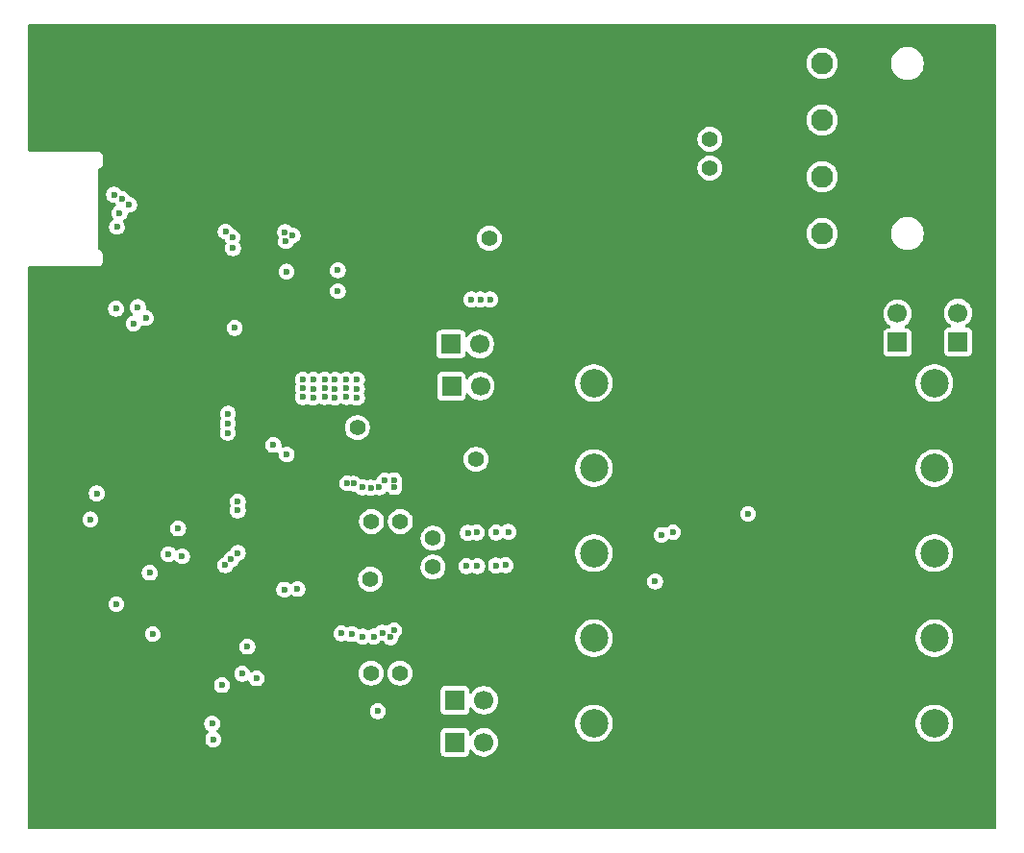
<source format=gbr>
G04 #@! TF.GenerationSoftware,KiCad,Pcbnew,9.0.1+1*
G04 #@! TF.CreationDate,2025-10-09T09:51:30+00:00*
G04 #@! TF.ProjectId,c64psu,63363470-7375-42e6-9b69-6361645f7063,rev?*
G04 #@! TF.SameCoordinates,Original*
G04 #@! TF.FileFunction,Copper,L2,Inr*
G04 #@! TF.FilePolarity,Positive*
%FSLAX46Y46*%
G04 Gerber Fmt 4.6, Leading zero omitted, Abs format (unit mm)*
G04 Created by KiCad (PCBNEW 9.0.1+1) date 2025-10-09 09:51:30*
%MOMM*%
%LPD*%
G01*
G04 APERTURE LIST*
G04 #@! TA.AperFunction,ComponentPad*
%ADD10C,2.500000*%
G04 #@! TD*
G04 #@! TA.AperFunction,ComponentPad*
%ADD11C,1.400000*%
G04 #@! TD*
G04 #@! TA.AperFunction,ComponentPad*
%ADD12C,3.600000*%
G04 #@! TD*
G04 #@! TA.AperFunction,ComponentPad*
%ADD13R,1.700000X1.700000*%
G04 #@! TD*
G04 #@! TA.AperFunction,ComponentPad*
%ADD14C,1.700000*%
G04 #@! TD*
G04 #@! TA.AperFunction,ComponentPad*
%ADD15O,1.550000X1.050000*%
G04 #@! TD*
G04 #@! TA.AperFunction,ComponentPad*
%ADD16O,1.950000X1.050000*%
G04 #@! TD*
G04 #@! TA.AperFunction,ComponentPad*
%ADD17C,1.950000*%
G04 #@! TD*
G04 #@! TA.AperFunction,ComponentPad*
%ADD18R,1.950000X1.950000*%
G04 #@! TD*
G04 #@! TA.AperFunction,ViaPad*
%ADD19C,0.600000*%
G04 #@! TD*
G04 APERTURE END LIST*
D10*
X183370000Y-69110000D03*
X183370000Y-76610000D03*
X183370000Y-84110000D03*
X183370000Y-91610000D03*
X183370000Y-99110000D03*
X213370000Y-69110000D03*
X213370000Y-76610000D03*
X213370000Y-84110000D03*
X213370000Y-91610000D03*
X213370000Y-99110000D03*
D11*
X163748400Y-94691200D03*
X166288400Y-94691200D03*
X163799200Y-81330800D03*
X166339200Y-81330800D03*
D12*
X190000000Y-42000000D03*
D13*
X170784600Y-65684400D03*
D14*
X173324600Y-65684400D03*
D13*
X171140200Y-100787200D03*
D14*
X173680200Y-100787200D03*
D13*
X170835400Y-69392800D03*
D14*
X173375400Y-69392800D03*
D11*
X172994001Y-75844400D03*
X175534001Y-75844400D03*
X165079999Y-73050400D03*
X162539999Y-73050400D03*
X169214800Y-85344000D03*
X169214800Y-82804000D03*
D15*
X138850000Y-48155000D03*
X138850000Y-59395000D03*
D16*
X134850000Y-48155000D03*
X134850000Y-59395000D03*
D13*
X171140200Y-97078800D03*
D14*
X173680200Y-97078800D03*
D11*
X166248400Y-86410800D03*
X163708400Y-86410800D03*
D12*
X140000000Y-105000000D03*
D11*
X174170300Y-56365150D03*
X176710300Y-56365150D03*
D17*
X215980000Y-50940000D03*
X215980000Y-45940000D03*
D18*
X205980000Y-43440000D03*
D17*
X205980000Y-48440000D03*
X205980000Y-53440000D03*
X203480000Y-45940000D03*
X203480000Y-50940000D03*
X203480000Y-40940000D03*
X203480000Y-55940000D03*
D11*
X193598800Y-50170399D03*
X193598800Y-47630399D03*
D12*
X140000000Y-42000000D03*
D13*
X215442800Y-65486200D03*
D14*
X215442800Y-62946200D03*
D13*
X210108800Y-65537000D03*
D14*
X210108800Y-62997000D03*
D19*
X165108825Y-88595899D03*
X177535865Y-48329416D03*
X137007600Y-65836800D03*
X158242000Y-62687200D03*
X165854388Y-88555442D03*
X153397213Y-69534603D03*
X147232327Y-61231221D03*
X147367023Y-63241024D03*
X165056809Y-87792540D03*
X151605000Y-95741000D03*
X165404800Y-51968400D03*
X158556227Y-81495975D03*
X141333500Y-50573950D03*
X146631130Y-48684508D03*
X151064199Y-76720200D03*
X153414200Y-68630800D03*
X158680941Y-90451412D03*
X140331850Y-57091395D03*
X148432067Y-48691598D03*
X163017200Y-90502800D03*
X177119813Y-54592482D03*
X158270000Y-93675200D03*
X158658756Y-95521926D03*
X158625582Y-80565466D03*
X137109200Y-61112400D03*
X164986239Y-75423107D03*
X150084899Y-74380500D03*
X151683800Y-86777400D03*
X189331600Y-81539200D03*
X156289200Y-91135200D03*
X145282548Y-58147437D03*
X177104954Y-53790096D03*
X158985445Y-78639616D03*
X177104954Y-51739555D03*
X165749141Y-74631307D03*
X149522200Y-98027000D03*
X197205600Y-55930800D03*
X168147627Y-68804616D03*
X153431890Y-63006592D03*
X165731802Y-75382650D03*
X141325600Y-84734400D03*
X138323400Y-93201000D03*
X147531100Y-49253150D03*
X137160000Y-62548750D03*
X144836226Y-57520465D03*
X168099001Y-63093600D03*
X141333500Y-49761150D03*
X153379874Y-64506387D03*
X158270000Y-94640400D03*
X158214000Y-63652400D03*
X159002783Y-77434578D03*
X177127243Y-52556800D03*
X140307085Y-50562617D03*
X143818100Y-57662976D03*
X149245400Y-94318600D03*
X164934223Y-74619748D03*
X166682700Y-52402750D03*
X146654600Y-97061800D03*
X138120200Y-88324200D03*
X156212776Y-48842560D03*
X168099001Y-69646800D03*
X138034789Y-89679611D03*
X146673671Y-49826047D03*
X141320600Y-87641000D03*
X170456850Y-57736750D03*
X153440560Y-67904767D03*
X141320600Y-92794600D03*
X153003299Y-80397700D03*
X146659800Y-98027000D03*
X143962600Y-59486800D03*
X167363100Y-53332350D03*
X177543295Y-44094603D03*
X166921248Y-60428566D03*
X137160000Y-64211200D03*
X144775000Y-88375000D03*
X196799200Y-39928800D03*
X147264200Y-94420200D03*
X168095611Y-63837086D03*
X140304600Y-88781400D03*
X168095611Y-67205124D03*
X144395672Y-58112274D03*
X140863400Y-74944200D03*
X146310724Y-63283560D03*
X177550724Y-46204580D03*
X165871727Y-87804099D03*
X140579500Y-58488140D03*
X146324903Y-61263122D03*
X157175200Y-83972400D03*
X156114589Y-54095953D03*
X164033200Y-77193200D03*
X148417887Y-49804776D03*
X168099001Y-66344800D03*
X156174024Y-52075130D03*
X146287500Y-64656750D03*
X177550724Y-50424534D03*
X165971500Y-52605950D03*
X140503893Y-90994456D03*
X165140473Y-60480033D03*
X156219341Y-53075254D03*
X153362536Y-72742258D03*
X192043900Y-84531200D03*
X158343600Y-60198000D03*
X143228200Y-85733400D03*
X171750508Y-52544481D03*
X156936817Y-77946457D03*
X177543295Y-45454201D03*
X146652601Y-98992200D03*
X153026099Y-81362900D03*
X190347600Y-81308000D03*
X141066600Y-93658200D03*
X156959628Y-91158318D03*
X153414199Y-62077600D03*
X139542600Y-93743611D03*
X153371205Y-70947705D03*
X140569594Y-57765003D03*
X153414199Y-71882000D03*
X156208199Y-49834800D03*
X138323400Y-74944200D03*
X171559500Y-56722749D03*
X168097200Y-53238400D03*
X149522200Y-97061800D03*
X168095611Y-62289609D03*
X156220753Y-50860339D03*
X155861820Y-77955127D03*
X171770320Y-51742096D03*
X177528436Y-43284788D03*
X163870799Y-90502800D03*
X166065200Y-60504601D03*
X167292300Y-52758350D03*
X150214499Y-80397700D03*
X177528436Y-47541890D03*
X166530300Y-53113950D03*
X153371205Y-61160023D03*
X166174700Y-51894750D03*
X158748199Y-91287600D03*
X156159200Y-84023200D03*
X163068000Y-77193200D03*
X138276507Y-91241944D03*
X142133400Y-74944200D03*
X177550724Y-49607290D03*
X152116899Y-74403300D03*
X150120848Y-89122200D03*
X153416000Y-65328800D03*
X168160631Y-65397567D03*
X168121619Y-70443121D03*
X170637200Y-56642000D03*
X140498762Y-49899690D03*
X198808100Y-82057200D03*
X156311600Y-59283600D03*
X151750000Y-64250000D03*
X160832800Y-59183900D03*
X151125000Y-72700000D03*
X190347600Y-82268000D03*
X174250000Y-61750000D03*
X151156092Y-71816415D03*
X189331600Y-82499200D03*
X173375000Y-61750000D03*
X172575000Y-61750000D03*
X151125000Y-73500000D03*
X152014000Y-84082400D03*
X150617000Y-95741000D03*
X152014198Y-79550000D03*
X149855000Y-100516200D03*
X151429800Y-84666600D03*
X196951600Y-80646000D03*
X149753400Y-99144600D03*
X141320600Y-88601000D03*
X152014198Y-80340000D03*
X150921800Y-85174600D03*
X144260200Y-85835000D03*
X141607500Y-54138750D03*
X142846261Y-63856647D03*
X141822754Y-52912510D03*
X143924300Y-63375550D03*
X142458534Y-53398090D03*
X141127500Y-52516750D03*
X143213100Y-62421750D03*
X141367500Y-55349750D03*
X141289958Y-62570008D03*
X144526000Y-91236800D03*
X139039600Y-81127600D03*
X139593400Y-78844200D03*
X146761200Y-81940400D03*
X151540302Y-56263550D03*
X156849777Y-56095732D03*
X156255505Y-56617952D03*
X156179777Y-55825732D03*
X151595100Y-57228750D03*
X150934700Y-55755550D03*
X188772800Y-86614000D03*
X164338000Y-98044000D03*
X174762932Y-82287215D03*
X175833716Y-82231445D03*
X173078677Y-82287215D03*
X172275589Y-82320677D03*
X152857200Y-92354400D03*
X172164049Y-85254180D03*
X175588328Y-85164948D03*
X173112139Y-85254180D03*
X174751778Y-85198410D03*
X157276800Y-87274400D03*
X153670000Y-95148400D03*
X152404000Y-94738000D03*
X156108400Y-87325200D03*
X145925420Y-84198580D03*
X155143200Y-74574400D03*
X147116800Y-84378800D03*
X156325800Y-75412600D03*
X161147697Y-91189962D03*
X161594800Y-69596000D03*
X161594800Y-70358000D03*
X164950168Y-77703450D03*
X159664400Y-68834000D03*
X162997962Y-78314799D03*
X163017200Y-91462800D03*
X159664400Y-69596000D03*
X160578800Y-69646800D03*
X165800405Y-78296818D03*
X165779842Y-90907665D03*
X161654536Y-77952613D03*
X165779856Y-77672626D03*
X160832800Y-61008900D03*
X157734000Y-70358000D03*
X162509200Y-68834000D03*
X157734000Y-68834000D03*
X161594800Y-68834000D03*
X164469823Y-78307093D03*
X163982400Y-91462800D03*
X157734000Y-69596000D03*
X158648400Y-68834000D03*
X162509200Y-69646800D03*
X162095545Y-91253537D03*
X160578800Y-68834000D03*
X159664400Y-70358000D03*
X165461966Y-91531858D03*
X158648400Y-70408800D03*
X158648400Y-69646800D03*
X162206805Y-77986006D03*
X162509200Y-70408800D03*
X160578800Y-70408800D03*
X164745301Y-91115729D03*
X163722333Y-78340486D03*
G04 #@! TA.AperFunction,Conductor*
G36*
X218650289Y-37483801D02*
G01*
X218717323Y-37503505D01*
X218763062Y-37556322D01*
X218774253Y-37607757D01*
X218799356Y-108325911D01*
X218779695Y-108392957D01*
X218726907Y-108438731D01*
X218675320Y-108449955D01*
X133674265Y-108425289D01*
X133607231Y-108405585D01*
X133561492Y-108352768D01*
X133550301Y-108301352D01*
X133545798Y-99213595D01*
X149052899Y-99213595D01*
X149079818Y-99348922D01*
X149079821Y-99348932D01*
X149132621Y-99476404D01*
X149132628Y-99476417D01*
X149209285Y-99591141D01*
X149209288Y-99591145D01*
X149306857Y-99688714D01*
X149415402Y-99761241D01*
X149460207Y-99814853D01*
X149468914Y-99884178D01*
X149438760Y-99947205D01*
X149415407Y-99967442D01*
X149408458Y-99972085D01*
X149408454Y-99972088D01*
X149310888Y-100069654D01*
X149310885Y-100069658D01*
X149234228Y-100184382D01*
X149234221Y-100184395D01*
X149181421Y-100311867D01*
X149181418Y-100311877D01*
X149154500Y-100447204D01*
X149154500Y-100447207D01*
X149154500Y-100585193D01*
X149154500Y-100585195D01*
X149154499Y-100585195D01*
X149181418Y-100720522D01*
X149181421Y-100720532D01*
X149234221Y-100848004D01*
X149234228Y-100848017D01*
X149310885Y-100962741D01*
X149310888Y-100962745D01*
X149408454Y-101060311D01*
X149408458Y-101060314D01*
X149523182Y-101136971D01*
X149523195Y-101136978D01*
X149650667Y-101189778D01*
X149650672Y-101189780D01*
X149650676Y-101189780D01*
X149650677Y-101189781D01*
X149786004Y-101216700D01*
X149786007Y-101216700D01*
X149923995Y-101216700D01*
X150015041Y-101198589D01*
X150059328Y-101189780D01*
X150186811Y-101136975D01*
X150301542Y-101060314D01*
X150399114Y-100962742D01*
X150475775Y-100848011D01*
X150528580Y-100720528D01*
X150555500Y-100585193D01*
X150555500Y-100447207D01*
X150555500Y-100447204D01*
X150528581Y-100311877D01*
X150528580Y-100311876D01*
X150528580Y-100311872D01*
X150528578Y-100311867D01*
X150475778Y-100184395D01*
X150475771Y-100184382D01*
X150399114Y-100069658D01*
X150399111Y-100069654D01*
X150324867Y-99995410D01*
X150324863Y-99995407D01*
X150301542Y-99972086D01*
X150202151Y-99905675D01*
X169889700Y-99905675D01*
X169889700Y-101668717D01*
X169900492Y-101736857D01*
X169904554Y-101762504D01*
X169962150Y-101875542D01*
X169962152Y-101875544D01*
X169962154Y-101875547D01*
X170051852Y-101965245D01*
X170051854Y-101965246D01*
X170051858Y-101965250D01*
X170164894Y-102022845D01*
X170164898Y-102022847D01*
X170258675Y-102037699D01*
X170258681Y-102037700D01*
X172021718Y-102037699D01*
X172115504Y-102022846D01*
X172228542Y-101965250D01*
X172318250Y-101875542D01*
X172375846Y-101762504D01*
X172375846Y-101762502D01*
X172375847Y-101762501D01*
X172390699Y-101668724D01*
X172390700Y-101668719D01*
X172390699Y-101521463D01*
X172410383Y-101454427D01*
X172463187Y-101408672D01*
X172532345Y-101398728D01*
X172595901Y-101427753D01*
X172615017Y-101448580D01*
X172726372Y-101601846D01*
X172865554Y-101741028D01*
X173024795Y-101856724D01*
X173107655Y-101898943D01*
X173200170Y-101946082D01*
X173200172Y-101946082D01*
X173200175Y-101946084D01*
X173259162Y-101965250D01*
X173387373Y-102006909D01*
X173581778Y-102037700D01*
X173581783Y-102037700D01*
X173778622Y-102037700D01*
X173973026Y-102006909D01*
X174160225Y-101946084D01*
X174335605Y-101856724D01*
X174494846Y-101741028D01*
X174634028Y-101601846D01*
X174749724Y-101442605D01*
X174839084Y-101267225D01*
X174899909Y-101080026D01*
X174903032Y-101060311D01*
X174930700Y-100885622D01*
X174930700Y-100688777D01*
X174899909Y-100494373D01*
X174871687Y-100407517D01*
X174839084Y-100307175D01*
X174839082Y-100307172D01*
X174839082Y-100307170D01*
X174749723Y-100131794D01*
X174745383Y-100125820D01*
X174634028Y-99972554D01*
X174494846Y-99833372D01*
X174335605Y-99717676D01*
X174323099Y-99711304D01*
X174160229Y-99628317D01*
X173973026Y-99567490D01*
X173778622Y-99536700D01*
X173778617Y-99536700D01*
X173581783Y-99536700D01*
X173581778Y-99536700D01*
X173387373Y-99567490D01*
X173200170Y-99628317D01*
X173024794Y-99717676D01*
X172964833Y-99761241D01*
X172865554Y-99833372D01*
X172865552Y-99833374D01*
X172865551Y-99833374D01*
X172726373Y-99972552D01*
X172615017Y-100125820D01*
X172559686Y-100168485D01*
X172490073Y-100174464D01*
X172428278Y-100141858D01*
X172393921Y-100081019D01*
X172390699Y-100052934D01*
X172390699Y-99905682D01*
X172390698Y-99905675D01*
X172375846Y-99811896D01*
X172318250Y-99698858D01*
X172318246Y-99698854D01*
X172318245Y-99698852D01*
X172228547Y-99609154D01*
X172228544Y-99609152D01*
X172228542Y-99609150D01*
X172146780Y-99567490D01*
X172115501Y-99551552D01*
X172021724Y-99536700D01*
X170258682Y-99536700D01*
X170177719Y-99549523D01*
X170164896Y-99551554D01*
X170051858Y-99609150D01*
X170051857Y-99609151D01*
X170051852Y-99609154D01*
X169962154Y-99698852D01*
X169962151Y-99698857D01*
X169962150Y-99698858D01*
X169954642Y-99713593D01*
X169904552Y-99811898D01*
X169889700Y-99905675D01*
X150202151Y-99905675D01*
X150190988Y-99898216D01*
X150189039Y-99896801D01*
X150169108Y-99870974D01*
X150148192Y-99845946D01*
X150147880Y-99843465D01*
X150146353Y-99841486D01*
X150143549Y-99808983D01*
X150139485Y-99776621D01*
X150140563Y-99774365D01*
X150140349Y-99771875D01*
X150155559Y-99743022D01*
X150169639Y-99713593D01*
X150172280Y-99711304D01*
X150172932Y-99710068D01*
X150175161Y-99708807D01*
X150192996Y-99693355D01*
X150199942Y-99688714D01*
X150297514Y-99591142D01*
X150374175Y-99476411D01*
X150426980Y-99348928D01*
X150453900Y-99213593D01*
X150453900Y-99075607D01*
X150453900Y-99075604D01*
X150438746Y-98999423D01*
X150438746Y-98999422D01*
X150434902Y-98980097D01*
X181719500Y-98980097D01*
X181719500Y-99239902D01*
X181760140Y-99496493D01*
X181840422Y-99743576D01*
X181891319Y-99843465D01*
X181957092Y-99972551D01*
X181958368Y-99975054D01*
X182014951Y-100052934D01*
X182111069Y-100185229D01*
X182294771Y-100368931D01*
X182504949Y-100521634D01*
X182629690Y-100585193D01*
X182736423Y-100639577D01*
X182736425Y-100639577D01*
X182736428Y-100639579D01*
X182983507Y-100719860D01*
X183115706Y-100740797D01*
X183240098Y-100760500D01*
X183240103Y-100760500D01*
X183499902Y-100760500D01*
X183613298Y-100742539D01*
X183756493Y-100719860D01*
X184003572Y-100639579D01*
X184235051Y-100521634D01*
X184445229Y-100368931D01*
X184628931Y-100185229D01*
X184781634Y-99975051D01*
X184899579Y-99743572D01*
X184979860Y-99496493D01*
X185003232Y-99348928D01*
X185020500Y-99239902D01*
X185020500Y-98980097D01*
X211719500Y-98980097D01*
X211719500Y-99239902D01*
X211760140Y-99496493D01*
X211840422Y-99743576D01*
X211891319Y-99843465D01*
X211957092Y-99972551D01*
X211958368Y-99975054D01*
X212014951Y-100052934D01*
X212111069Y-100185229D01*
X212294771Y-100368931D01*
X212504949Y-100521634D01*
X212629690Y-100585193D01*
X212736423Y-100639577D01*
X212736425Y-100639577D01*
X212736428Y-100639579D01*
X212983507Y-100719860D01*
X213115706Y-100740797D01*
X213240098Y-100760500D01*
X213240103Y-100760500D01*
X213499902Y-100760500D01*
X213613298Y-100742539D01*
X213756493Y-100719860D01*
X214003572Y-100639579D01*
X214235051Y-100521634D01*
X214445229Y-100368931D01*
X214628931Y-100185229D01*
X214781634Y-99975051D01*
X214899579Y-99743572D01*
X214979860Y-99496493D01*
X215003232Y-99348928D01*
X215020500Y-99239902D01*
X215020500Y-98980097D01*
X214998947Y-98844021D01*
X214979860Y-98723507D01*
X214899579Y-98476428D01*
X214899577Y-98476425D01*
X214899577Y-98476423D01*
X214824613Y-98329300D01*
X214781634Y-98244949D01*
X214628931Y-98034771D01*
X214445229Y-97851069D01*
X214429542Y-97839672D01*
X214235054Y-97698368D01*
X214235053Y-97698367D01*
X214235051Y-97698366D01*
X214162764Y-97661534D01*
X214003576Y-97580422D01*
X213756493Y-97500140D01*
X213499902Y-97459500D01*
X213499897Y-97459500D01*
X213240103Y-97459500D01*
X213240098Y-97459500D01*
X212983506Y-97500140D01*
X212736423Y-97580422D01*
X212504945Y-97698368D01*
X212294774Y-97851066D01*
X212294768Y-97851071D01*
X212111071Y-98034768D01*
X212111066Y-98034774D01*
X211958368Y-98244945D01*
X211840422Y-98476423D01*
X211760140Y-98723506D01*
X211719500Y-98980097D01*
X185020500Y-98980097D01*
X184998947Y-98844021D01*
X184979860Y-98723507D01*
X184899579Y-98476428D01*
X184899577Y-98476425D01*
X184899577Y-98476423D01*
X184824613Y-98329300D01*
X184781634Y-98244949D01*
X184628931Y-98034771D01*
X184445229Y-97851069D01*
X184429542Y-97839672D01*
X184235054Y-97698368D01*
X184235053Y-97698367D01*
X184235051Y-97698366D01*
X184162764Y-97661534D01*
X184003576Y-97580422D01*
X183756493Y-97500140D01*
X183499902Y-97459500D01*
X183499897Y-97459500D01*
X183240103Y-97459500D01*
X183240098Y-97459500D01*
X182983506Y-97500140D01*
X182736423Y-97580422D01*
X182504945Y-97698368D01*
X182294774Y-97851066D01*
X182294768Y-97851071D01*
X182111071Y-98034768D01*
X182111066Y-98034774D01*
X181958368Y-98244945D01*
X181840422Y-98476423D01*
X181760140Y-98723506D01*
X181719500Y-98980097D01*
X150434902Y-98980097D01*
X150426981Y-98940279D01*
X150426981Y-98940277D01*
X150426980Y-98940272D01*
X150426978Y-98940267D01*
X150374178Y-98812795D01*
X150374171Y-98812782D01*
X150297514Y-98698058D01*
X150297511Y-98698054D01*
X150199945Y-98600488D01*
X150199941Y-98600485D01*
X150085217Y-98523828D01*
X150085204Y-98523821D01*
X149957732Y-98471021D01*
X149957722Y-98471018D01*
X149822395Y-98444100D01*
X149822393Y-98444100D01*
X149684407Y-98444100D01*
X149684405Y-98444100D01*
X149549077Y-98471018D01*
X149549067Y-98471021D01*
X149421595Y-98523821D01*
X149421582Y-98523828D01*
X149306858Y-98600485D01*
X149306854Y-98600488D01*
X149209288Y-98698054D01*
X149209285Y-98698058D01*
X149132628Y-98812782D01*
X149132621Y-98812795D01*
X149079821Y-98940267D01*
X149079818Y-98940277D01*
X149052900Y-99075604D01*
X149052900Y-99075607D01*
X149052900Y-99213593D01*
X149052900Y-99213595D01*
X149052899Y-99213595D01*
X133545798Y-99213595D01*
X133545252Y-98112995D01*
X163637499Y-98112995D01*
X163664418Y-98248322D01*
X163664421Y-98248332D01*
X163717221Y-98375804D01*
X163717228Y-98375817D01*
X163793885Y-98490541D01*
X163793888Y-98490545D01*
X163891454Y-98588111D01*
X163891458Y-98588114D01*
X164006182Y-98664771D01*
X164006195Y-98664778D01*
X164133667Y-98717578D01*
X164133672Y-98717580D01*
X164133676Y-98717580D01*
X164133677Y-98717581D01*
X164269004Y-98744500D01*
X164269007Y-98744500D01*
X164406995Y-98744500D01*
X164512536Y-98723506D01*
X164542328Y-98717580D01*
X164669811Y-98664775D01*
X164784542Y-98588114D01*
X164882114Y-98490542D01*
X164958775Y-98375811D01*
X165011580Y-98248328D01*
X165031472Y-98148324D01*
X165038500Y-98112995D01*
X165038500Y-97975004D01*
X165011581Y-97839677D01*
X165011580Y-97839676D01*
X165011580Y-97839672D01*
X165000560Y-97813067D01*
X164958778Y-97712195D01*
X164958771Y-97712182D01*
X164882114Y-97597458D01*
X164882111Y-97597454D01*
X164784545Y-97499888D01*
X164784541Y-97499885D01*
X164669817Y-97423228D01*
X164669804Y-97423221D01*
X164542332Y-97370421D01*
X164542322Y-97370418D01*
X164406995Y-97343500D01*
X164406993Y-97343500D01*
X164269007Y-97343500D01*
X164269005Y-97343500D01*
X164133677Y-97370418D01*
X164133667Y-97370421D01*
X164006195Y-97423221D01*
X164006182Y-97423228D01*
X163891458Y-97499885D01*
X163891454Y-97499888D01*
X163793888Y-97597454D01*
X163793885Y-97597458D01*
X163717228Y-97712182D01*
X163717221Y-97712195D01*
X163664421Y-97839667D01*
X163664418Y-97839677D01*
X163637500Y-97975004D01*
X163637500Y-97975007D01*
X163637500Y-98112993D01*
X163637500Y-98112995D01*
X163637499Y-98112995D01*
X133545252Y-98112995D01*
X133544111Y-95809995D01*
X149916499Y-95809995D01*
X149943418Y-95945322D01*
X149943421Y-95945332D01*
X149996221Y-96072804D01*
X149996228Y-96072817D01*
X150072885Y-96187541D01*
X150072888Y-96187545D01*
X150170454Y-96285111D01*
X150170458Y-96285114D01*
X150285182Y-96361771D01*
X150285195Y-96361778D01*
X150412667Y-96414578D01*
X150412672Y-96414580D01*
X150412676Y-96414580D01*
X150412677Y-96414581D01*
X150548004Y-96441500D01*
X150548007Y-96441500D01*
X150685995Y-96441500D01*
X150807050Y-96417420D01*
X150821328Y-96414580D01*
X150948811Y-96361775D01*
X151063542Y-96285114D01*
X151151381Y-96197275D01*
X169889700Y-96197275D01*
X169889700Y-97960317D01*
X169892027Y-97975007D01*
X169904554Y-98054104D01*
X169962150Y-98167142D01*
X169962152Y-98167144D01*
X169962154Y-98167147D01*
X170051852Y-98256845D01*
X170051854Y-98256846D01*
X170051858Y-98256850D01*
X170164894Y-98314445D01*
X170164898Y-98314447D01*
X170258675Y-98329299D01*
X170258681Y-98329300D01*
X172021718Y-98329299D01*
X172115504Y-98314446D01*
X172228542Y-98256850D01*
X172318250Y-98167142D01*
X172375846Y-98054104D01*
X172375846Y-98054102D01*
X172375847Y-98054101D01*
X172390699Y-97960324D01*
X172390700Y-97960319D01*
X172390699Y-97813063D01*
X172410383Y-97746027D01*
X172463187Y-97700272D01*
X172532345Y-97690328D01*
X172595901Y-97719353D01*
X172615017Y-97740180D01*
X172726372Y-97893446D01*
X172865554Y-98032628D01*
X173024795Y-98148324D01*
X173107655Y-98190543D01*
X173200170Y-98237682D01*
X173200172Y-98237682D01*
X173200175Y-98237684D01*
X173259162Y-98256850D01*
X173387373Y-98298509D01*
X173581778Y-98329300D01*
X173581783Y-98329300D01*
X173778622Y-98329300D01*
X173973026Y-98298509D01*
X174160225Y-98237684D01*
X174335605Y-98148324D01*
X174494846Y-98032628D01*
X174634028Y-97893446D01*
X174749724Y-97734205D01*
X174839084Y-97558825D01*
X174899909Y-97371626D01*
X174904364Y-97343500D01*
X174930700Y-97177222D01*
X174930700Y-96980377D01*
X174899909Y-96785973D01*
X174839082Y-96598770D01*
X174749723Y-96423394D01*
X174743318Y-96414578D01*
X174634028Y-96264154D01*
X174494846Y-96124972D01*
X174335605Y-96009276D01*
X174160229Y-95919917D01*
X173973026Y-95859090D01*
X173778622Y-95828300D01*
X173778617Y-95828300D01*
X173581783Y-95828300D01*
X173581778Y-95828300D01*
X173387373Y-95859090D01*
X173200170Y-95919917D01*
X173024794Y-96009276D01*
X172937357Y-96072804D01*
X172865554Y-96124972D01*
X172865552Y-96124974D01*
X172865551Y-96124974D01*
X172726373Y-96264152D01*
X172615017Y-96417420D01*
X172559686Y-96460085D01*
X172490073Y-96466064D01*
X172428278Y-96433458D01*
X172393921Y-96372619D01*
X172390699Y-96344534D01*
X172390699Y-96197282D01*
X172379247Y-96124974D01*
X172375846Y-96103496D01*
X172318250Y-95990458D01*
X172318246Y-95990454D01*
X172318245Y-95990452D01*
X172228547Y-95900754D01*
X172228544Y-95900752D01*
X172228542Y-95900750D01*
X172146780Y-95859090D01*
X172115501Y-95843152D01*
X172021724Y-95828300D01*
X170258682Y-95828300D01*
X170177719Y-95841123D01*
X170164896Y-95843154D01*
X170051858Y-95900750D01*
X170051857Y-95900751D01*
X170051852Y-95900754D01*
X169962154Y-95990452D01*
X169962151Y-95990457D01*
X169904552Y-96103498D01*
X169889700Y-96197275D01*
X151151381Y-96197275D01*
X151161114Y-96187542D01*
X151237775Y-96072811D01*
X151290580Y-95945328D01*
X151310904Y-95843152D01*
X151317500Y-95809995D01*
X151317500Y-95672004D01*
X151290581Y-95536677D01*
X151290580Y-95536676D01*
X151290580Y-95536672D01*
X151288071Y-95530614D01*
X151237778Y-95409195D01*
X151237771Y-95409182D01*
X151161114Y-95294458D01*
X151161111Y-95294454D01*
X151063545Y-95196888D01*
X151063541Y-95196885D01*
X150948817Y-95120228D01*
X150948804Y-95120221D01*
X150821332Y-95067421D01*
X150821322Y-95067418D01*
X150685995Y-95040500D01*
X150685993Y-95040500D01*
X150548007Y-95040500D01*
X150548005Y-95040500D01*
X150412677Y-95067418D01*
X150412667Y-95067421D01*
X150285195Y-95120221D01*
X150285182Y-95120228D01*
X150170458Y-95196885D01*
X150170454Y-95196888D01*
X150072888Y-95294454D01*
X150072885Y-95294458D01*
X149996228Y-95409182D01*
X149996221Y-95409195D01*
X149943421Y-95536667D01*
X149943418Y-95536677D01*
X149916500Y-95672004D01*
X149916500Y-95672007D01*
X149916500Y-95809993D01*
X149916500Y-95809995D01*
X149916499Y-95809995D01*
X133544111Y-95809995D01*
X133543614Y-94806995D01*
X151703499Y-94806995D01*
X151730418Y-94942322D01*
X151730421Y-94942332D01*
X151783221Y-95069804D01*
X151783228Y-95069817D01*
X151859885Y-95184541D01*
X151859888Y-95184545D01*
X151957454Y-95282111D01*
X151957458Y-95282114D01*
X152072182Y-95358771D01*
X152072195Y-95358778D01*
X152193914Y-95409195D01*
X152199672Y-95411580D01*
X152199676Y-95411580D01*
X152199677Y-95411581D01*
X152335004Y-95438500D01*
X152335007Y-95438500D01*
X152472995Y-95438500D01*
X152564041Y-95420389D01*
X152608328Y-95411580D01*
X152735811Y-95358775D01*
X152816258Y-95305022D01*
X152882935Y-95284144D01*
X152950315Y-95302628D01*
X152997006Y-95354607D01*
X152999710Y-95360671D01*
X153049223Y-95480208D01*
X153049228Y-95480217D01*
X153125885Y-95594941D01*
X153125888Y-95594945D01*
X153223454Y-95692511D01*
X153223458Y-95692514D01*
X153338182Y-95769171D01*
X153338195Y-95769178D01*
X153465667Y-95821978D01*
X153465672Y-95821980D01*
X153465676Y-95821980D01*
X153465677Y-95821981D01*
X153601004Y-95848900D01*
X153601007Y-95848900D01*
X153738995Y-95848900D01*
X153842555Y-95828300D01*
X153874328Y-95821980D01*
X154001811Y-95769175D01*
X154116542Y-95692514D01*
X154214114Y-95594942D01*
X154290775Y-95480211D01*
X154343580Y-95352728D01*
X154370500Y-95217393D01*
X154370500Y-95079407D01*
X154370500Y-95079404D01*
X154343581Y-94944077D01*
X154343580Y-94944076D01*
X154343580Y-94944072D01*
X154342855Y-94942322D01*
X154290778Y-94816595D01*
X154290771Y-94816582D01*
X154214114Y-94701858D01*
X154214111Y-94701854D01*
X154116846Y-94604589D01*
X162647900Y-94604589D01*
X162647900Y-94777810D01*
X162673957Y-94942332D01*
X162674998Y-94948901D01*
X162728527Y-95113645D01*
X162807168Y-95267988D01*
X162908986Y-95408128D01*
X163031472Y-95530614D01*
X163171612Y-95632432D01*
X163325955Y-95711073D01*
X163490699Y-95764602D01*
X163661789Y-95791700D01*
X163661790Y-95791700D01*
X163835010Y-95791700D01*
X163835011Y-95791700D01*
X164006101Y-95764602D01*
X164170845Y-95711073D01*
X164325188Y-95632432D01*
X164465328Y-95530614D01*
X164587814Y-95408128D01*
X164689632Y-95267988D01*
X164768273Y-95113645D01*
X164821802Y-94948901D01*
X164848900Y-94777811D01*
X164848900Y-94604589D01*
X165187900Y-94604589D01*
X165187900Y-94777810D01*
X165213957Y-94942332D01*
X165214998Y-94948901D01*
X165268527Y-95113645D01*
X165347168Y-95267988D01*
X165448986Y-95408128D01*
X165571472Y-95530614D01*
X165711612Y-95632432D01*
X165865955Y-95711073D01*
X166030699Y-95764602D01*
X166201789Y-95791700D01*
X166201790Y-95791700D01*
X166375010Y-95791700D01*
X166375011Y-95791700D01*
X166546101Y-95764602D01*
X166710845Y-95711073D01*
X166865188Y-95632432D01*
X167005328Y-95530614D01*
X167127814Y-95408128D01*
X167229632Y-95267988D01*
X167308273Y-95113645D01*
X167361802Y-94948901D01*
X167388900Y-94777811D01*
X167388900Y-94604589D01*
X167361802Y-94433499D01*
X167308273Y-94268755D01*
X167229632Y-94114412D01*
X167127814Y-93974272D01*
X167005328Y-93851786D01*
X166865188Y-93749968D01*
X166710845Y-93671327D01*
X166546101Y-93617798D01*
X166546099Y-93617797D01*
X166546098Y-93617797D01*
X166414671Y-93596981D01*
X166375011Y-93590700D01*
X166201789Y-93590700D01*
X166162128Y-93596981D01*
X166030702Y-93617797D01*
X165865952Y-93671328D01*
X165711611Y-93749968D01*
X165631656Y-93808059D01*
X165571472Y-93851786D01*
X165571470Y-93851788D01*
X165571469Y-93851788D01*
X165448988Y-93974269D01*
X165448988Y-93974270D01*
X165448986Y-93974272D01*
X165405259Y-94034456D01*
X165347168Y-94114411D01*
X165268528Y-94268752D01*
X165214997Y-94433502D01*
X165187900Y-94604589D01*
X164848900Y-94604589D01*
X164821802Y-94433499D01*
X164768273Y-94268755D01*
X164689632Y-94114412D01*
X164587814Y-93974272D01*
X164465328Y-93851786D01*
X164325188Y-93749968D01*
X164170845Y-93671327D01*
X164006101Y-93617798D01*
X164006099Y-93617797D01*
X164006098Y-93617797D01*
X163874671Y-93596981D01*
X163835011Y-93590700D01*
X163661789Y-93590700D01*
X163622128Y-93596981D01*
X163490702Y-93617797D01*
X163325952Y-93671328D01*
X163171611Y-93749968D01*
X163091656Y-93808059D01*
X163031472Y-93851786D01*
X163031470Y-93851788D01*
X163031469Y-93851788D01*
X162908988Y-93974269D01*
X162908988Y-93974270D01*
X162908986Y-93974272D01*
X162865259Y-94034456D01*
X162807168Y-94114411D01*
X162728528Y-94268752D01*
X162674997Y-94433502D01*
X162647900Y-94604589D01*
X154116846Y-94604589D01*
X154116545Y-94604288D01*
X154116541Y-94604285D01*
X154001817Y-94527628D01*
X154001804Y-94527621D01*
X153874332Y-94474821D01*
X153874322Y-94474818D01*
X153738995Y-94447900D01*
X153738993Y-94447900D01*
X153601007Y-94447900D01*
X153601005Y-94447900D01*
X153465677Y-94474818D01*
X153465667Y-94474821D01*
X153338195Y-94527621D01*
X153338184Y-94527627D01*
X153257740Y-94581378D01*
X153191062Y-94602255D01*
X153123682Y-94583770D01*
X153076993Y-94531791D01*
X153074289Y-94525727D01*
X153024778Y-94406195D01*
X153024771Y-94406182D01*
X152948114Y-94291458D01*
X152948111Y-94291454D01*
X152850545Y-94193888D01*
X152850541Y-94193885D01*
X152735817Y-94117228D01*
X152735804Y-94117221D01*
X152608332Y-94064421D01*
X152608322Y-94064418D01*
X152472995Y-94037500D01*
X152472993Y-94037500D01*
X152335007Y-94037500D01*
X152335005Y-94037500D01*
X152199677Y-94064418D01*
X152199667Y-94064421D01*
X152072195Y-94117221D01*
X152072182Y-94117228D01*
X151957458Y-94193885D01*
X151957454Y-94193888D01*
X151859888Y-94291454D01*
X151859885Y-94291458D01*
X151783228Y-94406182D01*
X151783221Y-94406195D01*
X151730421Y-94533667D01*
X151730418Y-94533677D01*
X151703500Y-94669004D01*
X151703500Y-94669007D01*
X151703500Y-94806993D01*
X151703500Y-94806995D01*
X151703499Y-94806995D01*
X133543614Y-94806995D01*
X133542433Y-92423395D01*
X152156699Y-92423395D01*
X152183618Y-92558722D01*
X152183621Y-92558732D01*
X152236421Y-92686204D01*
X152236428Y-92686217D01*
X152313085Y-92800941D01*
X152313088Y-92800945D01*
X152410654Y-92898511D01*
X152410658Y-92898514D01*
X152525382Y-92975171D01*
X152525395Y-92975178D01*
X152637544Y-93021631D01*
X152652872Y-93027980D01*
X152652876Y-93027980D01*
X152652877Y-93027981D01*
X152788204Y-93054900D01*
X152788207Y-93054900D01*
X152926195Y-93054900D01*
X153017241Y-93036789D01*
X153061528Y-93027980D01*
X153189011Y-92975175D01*
X153303742Y-92898514D01*
X153401314Y-92800942D01*
X153477975Y-92686211D01*
X153478384Y-92685225D01*
X153530778Y-92558732D01*
X153530780Y-92558728D01*
X153557700Y-92423393D01*
X153557700Y-92285407D01*
X153557700Y-92285404D01*
X153530781Y-92150077D01*
X153530780Y-92150076D01*
X153530780Y-92150072D01*
X153525108Y-92136378D01*
X153477978Y-92022595D01*
X153477971Y-92022582D01*
X153401314Y-91907858D01*
X153401311Y-91907854D01*
X153303745Y-91810288D01*
X153303741Y-91810285D01*
X153189017Y-91733628D01*
X153189004Y-91733621D01*
X153061532Y-91680821D01*
X153061522Y-91680818D01*
X152926195Y-91653900D01*
X152926193Y-91653900D01*
X152788207Y-91653900D01*
X152788205Y-91653900D01*
X152652877Y-91680818D01*
X152652867Y-91680821D01*
X152525395Y-91733621D01*
X152525382Y-91733628D01*
X152410658Y-91810285D01*
X152410654Y-91810288D01*
X152313088Y-91907854D01*
X152313085Y-91907858D01*
X152236428Y-92022582D01*
X152236421Y-92022595D01*
X152183621Y-92150067D01*
X152183618Y-92150077D01*
X152156700Y-92285404D01*
X152156700Y-92285407D01*
X152156700Y-92423393D01*
X152156700Y-92423395D01*
X152156699Y-92423395D01*
X133542433Y-92423395D01*
X133541879Y-91305795D01*
X143825499Y-91305795D01*
X143852418Y-91441122D01*
X143852421Y-91441132D01*
X143905221Y-91568604D01*
X143905228Y-91568617D01*
X143981885Y-91683341D01*
X143981888Y-91683345D01*
X144079454Y-91780911D01*
X144079458Y-91780914D01*
X144194182Y-91857571D01*
X144194195Y-91857578D01*
X144315583Y-91907858D01*
X144321672Y-91910380D01*
X144321676Y-91910380D01*
X144321677Y-91910381D01*
X144457004Y-91937300D01*
X144457007Y-91937300D01*
X144594995Y-91937300D01*
X144686041Y-91919189D01*
X144730328Y-91910380D01*
X144857811Y-91857575D01*
X144972542Y-91780914D01*
X145070114Y-91683342D01*
X145146775Y-91568611D01*
X145150025Y-91560766D01*
X145183436Y-91480103D01*
X145199580Y-91441128D01*
X145208898Y-91394284D01*
X145226500Y-91305795D01*
X145226500Y-91258957D01*
X160447196Y-91258957D01*
X160474115Y-91394284D01*
X160474118Y-91394294D01*
X160526918Y-91521766D01*
X160526925Y-91521779D01*
X160603582Y-91636503D01*
X160603585Y-91636507D01*
X160701151Y-91734073D01*
X160701155Y-91734076D01*
X160815879Y-91810733D01*
X160815892Y-91810740D01*
X160943364Y-91863540D01*
X160943369Y-91863542D01*
X160943373Y-91863542D01*
X160943374Y-91863543D01*
X161078701Y-91890462D01*
X161078704Y-91890462D01*
X161216692Y-91890462D01*
X161312832Y-91871338D01*
X161352025Y-91863542D01*
X161479508Y-91810737D01*
X161505260Y-91793529D01*
X161571933Y-91772652D01*
X161639313Y-91791135D01*
X161643860Y-91794383D01*
X161643938Y-91794267D01*
X161763727Y-91874308D01*
X161763740Y-91874315D01*
X161890184Y-91926689D01*
X161891217Y-91927117D01*
X161891221Y-91927117D01*
X161891222Y-91927118D01*
X162026549Y-91954037D01*
X162026552Y-91954037D01*
X162164540Y-91954037D01*
X162255586Y-91935926D01*
X162299873Y-91927117D01*
X162358375Y-91902884D01*
X162427840Y-91895415D01*
X162490320Y-91926689D01*
X162493507Y-91929764D01*
X162570654Y-92006911D01*
X162570658Y-92006914D01*
X162685382Y-92083571D01*
X162685395Y-92083578D01*
X162812867Y-92136378D01*
X162812872Y-92136380D01*
X162812876Y-92136380D01*
X162812877Y-92136381D01*
X162948204Y-92163300D01*
X162948207Y-92163300D01*
X163086195Y-92163300D01*
X163177241Y-92145189D01*
X163221528Y-92136380D01*
X163349011Y-92083575D01*
X163430910Y-92028851D01*
X163497586Y-92007974D01*
X163564966Y-92026458D01*
X163568651Y-92028826D01*
X163650589Y-92083575D01*
X163650591Y-92083576D01*
X163650595Y-92083578D01*
X163778067Y-92136378D01*
X163778072Y-92136380D01*
X163778076Y-92136380D01*
X163778077Y-92136381D01*
X163913404Y-92163300D01*
X163913407Y-92163300D01*
X164051395Y-92163300D01*
X164142441Y-92145189D01*
X164186728Y-92136380D01*
X164314211Y-92083575D01*
X164428942Y-92006914D01*
X164526514Y-91909342D01*
X164552973Y-91869741D01*
X164606581Y-91824938D01*
X164658345Y-91814654D01*
X164669408Y-91814856D01*
X164676308Y-91816229D01*
X164744337Y-91816229D01*
X164745484Y-91816250D01*
X164777778Y-91826378D01*
X164810252Y-91835914D01*
X164811223Y-91836868D01*
X164812151Y-91837159D01*
X164815031Y-91840608D01*
X164846315Y-91871338D01*
X164917851Y-91978399D01*
X164917854Y-91978403D01*
X165015420Y-92075969D01*
X165015424Y-92075972D01*
X165130148Y-92152629D01*
X165130161Y-92152636D01*
X165257633Y-92205436D01*
X165257638Y-92205438D01*
X165257642Y-92205438D01*
X165257643Y-92205439D01*
X165392970Y-92232358D01*
X165392973Y-92232358D01*
X165530961Y-92232358D01*
X165622007Y-92214247D01*
X165666294Y-92205438D01*
X165764890Y-92164598D01*
X165793770Y-92152636D01*
X165793770Y-92152635D01*
X165793777Y-92152633D01*
X165908508Y-92075972D01*
X166006080Y-91978400D01*
X166082741Y-91863669D01*
X166082795Y-91863540D01*
X166098784Y-91824938D01*
X166135546Y-91736186D01*
X166146559Y-91680820D01*
X166162466Y-91600853D01*
X166162466Y-91560766D01*
X166182151Y-91493727D01*
X166193538Y-91480097D01*
X181719500Y-91480097D01*
X181719500Y-91739902D01*
X181760140Y-91996493D01*
X181840422Y-92243576D01*
X181921534Y-92402764D01*
X181958366Y-92475051D01*
X182111069Y-92685229D01*
X182294771Y-92868931D01*
X182504949Y-93021634D01*
X182652445Y-93096787D01*
X182736423Y-93139577D01*
X182736425Y-93139577D01*
X182736428Y-93139579D01*
X182983507Y-93219860D01*
X183115706Y-93240797D01*
X183240098Y-93260500D01*
X183240103Y-93260500D01*
X183499902Y-93260500D01*
X183613298Y-93242539D01*
X183756493Y-93219860D01*
X184003572Y-93139579D01*
X184235051Y-93021634D01*
X184445229Y-92868931D01*
X184628931Y-92685229D01*
X184781634Y-92475051D01*
X184899579Y-92243572D01*
X184979860Y-91996493D01*
X185008407Y-91816250D01*
X185020500Y-91739902D01*
X185020500Y-91480097D01*
X211719500Y-91480097D01*
X211719500Y-91739902D01*
X211760140Y-91996493D01*
X211840422Y-92243576D01*
X211921534Y-92402764D01*
X211958366Y-92475051D01*
X212111069Y-92685229D01*
X212294771Y-92868931D01*
X212504949Y-93021634D01*
X212652445Y-93096787D01*
X212736423Y-93139577D01*
X212736425Y-93139577D01*
X212736428Y-93139579D01*
X212983507Y-93219860D01*
X213115706Y-93240797D01*
X213240098Y-93260500D01*
X213240103Y-93260500D01*
X213499902Y-93260500D01*
X213613298Y-93242539D01*
X213756493Y-93219860D01*
X214003572Y-93139579D01*
X214235051Y-93021634D01*
X214445229Y-92868931D01*
X214628931Y-92685229D01*
X214781634Y-92475051D01*
X214899579Y-92243572D01*
X214979860Y-91996493D01*
X215008407Y-91816250D01*
X215020500Y-91739902D01*
X215020500Y-91480097D01*
X214992893Y-91305795D01*
X214979860Y-91223507D01*
X214899579Y-90976428D01*
X214899577Y-90976425D01*
X214899577Y-90976423D01*
X214856787Y-90892445D01*
X214781634Y-90744949D01*
X214628931Y-90534771D01*
X214445229Y-90351069D01*
X214356889Y-90286886D01*
X214235054Y-90198368D01*
X214235053Y-90198367D01*
X214235051Y-90198366D01*
X214162764Y-90161534D01*
X214003576Y-90080422D01*
X213756493Y-90000140D01*
X213499902Y-89959500D01*
X213499897Y-89959500D01*
X213240103Y-89959500D01*
X213240098Y-89959500D01*
X212983506Y-90000140D01*
X212736423Y-90080422D01*
X212504945Y-90198368D01*
X212294774Y-90351066D01*
X212294768Y-90351071D01*
X212111071Y-90534768D01*
X212111066Y-90534774D01*
X211958368Y-90744945D01*
X211840422Y-90976423D01*
X211760140Y-91223506D01*
X211719500Y-91480097D01*
X185020500Y-91480097D01*
X184992893Y-91305795D01*
X184979860Y-91223507D01*
X184899579Y-90976428D01*
X184899577Y-90976425D01*
X184899577Y-90976423D01*
X184856787Y-90892445D01*
X184781634Y-90744949D01*
X184628931Y-90534771D01*
X184445229Y-90351069D01*
X184356889Y-90286886D01*
X184235054Y-90198368D01*
X184235053Y-90198367D01*
X184235051Y-90198366D01*
X184162764Y-90161534D01*
X184003576Y-90080422D01*
X183756493Y-90000140D01*
X183499902Y-89959500D01*
X183499897Y-89959500D01*
X183240103Y-89959500D01*
X183240098Y-89959500D01*
X182983506Y-90000140D01*
X182736423Y-90080422D01*
X182504945Y-90198368D01*
X182294774Y-90351066D01*
X182294768Y-90351071D01*
X182111071Y-90534768D01*
X182111066Y-90534774D01*
X181958368Y-90744945D01*
X181840422Y-90976423D01*
X181760140Y-91223506D01*
X181719500Y-91480097D01*
X166193538Y-91480097D01*
X166201949Y-91470030D01*
X166209257Y-91463222D01*
X166226384Y-91451779D01*
X166323956Y-91354207D01*
X166400617Y-91239476D01*
X166453422Y-91111993D01*
X166462231Y-91067706D01*
X166480342Y-90976660D01*
X166480342Y-90838669D01*
X166453423Y-90703342D01*
X166453422Y-90703341D01*
X166453422Y-90703337D01*
X166449010Y-90692685D01*
X166400620Y-90575860D01*
X166400613Y-90575847D01*
X166323956Y-90461123D01*
X166323953Y-90461119D01*
X166226387Y-90363553D01*
X166226383Y-90363550D01*
X166111659Y-90286893D01*
X166111646Y-90286886D01*
X165984174Y-90234086D01*
X165984164Y-90234083D01*
X165848837Y-90207165D01*
X165848835Y-90207165D01*
X165710849Y-90207165D01*
X165710847Y-90207165D01*
X165575519Y-90234083D01*
X165575509Y-90234086D01*
X165448037Y-90286886D01*
X165448024Y-90286893D01*
X165333300Y-90363550D01*
X165333296Y-90363553D01*
X165235729Y-90461120D01*
X165232620Y-90464909D01*
X165174872Y-90504241D01*
X165105028Y-90506108D01*
X165078310Y-90495595D01*
X165077114Y-90494955D01*
X165077112Y-90494954D01*
X165077109Y-90494952D01*
X165077102Y-90494949D01*
X164949633Y-90442150D01*
X164949623Y-90442147D01*
X164814296Y-90415229D01*
X164814294Y-90415229D01*
X164676308Y-90415229D01*
X164676306Y-90415229D01*
X164540978Y-90442147D01*
X164540968Y-90442150D01*
X164413496Y-90494950D01*
X164413483Y-90494957D01*
X164298759Y-90571614D01*
X164298755Y-90571617D01*
X164201193Y-90669180D01*
X164201190Y-90669183D01*
X164174726Y-90708788D01*
X164121112Y-90753592D01*
X164057586Y-90761569D01*
X164057456Y-90762897D01*
X164051394Y-90762300D01*
X164051393Y-90762300D01*
X163913407Y-90762300D01*
X163913405Y-90762300D01*
X163778077Y-90789218D01*
X163778067Y-90789221D01*
X163650595Y-90842021D01*
X163650582Y-90842028D01*
X163568691Y-90896747D01*
X163502013Y-90917625D01*
X163434633Y-90899141D01*
X163430909Y-90896747D01*
X163349017Y-90842028D01*
X163349004Y-90842021D01*
X163221532Y-90789221D01*
X163221522Y-90789218D01*
X163086195Y-90762300D01*
X163086193Y-90762300D01*
X162948207Y-90762300D01*
X162948205Y-90762300D01*
X162812877Y-90789218D01*
X162812871Y-90789220D01*
X162754371Y-90813452D01*
X162684901Y-90820921D01*
X162622422Y-90789646D01*
X162619237Y-90786572D01*
X162542090Y-90709425D01*
X162542086Y-90709422D01*
X162427362Y-90632765D01*
X162427349Y-90632758D01*
X162299877Y-90579958D01*
X162299867Y-90579955D01*
X162164540Y-90553037D01*
X162164538Y-90553037D01*
X162026552Y-90553037D01*
X162026550Y-90553037D01*
X161891222Y-90579955D01*
X161891216Y-90579957D01*
X161763737Y-90632760D01*
X161763723Y-90632768D01*
X161737977Y-90649970D01*
X161671299Y-90670845D01*
X161603920Y-90652358D01*
X161599381Y-90649116D01*
X161599304Y-90649232D01*
X161479514Y-90569190D01*
X161479501Y-90569183D01*
X161352029Y-90516383D01*
X161352019Y-90516380D01*
X161216692Y-90489462D01*
X161216690Y-90489462D01*
X161078704Y-90489462D01*
X161078702Y-90489462D01*
X160943374Y-90516380D01*
X160943364Y-90516383D01*
X160815892Y-90569183D01*
X160815879Y-90569190D01*
X160701155Y-90645847D01*
X160701151Y-90645850D01*
X160603585Y-90743416D01*
X160603582Y-90743420D01*
X160526925Y-90858144D01*
X160526918Y-90858157D01*
X160474118Y-90985629D01*
X160474115Y-90985639D01*
X160447197Y-91120966D01*
X160447197Y-91120969D01*
X160447197Y-91258955D01*
X160447197Y-91258957D01*
X160447196Y-91258957D01*
X145226500Y-91258957D01*
X145226500Y-91167804D01*
X145220784Y-91139069D01*
X145220784Y-91139068D01*
X145199581Y-91032479D01*
X145199581Y-91032477D01*
X145199580Y-91032472D01*
X145167384Y-90954744D01*
X145146778Y-90904995D01*
X145146771Y-90904982D01*
X145070114Y-90790258D01*
X145070111Y-90790254D01*
X144972545Y-90692688D01*
X144972541Y-90692685D01*
X144857817Y-90616028D01*
X144857804Y-90616021D01*
X144730332Y-90563221D01*
X144730322Y-90563218D01*
X144594995Y-90536300D01*
X144594993Y-90536300D01*
X144457007Y-90536300D01*
X144457005Y-90536300D01*
X144321677Y-90563218D01*
X144321667Y-90563221D01*
X144194195Y-90616021D01*
X144194182Y-90616028D01*
X144079458Y-90692685D01*
X144079454Y-90692688D01*
X143981888Y-90790254D01*
X143981885Y-90790258D01*
X143905228Y-90904982D01*
X143905221Y-90904995D01*
X143852421Y-91032467D01*
X143852418Y-91032477D01*
X143825500Y-91167804D01*
X143825500Y-91167807D01*
X143825500Y-91305793D01*
X143825500Y-91305795D01*
X143825499Y-91305795D01*
X133541879Y-91305795D01*
X133540573Y-88669995D01*
X140620099Y-88669995D01*
X140647018Y-88805322D01*
X140647021Y-88805332D01*
X140699821Y-88932804D01*
X140699828Y-88932817D01*
X140776485Y-89047541D01*
X140776488Y-89047545D01*
X140874054Y-89145111D01*
X140874058Y-89145114D01*
X140988782Y-89221771D01*
X140988795Y-89221778D01*
X141116267Y-89274578D01*
X141116272Y-89274580D01*
X141116276Y-89274580D01*
X141116277Y-89274581D01*
X141251604Y-89301500D01*
X141251607Y-89301500D01*
X141389595Y-89301500D01*
X141480641Y-89283389D01*
X141524928Y-89274580D01*
X141652411Y-89221775D01*
X141767142Y-89145114D01*
X141864714Y-89047542D01*
X141941375Y-88932811D01*
X141994180Y-88805328D01*
X142021100Y-88669993D01*
X142021100Y-88532007D01*
X142021100Y-88532004D01*
X141994181Y-88396677D01*
X141994180Y-88396676D01*
X141994180Y-88396672D01*
X141994178Y-88396667D01*
X141941378Y-88269195D01*
X141941371Y-88269182D01*
X141864714Y-88154458D01*
X141864711Y-88154454D01*
X141767145Y-88056888D01*
X141767141Y-88056885D01*
X141652417Y-87980228D01*
X141652404Y-87980221D01*
X141524932Y-87927421D01*
X141524922Y-87927418D01*
X141389595Y-87900500D01*
X141389593Y-87900500D01*
X141251607Y-87900500D01*
X141251605Y-87900500D01*
X141116277Y-87927418D01*
X141116267Y-87927421D01*
X140988795Y-87980221D01*
X140988782Y-87980228D01*
X140874058Y-88056885D01*
X140874054Y-88056888D01*
X140776488Y-88154454D01*
X140776485Y-88154458D01*
X140699828Y-88269182D01*
X140699821Y-88269195D01*
X140647021Y-88396667D01*
X140647018Y-88396677D01*
X140620100Y-88532004D01*
X140620100Y-88532007D01*
X140620100Y-88669993D01*
X140620100Y-88669995D01*
X140620099Y-88669995D01*
X133540573Y-88669995D01*
X133539941Y-87394195D01*
X155407899Y-87394195D01*
X155434818Y-87529522D01*
X155434821Y-87529532D01*
X155487621Y-87657004D01*
X155487628Y-87657017D01*
X155564285Y-87771741D01*
X155564288Y-87771745D01*
X155661854Y-87869311D01*
X155661858Y-87869314D01*
X155776582Y-87945971D01*
X155776595Y-87945978D01*
X155846420Y-87974900D01*
X155904072Y-87998780D01*
X155904076Y-87998780D01*
X155904077Y-87998781D01*
X156039404Y-88025700D01*
X156039407Y-88025700D01*
X156177395Y-88025700D01*
X156268441Y-88007589D01*
X156312728Y-87998780D01*
X156435368Y-87947981D01*
X156440204Y-87945978D01*
X156440204Y-87945977D01*
X156440211Y-87945975D01*
X156554942Y-87869314D01*
X156630320Y-87793935D01*
X156691641Y-87760452D01*
X156761333Y-87765436D01*
X156805680Y-87793936D01*
X156830255Y-87818511D01*
X156830259Y-87818515D01*
X156944982Y-87895171D01*
X156944995Y-87895178D01*
X157067622Y-87945971D01*
X157072472Y-87947980D01*
X157072476Y-87947980D01*
X157072477Y-87947981D01*
X157207804Y-87974900D01*
X157207807Y-87974900D01*
X157345795Y-87974900D01*
X157436841Y-87956789D01*
X157481128Y-87947980D01*
X157608611Y-87895175D01*
X157723342Y-87818514D01*
X157820914Y-87720942D01*
X157897575Y-87606211D01*
X157950380Y-87478728D01*
X157977300Y-87343393D01*
X157977300Y-87205407D01*
X157977300Y-87205404D01*
X157950381Y-87070077D01*
X157950380Y-87070076D01*
X157950380Y-87070072D01*
X157946432Y-87060541D01*
X157897578Y-86942595D01*
X157897571Y-86942582D01*
X157820914Y-86827858D01*
X157820911Y-86827854D01*
X157723345Y-86730288D01*
X157723341Y-86730285D01*
X157608617Y-86653628D01*
X157608604Y-86653621D01*
X157481132Y-86600821D01*
X157481122Y-86600818D01*
X157345795Y-86573900D01*
X157345793Y-86573900D01*
X157207807Y-86573900D01*
X157207805Y-86573900D01*
X157072477Y-86600818D01*
X157072467Y-86600821D01*
X156944995Y-86653621D01*
X156944982Y-86653628D01*
X156830258Y-86730285D01*
X156830254Y-86730288D01*
X156754881Y-86805662D01*
X156693558Y-86839147D01*
X156623866Y-86834163D01*
X156579519Y-86805662D01*
X156554945Y-86781088D01*
X156554941Y-86781085D01*
X156440217Y-86704428D01*
X156440204Y-86704421D01*
X156312732Y-86651621D01*
X156312722Y-86651618D01*
X156177395Y-86624700D01*
X156177393Y-86624700D01*
X156039407Y-86624700D01*
X156039405Y-86624700D01*
X155904077Y-86651618D01*
X155904067Y-86651621D01*
X155776595Y-86704421D01*
X155776582Y-86704428D01*
X155661858Y-86781085D01*
X155661854Y-86781088D01*
X155564288Y-86878654D01*
X155564285Y-86878658D01*
X155487628Y-86993382D01*
X155487621Y-86993395D01*
X155434821Y-87120867D01*
X155434818Y-87120877D01*
X155407900Y-87256204D01*
X155407900Y-87256207D01*
X155407900Y-87394193D01*
X155407900Y-87394195D01*
X155407899Y-87394195D01*
X133539941Y-87394195D01*
X133539202Y-85903995D01*
X143559699Y-85903995D01*
X143586618Y-86039322D01*
X143586621Y-86039332D01*
X143639421Y-86166804D01*
X143639428Y-86166817D01*
X143716085Y-86281541D01*
X143716088Y-86281545D01*
X143813654Y-86379111D01*
X143813658Y-86379114D01*
X143928382Y-86455771D01*
X143928395Y-86455778D01*
X144055867Y-86508578D01*
X144055872Y-86508580D01*
X144055876Y-86508580D01*
X144055877Y-86508581D01*
X144191204Y-86535500D01*
X144191207Y-86535500D01*
X144329195Y-86535500D01*
X144420241Y-86517389D01*
X144464528Y-86508580D01*
X144592011Y-86455775D01*
X144706742Y-86379114D01*
X144761667Y-86324189D01*
X162607900Y-86324189D01*
X162607900Y-86497410D01*
X162628060Y-86624700D01*
X162634998Y-86668501D01*
X162688527Y-86833245D01*
X162767168Y-86987588D01*
X162868986Y-87127728D01*
X162991472Y-87250214D01*
X163131612Y-87352032D01*
X163285955Y-87430673D01*
X163450699Y-87484202D01*
X163621789Y-87511300D01*
X163621790Y-87511300D01*
X163795010Y-87511300D01*
X163795011Y-87511300D01*
X163966101Y-87484202D01*
X164130845Y-87430673D01*
X164285188Y-87352032D01*
X164425328Y-87250214D01*
X164547814Y-87127728D01*
X164649632Y-86987588D01*
X164728273Y-86833245D01*
X164777093Y-86682995D01*
X188072299Y-86682995D01*
X188099218Y-86818322D01*
X188099221Y-86818332D01*
X188152021Y-86945804D01*
X188152028Y-86945817D01*
X188228685Y-87060541D01*
X188228688Y-87060545D01*
X188326254Y-87158111D01*
X188326258Y-87158114D01*
X188440982Y-87234771D01*
X188440995Y-87234778D01*
X188568467Y-87287578D01*
X188568472Y-87287580D01*
X188568476Y-87287580D01*
X188568477Y-87287581D01*
X188703804Y-87314500D01*
X188703807Y-87314500D01*
X188841795Y-87314500D01*
X188932841Y-87296389D01*
X188977128Y-87287580D01*
X189104611Y-87234775D01*
X189219342Y-87158114D01*
X189316914Y-87060542D01*
X189393575Y-86945811D01*
X189394913Y-86942582D01*
X189407062Y-86913250D01*
X189446380Y-86818328D01*
X189455189Y-86774041D01*
X189473300Y-86682995D01*
X189473300Y-86545004D01*
X189446381Y-86409677D01*
X189446380Y-86409676D01*
X189446380Y-86409672D01*
X189410972Y-86324189D01*
X189393578Y-86282195D01*
X189393571Y-86282182D01*
X189316914Y-86167458D01*
X189316911Y-86167454D01*
X189219345Y-86069888D01*
X189219341Y-86069885D01*
X189104617Y-85993228D01*
X189104604Y-85993221D01*
X188977132Y-85940421D01*
X188977122Y-85940418D01*
X188841795Y-85913500D01*
X188841793Y-85913500D01*
X188703807Y-85913500D01*
X188703805Y-85913500D01*
X188568477Y-85940418D01*
X188568467Y-85940421D01*
X188440995Y-85993221D01*
X188440982Y-85993228D01*
X188326258Y-86069885D01*
X188326254Y-86069888D01*
X188228688Y-86167454D01*
X188228685Y-86167458D01*
X188152028Y-86282182D01*
X188152021Y-86282195D01*
X188099221Y-86409667D01*
X188099218Y-86409677D01*
X188072300Y-86545004D01*
X188072300Y-86545007D01*
X188072300Y-86682993D01*
X188072300Y-86682995D01*
X188072299Y-86682995D01*
X164777093Y-86682995D01*
X164781802Y-86668501D01*
X164808900Y-86497411D01*
X164808900Y-86324189D01*
X164781802Y-86153099D01*
X164728273Y-85988355D01*
X164649632Y-85834012D01*
X164547814Y-85693872D01*
X164425328Y-85571386D01*
X164285188Y-85469568D01*
X164208728Y-85430610D01*
X164130849Y-85390929D01*
X164130848Y-85390928D01*
X164130845Y-85390927D01*
X164064192Y-85369270D01*
X163994446Y-85346608D01*
X163966101Y-85337398D01*
X163966099Y-85337397D01*
X163966098Y-85337397D01*
X163834671Y-85316581D01*
X163795011Y-85310300D01*
X163621789Y-85310300D01*
X163582128Y-85316581D01*
X163450702Y-85337397D01*
X163285952Y-85390928D01*
X163131611Y-85469568D01*
X163051656Y-85527659D01*
X162991472Y-85571386D01*
X162991470Y-85571388D01*
X162991469Y-85571388D01*
X162868988Y-85693869D01*
X162868988Y-85693870D01*
X162868986Y-85693872D01*
X162850105Y-85719860D01*
X162767168Y-85834011D01*
X162688528Y-85988352D01*
X162634997Y-86153102D01*
X162607900Y-86324189D01*
X144761667Y-86324189D01*
X144804314Y-86281542D01*
X144804392Y-86281424D01*
X144825107Y-86250425D01*
X144880971Y-86166817D01*
X144880971Y-86166816D01*
X144880975Y-86166811D01*
X144933780Y-86039328D01*
X144953455Y-85940418D01*
X144960700Y-85903995D01*
X144960700Y-85766004D01*
X144933781Y-85630677D01*
X144933780Y-85630676D01*
X144933780Y-85630672D01*
X144909223Y-85571386D01*
X144880978Y-85503195D01*
X144880971Y-85503182D01*
X144804314Y-85388458D01*
X144804311Y-85388454D01*
X144706745Y-85290888D01*
X144706741Y-85290885D01*
X144635967Y-85243595D01*
X150221299Y-85243595D01*
X150248218Y-85378922D01*
X150248221Y-85378932D01*
X150301021Y-85506404D01*
X150301028Y-85506417D01*
X150377685Y-85621141D01*
X150377688Y-85621145D01*
X150475254Y-85718711D01*
X150475258Y-85718714D01*
X150589982Y-85795371D01*
X150589995Y-85795378D01*
X150683267Y-85834012D01*
X150717472Y-85848180D01*
X150717476Y-85848180D01*
X150717477Y-85848181D01*
X150852804Y-85875100D01*
X150852807Y-85875100D01*
X150990795Y-85875100D01*
X151081841Y-85856989D01*
X151126128Y-85848180D01*
X151253611Y-85795375D01*
X151368342Y-85718714D01*
X151465914Y-85621142D01*
X151542575Y-85506411D01*
X151542576Y-85506408D01*
X151542578Y-85506405D01*
X151585516Y-85402742D01*
X151587073Y-85398981D01*
X151630913Y-85344578D01*
X151654179Y-85331874D01*
X151706265Y-85310300D01*
X151761605Y-85287378D01*
X151761608Y-85287376D01*
X151761611Y-85287375D01*
X151806488Y-85257389D01*
X168114300Y-85257389D01*
X168114300Y-85430611D01*
X168118719Y-85458512D01*
X168138910Y-85585997D01*
X168141398Y-85601701D01*
X168192995Y-85760500D01*
X168194928Y-85766447D01*
X168204750Y-85785723D01*
X168273568Y-85920788D01*
X168375386Y-86060928D01*
X168497872Y-86183414D01*
X168638012Y-86285232D01*
X168792355Y-86363873D01*
X168957099Y-86417402D01*
X169128189Y-86444500D01*
X169128190Y-86444500D01*
X169301410Y-86444500D01*
X169301411Y-86444500D01*
X169472501Y-86417402D01*
X169637245Y-86363873D01*
X169791588Y-86285232D01*
X169931728Y-86183414D01*
X170054214Y-86060928D01*
X170156032Y-85920788D01*
X170234673Y-85766445D01*
X170288202Y-85601701D01*
X170315300Y-85430611D01*
X170315300Y-85323175D01*
X171463548Y-85323175D01*
X171490467Y-85458502D01*
X171490470Y-85458512D01*
X171543270Y-85585984D01*
X171543277Y-85585997D01*
X171619934Y-85700721D01*
X171619937Y-85700725D01*
X171717503Y-85798291D01*
X171717507Y-85798294D01*
X171832231Y-85874951D01*
X171832244Y-85874958D01*
X171925294Y-85913500D01*
X171959721Y-85927760D01*
X171959725Y-85927760D01*
X171959726Y-85927761D01*
X172095053Y-85954680D01*
X172095056Y-85954680D01*
X172233044Y-85954680D01*
X172324090Y-85936569D01*
X172368377Y-85927760D01*
X172495860Y-85874955D01*
X172535935Y-85848178D01*
X172569203Y-85825949D01*
X172635880Y-85805071D01*
X172703260Y-85823555D01*
X172706985Y-85825949D01*
X172780321Y-85874951D01*
X172780334Y-85874958D01*
X172873384Y-85913500D01*
X172907811Y-85927760D01*
X172907815Y-85927760D01*
X172907816Y-85927761D01*
X173043143Y-85954680D01*
X173043146Y-85954680D01*
X173181134Y-85954680D01*
X173272180Y-85936569D01*
X173316467Y-85927760D01*
X173443950Y-85874955D01*
X173558681Y-85798294D01*
X173656253Y-85700722D01*
X173732914Y-85585991D01*
X173785719Y-85458508D01*
X173812639Y-85323173D01*
X173812639Y-85185187D01*
X173801545Y-85129417D01*
X174051278Y-85129417D01*
X174051278Y-85267403D01*
X174060069Y-85311601D01*
X174060070Y-85311609D01*
X174078196Y-85402730D01*
X174078199Y-85402742D01*
X174130999Y-85530214D01*
X174131006Y-85530227D01*
X174207663Y-85644951D01*
X174207666Y-85644955D01*
X174305232Y-85742521D01*
X174305236Y-85742524D01*
X174419960Y-85819181D01*
X174419973Y-85819188D01*
X174531656Y-85865448D01*
X174547450Y-85871990D01*
X174547454Y-85871990D01*
X174547455Y-85871991D01*
X174682782Y-85898910D01*
X174682785Y-85898910D01*
X174820773Y-85898910D01*
X174911819Y-85880799D01*
X174956106Y-85871990D01*
X175083589Y-85819185D01*
X175126469Y-85790532D01*
X175193142Y-85769655D01*
X175250819Y-85783556D01*
X175250888Y-85783392D01*
X175251931Y-85783824D01*
X175253814Y-85784278D01*
X175256523Y-85785726D01*
X175353631Y-85825949D01*
X175384000Y-85838528D01*
X175384004Y-85838528D01*
X175384005Y-85838529D01*
X175519332Y-85865448D01*
X175519335Y-85865448D01*
X175657323Y-85865448D01*
X175748369Y-85847337D01*
X175792656Y-85838528D01*
X175920139Y-85785723D01*
X176034870Y-85709062D01*
X176132442Y-85611490D01*
X176209103Y-85496759D01*
X176261908Y-85369276D01*
X176273639Y-85310300D01*
X176288828Y-85233943D01*
X176288828Y-85095952D01*
X176261909Y-84960625D01*
X176261908Y-84960624D01*
X176261908Y-84960620D01*
X176246290Y-84922914D01*
X176209106Y-84833143D01*
X176209099Y-84833130D01*
X176132442Y-84718406D01*
X176132439Y-84718402D01*
X176034873Y-84620836D01*
X176034869Y-84620833D01*
X175920145Y-84544176D01*
X175920132Y-84544169D01*
X175792660Y-84491369D01*
X175792650Y-84491366D01*
X175657323Y-84464448D01*
X175657321Y-84464448D01*
X175519335Y-84464448D01*
X175519333Y-84464448D01*
X175384005Y-84491366D01*
X175383995Y-84491369D01*
X175256520Y-84544171D01*
X175213636Y-84572825D01*
X175146958Y-84593702D01*
X175089286Y-84579801D01*
X175089218Y-84579966D01*
X175088171Y-84579532D01*
X175086290Y-84579079D01*
X175083582Y-84577631D01*
X174956110Y-84524831D01*
X174956100Y-84524828D01*
X174820773Y-84497910D01*
X174820771Y-84497910D01*
X174682785Y-84497910D01*
X174682783Y-84497910D01*
X174547455Y-84524828D01*
X174547445Y-84524831D01*
X174419973Y-84577631D01*
X174419960Y-84577638D01*
X174305236Y-84654295D01*
X174305232Y-84654298D01*
X174207666Y-84751864D01*
X174207663Y-84751868D01*
X174131006Y-84866592D01*
X174130999Y-84866605D01*
X174078199Y-84994077D01*
X174078196Y-84994087D01*
X174051519Y-85128202D01*
X174051519Y-85128204D01*
X174051278Y-85129417D01*
X173801545Y-85129417D01*
X173796809Y-85105607D01*
X173785720Y-85049857D01*
X173785719Y-85049856D01*
X173785719Y-85049852D01*
X173764409Y-84998404D01*
X173732917Y-84922375D01*
X173732910Y-84922362D01*
X173656253Y-84807638D01*
X173656250Y-84807634D01*
X173558684Y-84710068D01*
X173558680Y-84710065D01*
X173443956Y-84633408D01*
X173443943Y-84633401D01*
X173316471Y-84580601D01*
X173316461Y-84580598D01*
X173181134Y-84553680D01*
X173181132Y-84553680D01*
X173043146Y-84553680D01*
X173043144Y-84553680D01*
X172907816Y-84580598D01*
X172907806Y-84580601D01*
X172780334Y-84633401D01*
X172780323Y-84633407D01*
X172706984Y-84682411D01*
X172640307Y-84703288D01*
X172572927Y-84684803D01*
X172569204Y-84682411D01*
X172495864Y-84633407D01*
X172495853Y-84633401D01*
X172368381Y-84580601D01*
X172368371Y-84580598D01*
X172233044Y-84553680D01*
X172233042Y-84553680D01*
X172095056Y-84553680D01*
X172095054Y-84553680D01*
X171959726Y-84580598D01*
X171959716Y-84580601D01*
X171832244Y-84633401D01*
X171832231Y-84633408D01*
X171717507Y-84710065D01*
X171717503Y-84710068D01*
X171619937Y-84807634D01*
X171619934Y-84807638D01*
X171543277Y-84922362D01*
X171543270Y-84922375D01*
X171490470Y-85049847D01*
X171490467Y-85049857D01*
X171463549Y-85185184D01*
X171463549Y-85185187D01*
X171463549Y-85323173D01*
X171463549Y-85323175D01*
X171463548Y-85323175D01*
X170315300Y-85323175D01*
X170315300Y-85257389D01*
X170308464Y-85214228D01*
X170305972Y-85198492D01*
X170292454Y-85113145D01*
X170288202Y-85086299D01*
X170234673Y-84921555D01*
X170156032Y-84767212D01*
X170054214Y-84627072D01*
X169931728Y-84504586D01*
X169791588Y-84402768D01*
X169637245Y-84324127D01*
X169472501Y-84270598D01*
X169472499Y-84270597D01*
X169472498Y-84270597D01*
X169341071Y-84249781D01*
X169301411Y-84243500D01*
X169128189Y-84243500D01*
X169088528Y-84249781D01*
X168957102Y-84270597D01*
X168792352Y-84324128D01*
X168638011Y-84402768D01*
X168576038Y-84447795D01*
X168497872Y-84504586D01*
X168497870Y-84504588D01*
X168497869Y-84504588D01*
X168375388Y-84627069D01*
X168375388Y-84627070D01*
X168375386Y-84627072D01*
X168355607Y-84654296D01*
X168273568Y-84767211D01*
X168194928Y-84921552D01*
X168141397Y-85086302D01*
X168121136Y-85214228D01*
X168114300Y-85257389D01*
X151806488Y-85257389D01*
X151876342Y-85210714D01*
X151973914Y-85113142D01*
X152050575Y-84998411D01*
X152103380Y-84870928D01*
X152106286Y-84856314D01*
X152138669Y-84794404D01*
X152199384Y-84759828D01*
X152203689Y-84758891D01*
X152218328Y-84755980D01*
X152345811Y-84703175D01*
X152460542Y-84626514D01*
X152558114Y-84528942D01*
X152634775Y-84414211D01*
X152687580Y-84286728D01*
X152700842Y-84220054D01*
X152714500Y-84151395D01*
X152714500Y-84013404D01*
X152707875Y-83980097D01*
X181719500Y-83980097D01*
X181719500Y-84239902D01*
X181760140Y-84496493D01*
X181840422Y-84743576D01*
X181919657Y-84899080D01*
X181955928Y-84970267D01*
X181958368Y-84975054D01*
X182111036Y-85185184D01*
X182111069Y-85185229D01*
X182294771Y-85368931D01*
X182504949Y-85521634D01*
X182631256Y-85585991D01*
X182736423Y-85639577D01*
X182736425Y-85639577D01*
X182736428Y-85639579D01*
X182983507Y-85719860D01*
X183115706Y-85740797D01*
X183240098Y-85760500D01*
X183240103Y-85760500D01*
X183499902Y-85760500D01*
X183613414Y-85742521D01*
X183756493Y-85719860D01*
X184003572Y-85639579D01*
X184235051Y-85521634D01*
X184445229Y-85368931D01*
X184628931Y-85185229D01*
X184781634Y-84975051D01*
X184899579Y-84743572D01*
X184979860Y-84496493D01*
X185002539Y-84353298D01*
X185020500Y-84239902D01*
X185020500Y-83980097D01*
X211719500Y-83980097D01*
X211719500Y-84239902D01*
X211760140Y-84496493D01*
X211840422Y-84743576D01*
X211919657Y-84899080D01*
X211955928Y-84970267D01*
X211958368Y-84975054D01*
X212111036Y-85185184D01*
X212111069Y-85185229D01*
X212294771Y-85368931D01*
X212504949Y-85521634D01*
X212631256Y-85585991D01*
X212736423Y-85639577D01*
X212736425Y-85639577D01*
X212736428Y-85639579D01*
X212983507Y-85719860D01*
X213115706Y-85740797D01*
X213240098Y-85760500D01*
X213240103Y-85760500D01*
X213499902Y-85760500D01*
X213613414Y-85742521D01*
X213756493Y-85719860D01*
X214003572Y-85639579D01*
X214235051Y-85521634D01*
X214445229Y-85368931D01*
X214628931Y-85185229D01*
X214781634Y-84975051D01*
X214899579Y-84743572D01*
X214979860Y-84496493D01*
X215002539Y-84353298D01*
X215020500Y-84239902D01*
X215020500Y-83980097D01*
X214997469Y-83834686D01*
X214979860Y-83723507D01*
X214899579Y-83476428D01*
X214899577Y-83476425D01*
X214899577Y-83476423D01*
X214850848Y-83380788D01*
X214781634Y-83244949D01*
X214628931Y-83034771D01*
X214445229Y-82851069D01*
X214417630Y-82831017D01*
X214235054Y-82698368D01*
X214235053Y-82698367D01*
X214235051Y-82698366D01*
X214144997Y-82652481D01*
X214003576Y-82580422D01*
X213756493Y-82500140D01*
X213499902Y-82459500D01*
X213499897Y-82459500D01*
X213240103Y-82459500D01*
X213240098Y-82459500D01*
X212983506Y-82500140D01*
X212736423Y-82580422D01*
X212504945Y-82698368D01*
X212294774Y-82851066D01*
X212294768Y-82851071D01*
X212111071Y-83034768D01*
X212111066Y-83034774D01*
X211958368Y-83244945D01*
X211840422Y-83476423D01*
X211760140Y-83723506D01*
X211719500Y-83980097D01*
X185020500Y-83980097D01*
X184997469Y-83834686D01*
X184979860Y-83723507D01*
X184899579Y-83476428D01*
X184899577Y-83476425D01*
X184899577Y-83476423D01*
X184850848Y-83380788D01*
X184781634Y-83244949D01*
X184628931Y-83034771D01*
X184445229Y-82851069D01*
X184417630Y-82831017D01*
X184235054Y-82698368D01*
X184235053Y-82698367D01*
X184235051Y-82698366D01*
X184144997Y-82652481D01*
X184003576Y-82580422D01*
X183965945Y-82568195D01*
X188631099Y-82568195D01*
X188658018Y-82703522D01*
X188658021Y-82703532D01*
X188710821Y-82831004D01*
X188710828Y-82831017D01*
X188787485Y-82945741D01*
X188787488Y-82945745D01*
X188885054Y-83043311D01*
X188885058Y-83043314D01*
X188999782Y-83119971D01*
X188999795Y-83119978D01*
X189127267Y-83172778D01*
X189127272Y-83172780D01*
X189127276Y-83172780D01*
X189127277Y-83172781D01*
X189262604Y-83199700D01*
X189262607Y-83199700D01*
X189400595Y-83199700D01*
X189491641Y-83181589D01*
X189535928Y-83172780D01*
X189663411Y-83119975D01*
X189778142Y-83043314D01*
X189875714Y-82945742D01*
X189879353Y-82940294D01*
X189932962Y-82895490D01*
X190002286Y-82886780D01*
X190029903Y-82894621D01*
X190143272Y-82941580D01*
X190143276Y-82941580D01*
X190143277Y-82941581D01*
X190278604Y-82968500D01*
X190278607Y-82968500D01*
X190416595Y-82968500D01*
X190531009Y-82945741D01*
X190551928Y-82941580D01*
X190650524Y-82900740D01*
X190679404Y-82888778D01*
X190679404Y-82888777D01*
X190679411Y-82888775D01*
X190794142Y-82812114D01*
X190891714Y-82714542D01*
X190968375Y-82599811D01*
X191021180Y-82472328D01*
X191034731Y-82404202D01*
X191048100Y-82336995D01*
X191048100Y-82199004D01*
X191021181Y-82063677D01*
X191021180Y-82063676D01*
X191021180Y-82063672D01*
X191006041Y-82027122D01*
X190968378Y-81936195D01*
X190968371Y-81936182D01*
X190891714Y-81821458D01*
X190891711Y-81821454D01*
X190794145Y-81723888D01*
X190794141Y-81723885D01*
X190679417Y-81647228D01*
X190679404Y-81647221D01*
X190551932Y-81594421D01*
X190551922Y-81594418D01*
X190416595Y-81567500D01*
X190416593Y-81567500D01*
X190278607Y-81567500D01*
X190278605Y-81567500D01*
X190143277Y-81594418D01*
X190143267Y-81594421D01*
X190015795Y-81647221D01*
X190015782Y-81647228D01*
X189901058Y-81723885D01*
X189901054Y-81723888D01*
X189803492Y-81821451D01*
X189803484Y-81821459D01*
X189799839Y-81826915D01*
X189746222Y-81871716D01*
X189676896Y-81880416D01*
X189649290Y-81872576D01*
X189625611Y-81862768D01*
X189535928Y-81825620D01*
X189535922Y-81825618D01*
X189400595Y-81798700D01*
X189400593Y-81798700D01*
X189262607Y-81798700D01*
X189262605Y-81798700D01*
X189127277Y-81825618D01*
X189127267Y-81825621D01*
X188999795Y-81878421D01*
X188999782Y-81878428D01*
X188885058Y-81955085D01*
X188885054Y-81955088D01*
X188787488Y-82052654D01*
X188787485Y-82052658D01*
X188710828Y-82167382D01*
X188710821Y-82167395D01*
X188658021Y-82294867D01*
X188658018Y-82294877D01*
X188631100Y-82430204D01*
X188631100Y-82430207D01*
X188631100Y-82568193D01*
X188631100Y-82568195D01*
X188631099Y-82568195D01*
X183965945Y-82568195D01*
X183885466Y-82542046D01*
X183885465Y-82542045D01*
X183756495Y-82500140D01*
X183499902Y-82459500D01*
X183499897Y-82459500D01*
X183240103Y-82459500D01*
X183240098Y-82459500D01*
X182983506Y-82500140D01*
X182736423Y-82580422D01*
X182504945Y-82698368D01*
X182294774Y-82851066D01*
X182294768Y-82851071D01*
X182111071Y-83034768D01*
X182111066Y-83034774D01*
X181958368Y-83244945D01*
X181840422Y-83476423D01*
X181760140Y-83723506D01*
X181719500Y-83980097D01*
X152707875Y-83980097D01*
X152687581Y-83878077D01*
X152687580Y-83878076D01*
X152687580Y-83878072D01*
X152687578Y-83878067D01*
X152634778Y-83750595D01*
X152634771Y-83750582D01*
X152558114Y-83635858D01*
X152558111Y-83635854D01*
X152460545Y-83538288D01*
X152460541Y-83538285D01*
X152345817Y-83461628D01*
X152345804Y-83461621D01*
X152218332Y-83408821D01*
X152218322Y-83408818D01*
X152082995Y-83381900D01*
X152082993Y-83381900D01*
X151945007Y-83381900D01*
X151945005Y-83381900D01*
X151809677Y-83408818D01*
X151809667Y-83408821D01*
X151682195Y-83461621D01*
X151682182Y-83461628D01*
X151567458Y-83538285D01*
X151567454Y-83538288D01*
X151469888Y-83635854D01*
X151469885Y-83635858D01*
X151393228Y-83750582D01*
X151393221Y-83750595D01*
X151340420Y-83878069D01*
X151340418Y-83878076D01*
X151337512Y-83892688D01*
X151305126Y-83954599D01*
X151244409Y-83989172D01*
X151240088Y-83990112D01*
X151225476Y-83993018D01*
X151225469Y-83993020D01*
X151097995Y-84045821D01*
X151097982Y-84045828D01*
X150983258Y-84122485D01*
X150983254Y-84122488D01*
X150885688Y-84220054D01*
X150885685Y-84220058D01*
X150809028Y-84334782D01*
X150809023Y-84334792D01*
X150764526Y-84442218D01*
X150720685Y-84496621D01*
X150697418Y-84509326D01*
X150589992Y-84553823D01*
X150589982Y-84553828D01*
X150475258Y-84630485D01*
X150475254Y-84630488D01*
X150377688Y-84728054D01*
X150377685Y-84728058D01*
X150301028Y-84842782D01*
X150301021Y-84842795D01*
X150248221Y-84970267D01*
X150248218Y-84970277D01*
X150221300Y-85105604D01*
X150221300Y-85105607D01*
X150221300Y-85243593D01*
X150221300Y-85243595D01*
X150221299Y-85243595D01*
X144635967Y-85243595D01*
X144592017Y-85214228D01*
X144592004Y-85214221D01*
X144464532Y-85161421D01*
X144464522Y-85161418D01*
X144329195Y-85134500D01*
X144329193Y-85134500D01*
X144191207Y-85134500D01*
X144191205Y-85134500D01*
X144055877Y-85161418D01*
X144055867Y-85161421D01*
X143928395Y-85214221D01*
X143928382Y-85214228D01*
X143813658Y-85290885D01*
X143813654Y-85290888D01*
X143716088Y-85388454D01*
X143716085Y-85388458D01*
X143639428Y-85503182D01*
X143639421Y-85503195D01*
X143586621Y-85630667D01*
X143586618Y-85630677D01*
X143559700Y-85766004D01*
X143559700Y-85766007D01*
X143559700Y-85903993D01*
X143559700Y-85903995D01*
X143559699Y-85903995D01*
X133539202Y-85903995D01*
X133538391Y-84267575D01*
X145224919Y-84267575D01*
X145251838Y-84402902D01*
X145251841Y-84402912D01*
X145304641Y-84530384D01*
X145304648Y-84530397D01*
X145381305Y-84645121D01*
X145381308Y-84645125D01*
X145478874Y-84742691D01*
X145478878Y-84742694D01*
X145593602Y-84819351D01*
X145593615Y-84819358D01*
X145718127Y-84870932D01*
X145721092Y-84872160D01*
X145721096Y-84872160D01*
X145721097Y-84872161D01*
X145856424Y-84899080D01*
X145856427Y-84899080D01*
X145994415Y-84899080D01*
X146085461Y-84880969D01*
X146129748Y-84872160D01*
X146242777Y-84825342D01*
X146257224Y-84819358D01*
X146257224Y-84819357D01*
X146257231Y-84819355D01*
X146369452Y-84744370D01*
X146436127Y-84723494D01*
X146503507Y-84741978D01*
X146541441Y-84778581D01*
X146552014Y-84794404D01*
X146572687Y-84825344D01*
X146670254Y-84922911D01*
X146670258Y-84922914D01*
X146784982Y-84999571D01*
X146784995Y-84999578D01*
X146906357Y-85049847D01*
X146912472Y-85052380D01*
X146912476Y-85052380D01*
X146912477Y-85052381D01*
X147047804Y-85079300D01*
X147047807Y-85079300D01*
X147185795Y-85079300D01*
X147276841Y-85061189D01*
X147321128Y-85052380D01*
X147448611Y-84999575D01*
X147448616Y-84999571D01*
X147448619Y-84999570D01*
X147453343Y-84996414D01*
X147453344Y-84996413D01*
X147506919Y-84960615D01*
X147563342Y-84922914D01*
X147660914Y-84825342D01*
X147737575Y-84710611D01*
X147790380Y-84583128D01*
X147806003Y-84504586D01*
X147817300Y-84447795D01*
X147817300Y-84309804D01*
X147790381Y-84174477D01*
X147790380Y-84174476D01*
X147790380Y-84174472D01*
X147780821Y-84151395D01*
X147737578Y-84046995D01*
X147737571Y-84046982D01*
X147660914Y-83932258D01*
X147660911Y-83932254D01*
X147563345Y-83834688D01*
X147563341Y-83834685D01*
X147448617Y-83758028D01*
X147448604Y-83758021D01*
X147321132Y-83705221D01*
X147321122Y-83705218D01*
X147185795Y-83678300D01*
X147185793Y-83678300D01*
X147047807Y-83678300D01*
X147047805Y-83678300D01*
X146912477Y-83705218D01*
X146912467Y-83705221D01*
X146784995Y-83758021D01*
X146784982Y-83758028D01*
X146672770Y-83833007D01*
X146606093Y-83853885D01*
X146538712Y-83835401D01*
X146500777Y-83798796D01*
X146469534Y-83752038D01*
X146469531Y-83752034D01*
X146371965Y-83654468D01*
X146371961Y-83654465D01*
X146257237Y-83577808D01*
X146257224Y-83577801D01*
X146129752Y-83525001D01*
X146129742Y-83524998D01*
X145994415Y-83498080D01*
X145994413Y-83498080D01*
X145856427Y-83498080D01*
X145856425Y-83498080D01*
X145721097Y-83524998D01*
X145721087Y-83525001D01*
X145593615Y-83577801D01*
X145593602Y-83577808D01*
X145478878Y-83654465D01*
X145478874Y-83654468D01*
X145381308Y-83752034D01*
X145381305Y-83752038D01*
X145304648Y-83866762D01*
X145304641Y-83866775D01*
X145251841Y-83994247D01*
X145251838Y-83994257D01*
X145224920Y-84129584D01*
X145224920Y-84129587D01*
X145224920Y-84267573D01*
X145224920Y-84267575D01*
X145224919Y-84267575D01*
X133538391Y-84267575D01*
X133537624Y-82717389D01*
X168114300Y-82717389D01*
X168114300Y-82890611D01*
X168115073Y-82895490D01*
X168138485Y-83043314D01*
X168141398Y-83061701D01*
X168194927Y-83226445D01*
X168273568Y-83380788D01*
X168375386Y-83520928D01*
X168497872Y-83643414D01*
X168638012Y-83745232D01*
X168792355Y-83823873D01*
X168957099Y-83877402D01*
X169128189Y-83904500D01*
X169128190Y-83904500D01*
X169301410Y-83904500D01*
X169301411Y-83904500D01*
X169472501Y-83877402D01*
X169637245Y-83823873D01*
X169791588Y-83745232D01*
X169931728Y-83643414D01*
X170054214Y-83520928D01*
X170156032Y-83380788D01*
X170234673Y-83226445D01*
X170288202Y-83061701D01*
X170315300Y-82890611D01*
X170315300Y-82717389D01*
X170288202Y-82546299D01*
X170237310Y-82389672D01*
X171575088Y-82389672D01*
X171602007Y-82524999D01*
X171602010Y-82525009D01*
X171654810Y-82652481D01*
X171654817Y-82652494D01*
X171731474Y-82767218D01*
X171731477Y-82767222D01*
X171829043Y-82864788D01*
X171829047Y-82864791D01*
X171943771Y-82941448D01*
X171943784Y-82941455D01*
X172055467Y-82987715D01*
X172071261Y-82994257D01*
X172071265Y-82994257D01*
X172071266Y-82994258D01*
X172206593Y-83021177D01*
X172206596Y-83021177D01*
X172344584Y-83021177D01*
X172435630Y-83003066D01*
X172479917Y-82994257D01*
X172607400Y-82941452D01*
X172636576Y-82921956D01*
X172703249Y-82901078D01*
X172752917Y-82910496D01*
X172874349Y-82960795D01*
X172874353Y-82960795D01*
X172874354Y-82960796D01*
X173009681Y-82987715D01*
X173009684Y-82987715D01*
X173147672Y-82987715D01*
X173244270Y-82968500D01*
X173283005Y-82960795D01*
X173410488Y-82907990D01*
X173525219Y-82831329D01*
X173622791Y-82733757D01*
X173699452Y-82619026D01*
X173752257Y-82491543D01*
X173764458Y-82430204D01*
X173779177Y-82356210D01*
X174062431Y-82356210D01*
X174089350Y-82491537D01*
X174089353Y-82491547D01*
X174142153Y-82619019D01*
X174142160Y-82619032D01*
X174218817Y-82733756D01*
X174218820Y-82733760D01*
X174316386Y-82831326D01*
X174316390Y-82831329D01*
X174431114Y-82907986D01*
X174431127Y-82907993D01*
X174558599Y-82960793D01*
X174558604Y-82960795D01*
X174558608Y-82960795D01*
X174558609Y-82960796D01*
X174693936Y-82987715D01*
X174693939Y-82987715D01*
X174831927Y-82987715D01*
X174928525Y-82968500D01*
X174967260Y-82960795D01*
X175094743Y-82907990D01*
X175209474Y-82831329D01*
X175242123Y-82798680D01*
X175303445Y-82765194D01*
X175373137Y-82770178D01*
X175398696Y-82783258D01*
X175501898Y-82852216D01*
X175501911Y-82852223D01*
X175590164Y-82888778D01*
X175629388Y-82905025D01*
X175629392Y-82905025D01*
X175629393Y-82905026D01*
X175764720Y-82931945D01*
X175764723Y-82931945D01*
X175902711Y-82931945D01*
X175993757Y-82913834D01*
X176038044Y-82905025D01*
X176165527Y-82852220D01*
X176280258Y-82775559D01*
X176377830Y-82677987D01*
X176454491Y-82563256D01*
X176507296Y-82435773D01*
X176524224Y-82350671D01*
X176534216Y-82300440D01*
X176534216Y-82162449D01*
X176507297Y-82027122D01*
X176507296Y-82027121D01*
X176507296Y-82027117D01*
X176499955Y-82009393D01*
X176454494Y-81899640D01*
X176454487Y-81899627D01*
X176377830Y-81784903D01*
X176377827Y-81784899D01*
X176280261Y-81687333D01*
X176280257Y-81687330D01*
X176165533Y-81610673D01*
X176165520Y-81610666D01*
X176038048Y-81557866D01*
X176038038Y-81557863D01*
X175902711Y-81530945D01*
X175902709Y-81530945D01*
X175764723Y-81530945D01*
X175764721Y-81530945D01*
X175629393Y-81557863D01*
X175629383Y-81557866D01*
X175501911Y-81610666D01*
X175501898Y-81610673D01*
X175387174Y-81687330D01*
X175387169Y-81687334D01*
X175354522Y-81719981D01*
X175293198Y-81753466D01*
X175223507Y-81748480D01*
X175197951Y-81735401D01*
X175094749Y-81666443D01*
X175094736Y-81666436D01*
X174967264Y-81613636D01*
X174967254Y-81613633D01*
X174831927Y-81586715D01*
X174831925Y-81586715D01*
X174693939Y-81586715D01*
X174693937Y-81586715D01*
X174558609Y-81613633D01*
X174558599Y-81613636D01*
X174431127Y-81666436D01*
X174431114Y-81666443D01*
X174316390Y-81743100D01*
X174316386Y-81743103D01*
X174218820Y-81840669D01*
X174218817Y-81840673D01*
X174142160Y-81955397D01*
X174142153Y-81955410D01*
X174089353Y-82082882D01*
X174089350Y-82082892D01*
X174062432Y-82218219D01*
X174062432Y-82218222D01*
X174062432Y-82356208D01*
X174062432Y-82356210D01*
X174062431Y-82356210D01*
X173779177Y-82356210D01*
X173779177Y-82218219D01*
X173752258Y-82082892D01*
X173752257Y-82082891D01*
X173752257Y-82082887D01*
X173737694Y-82047728D01*
X173699455Y-81955410D01*
X173699448Y-81955397D01*
X173622791Y-81840673D01*
X173622788Y-81840669D01*
X173525222Y-81743103D01*
X173525218Y-81743100D01*
X173410494Y-81666443D01*
X173410481Y-81666436D01*
X173283009Y-81613636D01*
X173282999Y-81613633D01*
X173147672Y-81586715D01*
X173147670Y-81586715D01*
X173009684Y-81586715D01*
X173009682Y-81586715D01*
X172874354Y-81613633D01*
X172874344Y-81613636D01*
X172746869Y-81666438D01*
X172717688Y-81685936D01*
X172651010Y-81706813D01*
X172601345Y-81697394D01*
X172526622Y-81666443D01*
X172479917Y-81647097D01*
X172479911Y-81647095D01*
X172344584Y-81620177D01*
X172344582Y-81620177D01*
X172206596Y-81620177D01*
X172206594Y-81620177D01*
X172071266Y-81647095D01*
X172071256Y-81647098D01*
X171943784Y-81699898D01*
X171943771Y-81699905D01*
X171829047Y-81776562D01*
X171829043Y-81776565D01*
X171731477Y-81874131D01*
X171731474Y-81874135D01*
X171654817Y-81988859D01*
X171654810Y-81988872D01*
X171602010Y-82116344D01*
X171602007Y-82116354D01*
X171575089Y-82251681D01*
X171575089Y-82251684D01*
X171575089Y-82389670D01*
X171575089Y-82389672D01*
X171575088Y-82389672D01*
X170237310Y-82389672D01*
X170234673Y-82381555D01*
X170168501Y-82251684D01*
X170156033Y-82227213D01*
X170112572Y-82167395D01*
X170054214Y-82087072D01*
X169931728Y-81964586D01*
X169791588Y-81862768D01*
X169637245Y-81784127D01*
X169472501Y-81730598D01*
X169472499Y-81730597D01*
X169472498Y-81730597D01*
X169322328Y-81706813D01*
X169301411Y-81703500D01*
X169128189Y-81703500D01*
X169107272Y-81706813D01*
X168957102Y-81730597D01*
X168918622Y-81743100D01*
X168815638Y-81776562D01*
X168792352Y-81784128D01*
X168638011Y-81862768D01*
X168587280Y-81899627D01*
X168497872Y-81964586D01*
X168497870Y-81964588D01*
X168497869Y-81964588D01*
X168375388Y-82087069D01*
X168375388Y-82087070D01*
X168375386Y-82087072D01*
X168333501Y-82144722D01*
X168273568Y-82227211D01*
X168194928Y-82381552D01*
X168194927Y-82381554D01*
X168194927Y-82381555D01*
X168179120Y-82430204D01*
X168141397Y-82546302D01*
X168124580Y-82652481D01*
X168114300Y-82717389D01*
X133537624Y-82717389D01*
X133537273Y-82009395D01*
X146060699Y-82009395D01*
X146087618Y-82144722D01*
X146087621Y-82144732D01*
X146140421Y-82272204D01*
X146140428Y-82272217D01*
X146217085Y-82386941D01*
X146217088Y-82386945D01*
X146314654Y-82484511D01*
X146314658Y-82484514D01*
X146429382Y-82561171D01*
X146429395Y-82561178D01*
X146522679Y-82599817D01*
X146556872Y-82613980D01*
X146556876Y-82613980D01*
X146556877Y-82613981D01*
X146692204Y-82640900D01*
X146692207Y-82640900D01*
X146830195Y-82640900D01*
X146940195Y-82619019D01*
X146965528Y-82613980D01*
X147093011Y-82561175D01*
X147207742Y-82484514D01*
X147305314Y-82386942D01*
X147381975Y-82272211D01*
X147434780Y-82144728D01*
X147454074Y-82047730D01*
X147461700Y-82009395D01*
X147461700Y-81871404D01*
X147434781Y-81736077D01*
X147434780Y-81736076D01*
X147434780Y-81736072D01*
X147429733Y-81723888D01*
X147381978Y-81608595D01*
X147381971Y-81608582D01*
X147305314Y-81493858D01*
X147305311Y-81493854D01*
X147207745Y-81396288D01*
X147207741Y-81396285D01*
X147127125Y-81342419D01*
X147093016Y-81319628D01*
X147093004Y-81319621D01*
X146965532Y-81266821D01*
X146965522Y-81266818D01*
X146851757Y-81244189D01*
X162698700Y-81244189D01*
X162698700Y-81417410D01*
X162723523Y-81574142D01*
X162725798Y-81588501D01*
X162777743Y-81748371D01*
X162779328Y-81753247D01*
X162791208Y-81776563D01*
X162857968Y-81907588D01*
X162959786Y-82047728D01*
X163082272Y-82170214D01*
X163222412Y-82272032D01*
X163376755Y-82350673D01*
X163541499Y-82404202D01*
X163712589Y-82431300D01*
X163712590Y-82431300D01*
X163885810Y-82431300D01*
X163885811Y-82431300D01*
X164056901Y-82404202D01*
X164221645Y-82350673D01*
X164375988Y-82272032D01*
X164516128Y-82170214D01*
X164638614Y-82047728D01*
X164740432Y-81907588D01*
X164819073Y-81753245D01*
X164872602Y-81588501D01*
X164899700Y-81417411D01*
X164899700Y-81244189D01*
X165238700Y-81244189D01*
X165238700Y-81417410D01*
X165263523Y-81574142D01*
X165265798Y-81588501D01*
X165317743Y-81748371D01*
X165319328Y-81753247D01*
X165331208Y-81776563D01*
X165397968Y-81907588D01*
X165499786Y-82047728D01*
X165622272Y-82170214D01*
X165762412Y-82272032D01*
X165916755Y-82350673D01*
X166081499Y-82404202D01*
X166252589Y-82431300D01*
X166252590Y-82431300D01*
X166425810Y-82431300D01*
X166425811Y-82431300D01*
X166596901Y-82404202D01*
X166761645Y-82350673D01*
X166915988Y-82272032D01*
X167056128Y-82170214D01*
X167178614Y-82047728D01*
X167280432Y-81907588D01*
X167359073Y-81753245D01*
X167412602Y-81588501D01*
X167439700Y-81417411D01*
X167439700Y-81244189D01*
X167412602Y-81073099D01*
X167359073Y-80908355D01*
X167280432Y-80754012D01*
X167252084Y-80714995D01*
X196251099Y-80714995D01*
X196278018Y-80850322D01*
X196278021Y-80850332D01*
X196330821Y-80977804D01*
X196330828Y-80977817D01*
X196407485Y-81092541D01*
X196407488Y-81092545D01*
X196505054Y-81190111D01*
X196505058Y-81190114D01*
X196619782Y-81266771D01*
X196619795Y-81266778D01*
X196747267Y-81319578D01*
X196747272Y-81319580D01*
X196747276Y-81319580D01*
X196747277Y-81319581D01*
X196882604Y-81346500D01*
X196882607Y-81346500D01*
X197020595Y-81346500D01*
X197111641Y-81328389D01*
X197155928Y-81319580D01*
X197283300Y-81266821D01*
X197283404Y-81266778D01*
X197283404Y-81266777D01*
X197283411Y-81266775D01*
X197398142Y-81190114D01*
X197495714Y-81092542D01*
X197572375Y-80977811D01*
X197625180Y-80850328D01*
X197652100Y-80714993D01*
X197652100Y-80577007D01*
X197652100Y-80577004D01*
X197625181Y-80441677D01*
X197625180Y-80441676D01*
X197625180Y-80441672D01*
X197603598Y-80389568D01*
X197572378Y-80314195D01*
X197572371Y-80314182D01*
X197495714Y-80199458D01*
X197495711Y-80199454D01*
X197398145Y-80101888D01*
X197398141Y-80101885D01*
X197283417Y-80025228D01*
X197283404Y-80025221D01*
X197155932Y-79972421D01*
X197155922Y-79972418D01*
X197020595Y-79945500D01*
X197020593Y-79945500D01*
X196882607Y-79945500D01*
X196882605Y-79945500D01*
X196747277Y-79972418D01*
X196747267Y-79972421D01*
X196619795Y-80025221D01*
X196619782Y-80025228D01*
X196505058Y-80101885D01*
X196505054Y-80101888D01*
X196407488Y-80199454D01*
X196407485Y-80199458D01*
X196330828Y-80314182D01*
X196330821Y-80314195D01*
X196278021Y-80441667D01*
X196278018Y-80441677D01*
X196251100Y-80577004D01*
X196251100Y-80577007D01*
X196251100Y-80714993D01*
X196251100Y-80714995D01*
X196251099Y-80714995D01*
X167252084Y-80714995D01*
X167178614Y-80613872D01*
X167056128Y-80491386D01*
X166915988Y-80389568D01*
X166761645Y-80310927D01*
X166596901Y-80257398D01*
X166596899Y-80257397D01*
X166596898Y-80257397D01*
X166465471Y-80236581D01*
X166425811Y-80230300D01*
X166252589Y-80230300D01*
X166212928Y-80236581D01*
X166081502Y-80257397D01*
X165916752Y-80310928D01*
X165762411Y-80389568D01*
X165690704Y-80441667D01*
X165622272Y-80491386D01*
X165622270Y-80491388D01*
X165622269Y-80491388D01*
X165499788Y-80613869D01*
X165499788Y-80613870D01*
X165499786Y-80613872D01*
X165457696Y-80671804D01*
X165397968Y-80754011D01*
X165319328Y-80908352D01*
X165265797Y-81073102D01*
X165238700Y-81244189D01*
X164899700Y-81244189D01*
X164872602Y-81073099D01*
X164819073Y-80908355D01*
X164740432Y-80754012D01*
X164638614Y-80613872D01*
X164516128Y-80491386D01*
X164375988Y-80389568D01*
X164221645Y-80310927D01*
X164056901Y-80257398D01*
X164056899Y-80257397D01*
X164056898Y-80257397D01*
X163925471Y-80236581D01*
X163885811Y-80230300D01*
X163712589Y-80230300D01*
X163672928Y-80236581D01*
X163541502Y-80257397D01*
X163376752Y-80310928D01*
X163222411Y-80389568D01*
X163150704Y-80441667D01*
X163082272Y-80491386D01*
X163082270Y-80491388D01*
X163082269Y-80491388D01*
X162959788Y-80613869D01*
X162959788Y-80613870D01*
X162959786Y-80613872D01*
X162917696Y-80671804D01*
X162857968Y-80754011D01*
X162779328Y-80908352D01*
X162725797Y-81073102D01*
X162698700Y-81244189D01*
X146851757Y-81244189D01*
X146830195Y-81239900D01*
X146830193Y-81239900D01*
X146692207Y-81239900D01*
X146692205Y-81239900D01*
X146556877Y-81266818D01*
X146556867Y-81266821D01*
X146429395Y-81319621D01*
X146429382Y-81319628D01*
X146314658Y-81396285D01*
X146314654Y-81396288D01*
X146217088Y-81493854D01*
X146217085Y-81493858D01*
X146140428Y-81608582D01*
X146140421Y-81608595D01*
X146087621Y-81736067D01*
X146087618Y-81736077D01*
X146060700Y-81871404D01*
X146060700Y-81871407D01*
X146060700Y-82009393D01*
X146060700Y-82009395D01*
X146060699Y-82009395D01*
X133537273Y-82009395D01*
X133536870Y-81196595D01*
X138339099Y-81196595D01*
X138366018Y-81331922D01*
X138366021Y-81331932D01*
X138418821Y-81459404D01*
X138418828Y-81459417D01*
X138495485Y-81574141D01*
X138495488Y-81574145D01*
X138593054Y-81671711D01*
X138593058Y-81671714D01*
X138707782Y-81748371D01*
X138707795Y-81748378D01*
X138829285Y-81798700D01*
X138835272Y-81801180D01*
X138835276Y-81801180D01*
X138835277Y-81801181D01*
X138970604Y-81828100D01*
X138970607Y-81828100D01*
X139108595Y-81828100D01*
X139210260Y-81807877D01*
X139243928Y-81801180D01*
X139371411Y-81748375D01*
X139486142Y-81671714D01*
X139583714Y-81574142D01*
X139660375Y-81459411D01*
X139713180Y-81331928D01*
X139726141Y-81266771D01*
X139740100Y-81196595D01*
X139740100Y-81058604D01*
X139713181Y-80923277D01*
X139713180Y-80923276D01*
X139713180Y-80923272D01*
X139696959Y-80884111D01*
X139660378Y-80795795D01*
X139660371Y-80795782D01*
X139583714Y-80681058D01*
X139583711Y-80681054D01*
X139486145Y-80583488D01*
X139486141Y-80583485D01*
X139371417Y-80506828D01*
X139371404Y-80506821D01*
X139243932Y-80454021D01*
X139243922Y-80454018D01*
X139108595Y-80427100D01*
X139108593Y-80427100D01*
X138970607Y-80427100D01*
X138970605Y-80427100D01*
X138835277Y-80454018D01*
X138835267Y-80454021D01*
X138707795Y-80506821D01*
X138707782Y-80506828D01*
X138593058Y-80583485D01*
X138593054Y-80583488D01*
X138495488Y-80681054D01*
X138495485Y-80681058D01*
X138418828Y-80795782D01*
X138418821Y-80795795D01*
X138366021Y-80923267D01*
X138366018Y-80923277D01*
X138339100Y-81058604D01*
X138339100Y-81058607D01*
X138339100Y-81196593D01*
X138339100Y-81196595D01*
X138339099Y-81196595D01*
X133536870Y-81196595D01*
X133536089Y-79618995D01*
X151313697Y-79618995D01*
X151340616Y-79754322D01*
X151340618Y-79754328D01*
X151393423Y-79881811D01*
X151395956Y-79886550D01*
X151410196Y-79954953D01*
X151395956Y-80003450D01*
X151393423Y-80008188D01*
X151340618Y-80135671D01*
X151340616Y-80135677D01*
X151313698Y-80271004D01*
X151313698Y-80271007D01*
X151313698Y-80408993D01*
X151313698Y-80408995D01*
X151313697Y-80408995D01*
X151340616Y-80544322D01*
X151340619Y-80544332D01*
X151393419Y-80671804D01*
X151393426Y-80671817D01*
X151470083Y-80786541D01*
X151470086Y-80786545D01*
X151567652Y-80884111D01*
X151567656Y-80884114D01*
X151682380Y-80960771D01*
X151682393Y-80960778D01*
X151809865Y-81013578D01*
X151809870Y-81013580D01*
X151809874Y-81013580D01*
X151809875Y-81013581D01*
X151945202Y-81040500D01*
X151945205Y-81040500D01*
X152083193Y-81040500D01*
X152174239Y-81022389D01*
X152218526Y-81013580D01*
X152346009Y-80960775D01*
X152460740Y-80884114D01*
X152558312Y-80786542D01*
X152634973Y-80671811D01*
X152687778Y-80544328D01*
X152696587Y-80500041D01*
X152714698Y-80408995D01*
X152714698Y-80271004D01*
X152687779Y-80135677D01*
X152687778Y-80135676D01*
X152687778Y-80135672D01*
X152673784Y-80101888D01*
X152634976Y-80008196D01*
X152634975Y-80008195D01*
X152634973Y-80008189D01*
X152634969Y-80008183D01*
X152632446Y-80003463D01*
X152618198Y-79935061D01*
X152632446Y-79886537D01*
X152634966Y-79881820D01*
X152634973Y-79881811D01*
X152687778Y-79754328D01*
X152714698Y-79618993D01*
X152714698Y-79481007D01*
X152714698Y-79481004D01*
X152687779Y-79345677D01*
X152687778Y-79345676D01*
X152687778Y-79345672D01*
X152665027Y-79290745D01*
X152634976Y-79218195D01*
X152634969Y-79218182D01*
X152558312Y-79103458D01*
X152558309Y-79103454D01*
X152460743Y-79005888D01*
X152460739Y-79005885D01*
X152346015Y-78929228D01*
X152346002Y-78929221D01*
X152218530Y-78876421D01*
X152218520Y-78876418D01*
X152083193Y-78849500D01*
X152083191Y-78849500D01*
X151945205Y-78849500D01*
X151945203Y-78849500D01*
X151809875Y-78876418D01*
X151809865Y-78876421D01*
X151682393Y-78929221D01*
X151682380Y-78929228D01*
X151567656Y-79005885D01*
X151567652Y-79005888D01*
X151470086Y-79103454D01*
X151470083Y-79103458D01*
X151393426Y-79218182D01*
X151393419Y-79218195D01*
X151340619Y-79345667D01*
X151340616Y-79345677D01*
X151313698Y-79481004D01*
X151313698Y-79481007D01*
X151313698Y-79618993D01*
X151313698Y-79618995D01*
X151313697Y-79618995D01*
X133536089Y-79618995D01*
X133535739Y-78913195D01*
X138892899Y-78913195D01*
X138919818Y-79048522D01*
X138919821Y-79048532D01*
X138972621Y-79176004D01*
X138972628Y-79176017D01*
X139049285Y-79290741D01*
X139049288Y-79290745D01*
X139146854Y-79388311D01*
X139146858Y-79388314D01*
X139261582Y-79464971D01*
X139261595Y-79464978D01*
X139389067Y-79517778D01*
X139389072Y-79517780D01*
X139389076Y-79517780D01*
X139389077Y-79517781D01*
X139524404Y-79544700D01*
X139524407Y-79544700D01*
X139662395Y-79544700D01*
X139753441Y-79526589D01*
X139797728Y-79517780D01*
X139925211Y-79464975D01*
X140039942Y-79388314D01*
X140039945Y-79388311D01*
X140041023Y-79387234D01*
X140137511Y-79290745D01*
X140137514Y-79290742D01*
X140214175Y-79176011D01*
X140266980Y-79048528D01*
X140278944Y-78988380D01*
X140293900Y-78913195D01*
X140293900Y-78775204D01*
X140266981Y-78639877D01*
X140266980Y-78639876D01*
X140266980Y-78639872D01*
X140263770Y-78632122D01*
X140214178Y-78512395D01*
X140214171Y-78512382D01*
X140137514Y-78397658D01*
X140137511Y-78397654D01*
X140039945Y-78300088D01*
X140039941Y-78300085D01*
X139925217Y-78223428D01*
X139925204Y-78223421D01*
X139797732Y-78170621D01*
X139797722Y-78170618D01*
X139662395Y-78143700D01*
X139662393Y-78143700D01*
X139524407Y-78143700D01*
X139524405Y-78143700D01*
X139389077Y-78170618D01*
X139389067Y-78170621D01*
X139261595Y-78223421D01*
X139261582Y-78223428D01*
X139146858Y-78300085D01*
X139146854Y-78300088D01*
X139049288Y-78397654D01*
X139049285Y-78397658D01*
X138972628Y-78512382D01*
X138972621Y-78512395D01*
X138919821Y-78639867D01*
X138919818Y-78639877D01*
X138892900Y-78775204D01*
X138892900Y-78775207D01*
X138892900Y-78913193D01*
X138892900Y-78913195D01*
X138892899Y-78913195D01*
X133535739Y-78913195D01*
X133535297Y-78021608D01*
X160954035Y-78021608D01*
X160980954Y-78156935D01*
X160980957Y-78156945D01*
X161033757Y-78284417D01*
X161033764Y-78284430D01*
X161110421Y-78399154D01*
X161110424Y-78399158D01*
X161207990Y-78496724D01*
X161207994Y-78496727D01*
X161322718Y-78573384D01*
X161322731Y-78573391D01*
X161447487Y-78625066D01*
X161450208Y-78626193D01*
X161450212Y-78626193D01*
X161450213Y-78626194D01*
X161585540Y-78653113D01*
X161585543Y-78653113D01*
X161723531Y-78653113D01*
X161846617Y-78628629D01*
X161858864Y-78626193D01*
X161858864Y-78626192D01*
X161864529Y-78625066D01*
X161934121Y-78631293D01*
X161936137Y-78632107D01*
X162002477Y-78659586D01*
X162002481Y-78659586D01*
X162002482Y-78659587D01*
X162137809Y-78686506D01*
X162137812Y-78686506D01*
X162275798Y-78686506D01*
X162307558Y-78680188D01*
X162377149Y-78686414D01*
X162432327Y-78729276D01*
X162434853Y-78732914D01*
X162453847Y-78761340D01*
X162453850Y-78761344D01*
X162551416Y-78858910D01*
X162551420Y-78858913D01*
X162666144Y-78935570D01*
X162666157Y-78935577D01*
X162750226Y-78970399D01*
X162793634Y-78988379D01*
X162793638Y-78988379D01*
X162793639Y-78988380D01*
X162928966Y-79015299D01*
X162928969Y-79015299D01*
X163066957Y-79015299D01*
X163158003Y-78997188D01*
X163202290Y-78988379D01*
X163282742Y-78955054D01*
X163352209Y-78947586D01*
X163384884Y-78958951D01*
X163384893Y-78958930D01*
X163385256Y-78959080D01*
X163388656Y-78960263D01*
X163390512Y-78961254D01*
X163390522Y-78961261D01*
X163518005Y-79014066D01*
X163518009Y-79014066D01*
X163518010Y-79014067D01*
X163653337Y-79040986D01*
X163653340Y-79040986D01*
X163791328Y-79040986D01*
X163882374Y-79022875D01*
X163926661Y-79014066D01*
X164054144Y-78961261D01*
X164061976Y-78956028D01*
X164128652Y-78935147D01*
X164178323Y-78944566D01*
X164240691Y-78970399D01*
X164265495Y-78980673D01*
X164265499Y-78980673D01*
X164265500Y-78980674D01*
X164400827Y-79007593D01*
X164400830Y-79007593D01*
X164538818Y-79007593D01*
X164629864Y-78989482D01*
X164674151Y-78980673D01*
X164801634Y-78927868D01*
X164916365Y-78851207D01*
X165013937Y-78753635D01*
X165035443Y-78721448D01*
X165089055Y-78676643D01*
X165158379Y-78667934D01*
X165221407Y-78698088D01*
X165241647Y-78721445D01*
X165256291Y-78743361D01*
X165353859Y-78840929D01*
X165353863Y-78840932D01*
X165468587Y-78917589D01*
X165468600Y-78917596D01*
X165574018Y-78961261D01*
X165596077Y-78970398D01*
X165596081Y-78970398D01*
X165596082Y-78970399D01*
X165731409Y-78997318D01*
X165731412Y-78997318D01*
X165869400Y-78997318D01*
X165960446Y-78979207D01*
X166004733Y-78970398D01*
X166132216Y-78917593D01*
X166246947Y-78840932D01*
X166344519Y-78743360D01*
X166421180Y-78628629D01*
X166473985Y-78501146D01*
X166494272Y-78399158D01*
X166500905Y-78365813D01*
X166500905Y-78227822D01*
X166473986Y-78092495D01*
X166473985Y-78092494D01*
X166473985Y-78092490D01*
X166438726Y-78007369D01*
X166431258Y-77937900D01*
X166438727Y-77912464D01*
X166453436Y-77876954D01*
X166480356Y-77741619D01*
X166480356Y-77603633D01*
X166480356Y-77603630D01*
X166453437Y-77468303D01*
X166453436Y-77468302D01*
X166453436Y-77468298D01*
X166442498Y-77441891D01*
X166400634Y-77340821D01*
X166400627Y-77340808D01*
X166323970Y-77226084D01*
X166323967Y-77226080D01*
X166226401Y-77128514D01*
X166226397Y-77128511D01*
X166111673Y-77051854D01*
X166111660Y-77051847D01*
X165984188Y-76999047D01*
X165984178Y-76999044D01*
X165848851Y-76972126D01*
X165848849Y-76972126D01*
X165710863Y-76972126D01*
X165710861Y-76972126D01*
X165575533Y-76999044D01*
X165575523Y-76999047D01*
X165448051Y-77051847D01*
X165448040Y-77051853D01*
X165410407Y-77076999D01*
X165343729Y-77097876D01*
X165287854Y-77084410D01*
X165287608Y-77085006D01*
X165283827Y-77083439D01*
X165283068Y-77083257D01*
X165281974Y-77082672D01*
X165154500Y-77029871D01*
X165154490Y-77029868D01*
X165019163Y-77002950D01*
X165019161Y-77002950D01*
X164881175Y-77002950D01*
X164881173Y-77002950D01*
X164745845Y-77029868D01*
X164745835Y-77029871D01*
X164618363Y-77082671D01*
X164618350Y-77082678D01*
X164503626Y-77159335D01*
X164503622Y-77159338D01*
X164406056Y-77256904D01*
X164406053Y-77256908D01*
X164329396Y-77371632D01*
X164329389Y-77371645D01*
X164276589Y-77499117D01*
X164276586Y-77499126D01*
X164261381Y-77575567D01*
X164259120Y-77579887D01*
X164259184Y-77584763D01*
X164243083Y-77610544D01*
X164228995Y-77637477D01*
X164224048Y-77641025D01*
X164222175Y-77644026D01*
X164203909Y-77655473D01*
X164192734Y-77663491D01*
X164189984Y-77664790D01*
X164138012Y-77686318D01*
X164122547Y-77696650D01*
X164114254Y-77700569D01*
X164088432Y-77704623D01*
X164063489Y-77712432D01*
X164052265Y-77710303D01*
X164045230Y-77711408D01*
X164035527Y-77707128D01*
X164013831Y-77703013D01*
X163997706Y-77696334D01*
X163926661Y-77666906D01*
X163926655Y-77666904D01*
X163791328Y-77639986D01*
X163791326Y-77639986D01*
X163653340Y-77639986D01*
X163653338Y-77639986D01*
X163518010Y-77666904D01*
X163518000Y-77666907D01*
X163437554Y-77700229D01*
X163368085Y-77707698D01*
X163335410Y-77696334D01*
X163335402Y-77696355D01*
X163335053Y-77696210D01*
X163331650Y-77695027D01*
X163329770Y-77694022D01*
X163202294Y-77641220D01*
X163202284Y-77641217D01*
X163066957Y-77614299D01*
X163066955Y-77614299D01*
X162928969Y-77614299D01*
X162897204Y-77620617D01*
X162827613Y-77614388D01*
X162772436Y-77571524D01*
X162769913Y-77567890D01*
X162750919Y-77539464D01*
X162750916Y-77539460D01*
X162653350Y-77441894D01*
X162653346Y-77441891D01*
X162538622Y-77365234D01*
X162538609Y-77365227D01*
X162411137Y-77312427D01*
X162411127Y-77312424D01*
X162275800Y-77285506D01*
X162275798Y-77285506D01*
X162137812Y-77285506D01*
X162137807Y-77285506D01*
X161996810Y-77313552D01*
X161927218Y-77307325D01*
X161925236Y-77306524D01*
X161858864Y-77279033D01*
X161858857Y-77279031D01*
X161723531Y-77252113D01*
X161723529Y-77252113D01*
X161585543Y-77252113D01*
X161585541Y-77252113D01*
X161450213Y-77279031D01*
X161450203Y-77279034D01*
X161322731Y-77331834D01*
X161322718Y-77331841D01*
X161207994Y-77408498D01*
X161207990Y-77408501D01*
X161110424Y-77506067D01*
X161110421Y-77506071D01*
X161033764Y-77620795D01*
X161033757Y-77620808D01*
X160980957Y-77748280D01*
X160980954Y-77748290D01*
X160954036Y-77883617D01*
X160954036Y-77883620D01*
X160954036Y-78021606D01*
X160954036Y-78021608D01*
X160954035Y-78021608D01*
X133535297Y-78021608D01*
X133534832Y-77082671D01*
X133533624Y-74643395D01*
X154442699Y-74643395D01*
X154469618Y-74778722D01*
X154469621Y-74778732D01*
X154522421Y-74906204D01*
X154522428Y-74906217D01*
X154599085Y-75020941D01*
X154599088Y-75020945D01*
X154696654Y-75118511D01*
X154696658Y-75118514D01*
X154811382Y-75195171D01*
X154811395Y-75195178D01*
X154938867Y-75247978D01*
X154938872Y-75247980D01*
X154938876Y-75247980D01*
X154938877Y-75247981D01*
X155074204Y-75274900D01*
X155074207Y-75274900D01*
X155212195Y-75274900D01*
X155303241Y-75256789D01*
X155347528Y-75247980D01*
X155456641Y-75202783D01*
X155526111Y-75195315D01*
X155588590Y-75226590D01*
X155624242Y-75286679D01*
X155625604Y-75337513D01*
X155625897Y-75337542D01*
X155625667Y-75339872D01*
X155625712Y-75341533D01*
X155625300Y-75343604D01*
X155625300Y-75343607D01*
X155625300Y-75481593D01*
X155625300Y-75481595D01*
X155625299Y-75481595D01*
X155652218Y-75616922D01*
X155652221Y-75616932D01*
X155705021Y-75744404D01*
X155705028Y-75744417D01*
X155781685Y-75859141D01*
X155781688Y-75859145D01*
X155879254Y-75956711D01*
X155879258Y-75956714D01*
X155993982Y-76033371D01*
X155993995Y-76033378D01*
X156121467Y-76086178D01*
X156121472Y-76086180D01*
X156121476Y-76086180D01*
X156121477Y-76086181D01*
X156256804Y-76113100D01*
X156256807Y-76113100D01*
X156394795Y-76113100D01*
X156485841Y-76094989D01*
X156530128Y-76086180D01*
X156657611Y-76033375D01*
X156772342Y-75956714D01*
X156869914Y-75859142D01*
X156937636Y-75757789D01*
X171893501Y-75757789D01*
X171893501Y-75931011D01*
X171897572Y-75956714D01*
X171918077Y-76086181D01*
X171920599Y-76102101D01*
X171974128Y-76266845D01*
X172052769Y-76421188D01*
X172154587Y-76561328D01*
X172277073Y-76683814D01*
X172417213Y-76785632D01*
X172571556Y-76864273D01*
X172736300Y-76917802D01*
X172907390Y-76944900D01*
X172907391Y-76944900D01*
X173080611Y-76944900D01*
X173080612Y-76944900D01*
X173251702Y-76917802D01*
X173416446Y-76864273D01*
X173570789Y-76785632D01*
X173710929Y-76683814D01*
X173833415Y-76561328D01*
X173892433Y-76480097D01*
X181719500Y-76480097D01*
X181719500Y-76739902D01*
X181760140Y-76996493D01*
X181840422Y-77243576D01*
X181902411Y-77365234D01*
X181954925Y-77468298D01*
X181958368Y-77475054D01*
X182097757Y-77666907D01*
X182111069Y-77685229D01*
X182294771Y-77868931D01*
X182504949Y-78021634D01*
X182644009Y-78092489D01*
X182736423Y-78139577D01*
X182736425Y-78139577D01*
X182736428Y-78139579D01*
X182983507Y-78219860D01*
X183115706Y-78240797D01*
X183240098Y-78260500D01*
X183240103Y-78260500D01*
X183499902Y-78260500D01*
X183613298Y-78242539D01*
X183756493Y-78219860D01*
X184003572Y-78139579D01*
X184235051Y-78021634D01*
X184445229Y-77868931D01*
X184628931Y-77685229D01*
X184781634Y-77475051D01*
X184899579Y-77243572D01*
X184979860Y-76996493D01*
X185002539Y-76853298D01*
X185020500Y-76739902D01*
X185020500Y-76480097D01*
X211719500Y-76480097D01*
X211719500Y-76739902D01*
X211760140Y-76996493D01*
X211840422Y-77243576D01*
X211902411Y-77365234D01*
X211954925Y-77468298D01*
X211958368Y-77475054D01*
X212097757Y-77666907D01*
X212111069Y-77685229D01*
X212294771Y-77868931D01*
X212504949Y-78021634D01*
X212644009Y-78092489D01*
X212736423Y-78139577D01*
X212736425Y-78139577D01*
X212736428Y-78139579D01*
X212983507Y-78219860D01*
X213115706Y-78240797D01*
X213240098Y-78260500D01*
X213240103Y-78260500D01*
X213499902Y-78260500D01*
X213613298Y-78242539D01*
X213756493Y-78219860D01*
X214003572Y-78139579D01*
X214235051Y-78021634D01*
X214445229Y-77868931D01*
X214628931Y-77685229D01*
X214781634Y-77475051D01*
X214899579Y-77243572D01*
X214979860Y-76996493D01*
X215002539Y-76853298D01*
X215020500Y-76739902D01*
X215020500Y-76480097D01*
X214986724Y-76266847D01*
X214979860Y-76223507D01*
X214899579Y-75976428D01*
X214899577Y-75976425D01*
X214899577Y-75976423D01*
X214839820Y-75859145D01*
X214781634Y-75744949D01*
X214628931Y-75534771D01*
X214445229Y-75351069D01*
X214445225Y-75351066D01*
X214235054Y-75198368D01*
X214235053Y-75198367D01*
X214235051Y-75198366D01*
X214162764Y-75161534D01*
X214003576Y-75080422D01*
X213756493Y-75000140D01*
X213499902Y-74959500D01*
X213499897Y-74959500D01*
X213240103Y-74959500D01*
X213240098Y-74959500D01*
X212983506Y-75000140D01*
X212736423Y-75080422D01*
X212504945Y-75198368D01*
X212294774Y-75351066D01*
X212294768Y-75351071D01*
X212111071Y-75534768D01*
X212111066Y-75534774D01*
X211958368Y-75744945D01*
X211840422Y-75976423D01*
X211760140Y-76223506D01*
X211719500Y-76480097D01*
X185020500Y-76480097D01*
X184986724Y-76266847D01*
X184979860Y-76223507D01*
X184899579Y-75976428D01*
X184899577Y-75976425D01*
X184899577Y-75976423D01*
X184839820Y-75859145D01*
X184781634Y-75744949D01*
X184628931Y-75534771D01*
X184445229Y-75351069D01*
X184445225Y-75351066D01*
X184235054Y-75198368D01*
X184235053Y-75198367D01*
X184235051Y-75198366D01*
X184162764Y-75161534D01*
X184003576Y-75080422D01*
X183756493Y-75000140D01*
X183499902Y-74959500D01*
X183499897Y-74959500D01*
X183240103Y-74959500D01*
X183240098Y-74959500D01*
X182983506Y-75000140D01*
X182736423Y-75080422D01*
X182504945Y-75198368D01*
X182294774Y-75351066D01*
X182294768Y-75351071D01*
X182111071Y-75534768D01*
X182111066Y-75534774D01*
X181958368Y-75744945D01*
X181840422Y-75976423D01*
X181760140Y-76223506D01*
X181719500Y-76480097D01*
X173892433Y-76480097D01*
X173935233Y-76421188D01*
X174013874Y-76266845D01*
X174067403Y-76102101D01*
X174094501Y-75931011D01*
X174094501Y-75757789D01*
X174067403Y-75586699D01*
X174013874Y-75421955D01*
X173935233Y-75267612D01*
X173833415Y-75127472D01*
X173710929Y-75004986D01*
X173570789Y-74903168D01*
X173416446Y-74824527D01*
X173251702Y-74770998D01*
X173251700Y-74770997D01*
X173251699Y-74770997D01*
X173120272Y-74750181D01*
X173080612Y-74743900D01*
X172907390Y-74743900D01*
X172867729Y-74750181D01*
X172736303Y-74770997D01*
X172571553Y-74824528D01*
X172417212Y-74903168D01*
X172339679Y-74959500D01*
X172277073Y-75004986D01*
X172277071Y-75004988D01*
X172277070Y-75004988D01*
X172154589Y-75127469D01*
X172154589Y-75127470D01*
X172154587Y-75127472D01*
X172110860Y-75187656D01*
X172052769Y-75267611D01*
X171974129Y-75421952D01*
X171920598Y-75586702D01*
X171901788Y-75705464D01*
X171893501Y-75757789D01*
X156937636Y-75757789D01*
X156946575Y-75744411D01*
X156999380Y-75616928D01*
X157026300Y-75481593D01*
X157026300Y-75343607D01*
X157026300Y-75343604D01*
X156999381Y-75208277D01*
X156999380Y-75208276D01*
X156999380Y-75208272D01*
X156993955Y-75195175D01*
X156946578Y-75080795D01*
X156946571Y-75080782D01*
X156869914Y-74966058D01*
X156869911Y-74966054D01*
X156772345Y-74868488D01*
X156772341Y-74868485D01*
X156657617Y-74791828D01*
X156657604Y-74791821D01*
X156530132Y-74739021D01*
X156530122Y-74739018D01*
X156394795Y-74712100D01*
X156394793Y-74712100D01*
X156256807Y-74712100D01*
X156256805Y-74712100D01*
X156121477Y-74739018D01*
X156121472Y-74739020D01*
X156012356Y-74784216D01*
X155942887Y-74791684D01*
X155880408Y-74760408D01*
X155844756Y-74700318D01*
X155843397Y-74649487D01*
X155843103Y-74649458D01*
X155843334Y-74647108D01*
X155843290Y-74645453D01*
X155843700Y-74643393D01*
X155843700Y-74505407D01*
X155843700Y-74505404D01*
X155816781Y-74370077D01*
X155816780Y-74370076D01*
X155816780Y-74370072D01*
X155816778Y-74370067D01*
X155763978Y-74242595D01*
X155763971Y-74242582D01*
X155687314Y-74127858D01*
X155687311Y-74127854D01*
X155589745Y-74030288D01*
X155589741Y-74030285D01*
X155475017Y-73953628D01*
X155475004Y-73953621D01*
X155347532Y-73900821D01*
X155347522Y-73900818D01*
X155212195Y-73873900D01*
X155212193Y-73873900D01*
X155074207Y-73873900D01*
X155074205Y-73873900D01*
X154938877Y-73900818D01*
X154938867Y-73900821D01*
X154811395Y-73953621D01*
X154811382Y-73953628D01*
X154696658Y-74030285D01*
X154696654Y-74030288D01*
X154599088Y-74127854D01*
X154599085Y-74127858D01*
X154522428Y-74242582D01*
X154522421Y-74242595D01*
X154469621Y-74370067D01*
X154469618Y-74370077D01*
X154442700Y-74505404D01*
X154442700Y-74505407D01*
X154442700Y-74643393D01*
X154442700Y-74643395D01*
X154442699Y-74643395D01*
X133533624Y-74643395D01*
X133533553Y-74499376D01*
X133532695Y-72768995D01*
X150424499Y-72768995D01*
X150451418Y-72904322D01*
X150451421Y-72904332D01*
X150504223Y-73031809D01*
X150507095Y-73037181D01*
X150505865Y-73037837D01*
X150524634Y-73097805D01*
X150506826Y-73162675D01*
X150507095Y-73162819D01*
X150506463Y-73164000D01*
X150506139Y-73165182D01*
X150504316Y-73168017D01*
X150504223Y-73168190D01*
X150451421Y-73295667D01*
X150451418Y-73295677D01*
X150424500Y-73431004D01*
X150424500Y-73431007D01*
X150424500Y-73568993D01*
X150424500Y-73568995D01*
X150424499Y-73568995D01*
X150451418Y-73704322D01*
X150451421Y-73704332D01*
X150504221Y-73831804D01*
X150504228Y-73831817D01*
X150580885Y-73946541D01*
X150580888Y-73946545D01*
X150678454Y-74044111D01*
X150678458Y-74044114D01*
X150793182Y-74120771D01*
X150793195Y-74120778D01*
X150865917Y-74150900D01*
X150920672Y-74173580D01*
X150920676Y-74173580D01*
X150920677Y-74173581D01*
X151056004Y-74200500D01*
X151056007Y-74200500D01*
X151193995Y-74200500D01*
X151285041Y-74182389D01*
X151329328Y-74173580D01*
X151456811Y-74120775D01*
X151571542Y-74044114D01*
X151669114Y-73946542D01*
X151745775Y-73831811D01*
X151798580Y-73704328D01*
X151825500Y-73568993D01*
X151825500Y-73431007D01*
X151825500Y-73431004D01*
X151798581Y-73295677D01*
X151798580Y-73295676D01*
X151798580Y-73295672D01*
X151745775Y-73168189D01*
X151745774Y-73168187D01*
X151742906Y-73162822D01*
X151744139Y-73162162D01*
X151725365Y-73102228D01*
X151735481Y-73050898D01*
X151739957Y-73040517D01*
X151745775Y-73031811D01*
X151773951Y-72963789D01*
X161439499Y-72963789D01*
X161439499Y-73137010D01*
X161464627Y-73295667D01*
X161466597Y-73308101D01*
X161520126Y-73472845D01*
X161598767Y-73627188D01*
X161700585Y-73767328D01*
X161823071Y-73889814D01*
X161963211Y-73991632D01*
X162117554Y-74070273D01*
X162282298Y-74123802D01*
X162453388Y-74150900D01*
X162453389Y-74150900D01*
X162626609Y-74150900D01*
X162626610Y-74150900D01*
X162797700Y-74123802D01*
X162962444Y-74070273D01*
X163116787Y-73991632D01*
X163256927Y-73889814D01*
X163379413Y-73767328D01*
X163481231Y-73627188D01*
X163559872Y-73472845D01*
X163613401Y-73308101D01*
X163640499Y-73137011D01*
X163640499Y-72963789D01*
X163613401Y-72792699D01*
X163559872Y-72627955D01*
X163481231Y-72473612D01*
X163379413Y-72333472D01*
X163256927Y-72210986D01*
X163116787Y-72109168D01*
X162962444Y-72030527D01*
X162797700Y-71976998D01*
X162797698Y-71976997D01*
X162797697Y-71976997D01*
X162666270Y-71956181D01*
X162626610Y-71949900D01*
X162453388Y-71949900D01*
X162413727Y-71956181D01*
X162282301Y-71976997D01*
X162117551Y-72030528D01*
X161963210Y-72109168D01*
X161909462Y-72148219D01*
X161823071Y-72210986D01*
X161823069Y-72210988D01*
X161823068Y-72210988D01*
X161700587Y-72333469D01*
X161700587Y-72333470D01*
X161700585Y-72333472D01*
X161675370Y-72368177D01*
X161598767Y-72473611D01*
X161520127Y-72627952D01*
X161466596Y-72792702D01*
X161439499Y-72963789D01*
X151773951Y-72963789D01*
X151798580Y-72904328D01*
X151825500Y-72768993D01*
X151825500Y-72631007D01*
X151825500Y-72631004D01*
X151798581Y-72495677D01*
X151798580Y-72495676D01*
X151798580Y-72495672D01*
X151798578Y-72495667D01*
X151745778Y-72368195D01*
X151745770Y-72368180D01*
X151733866Y-72350365D01*
X151712987Y-72283688D01*
X151731471Y-72216307D01*
X151733866Y-72212581D01*
X151734931Y-72210988D01*
X151752060Y-72185350D01*
X151776862Y-72148234D01*
X151776863Y-72148231D01*
X151776867Y-72148226D01*
X151829672Y-72020743D01*
X151856592Y-71885408D01*
X151856592Y-71747422D01*
X151856592Y-71747419D01*
X151829673Y-71612092D01*
X151829672Y-71612091D01*
X151829672Y-71612087D01*
X151829670Y-71612082D01*
X151776870Y-71484610D01*
X151776863Y-71484597D01*
X151700206Y-71369873D01*
X151700203Y-71369869D01*
X151602637Y-71272303D01*
X151602633Y-71272300D01*
X151487909Y-71195643D01*
X151487896Y-71195636D01*
X151360424Y-71142836D01*
X151360414Y-71142833D01*
X151225087Y-71115915D01*
X151225085Y-71115915D01*
X151087099Y-71115915D01*
X151087097Y-71115915D01*
X150951769Y-71142833D01*
X150951759Y-71142836D01*
X150824287Y-71195636D01*
X150824274Y-71195643D01*
X150709550Y-71272300D01*
X150709546Y-71272303D01*
X150611980Y-71369869D01*
X150611977Y-71369873D01*
X150535320Y-71484597D01*
X150535313Y-71484610D01*
X150482513Y-71612082D01*
X150482510Y-71612092D01*
X150455592Y-71747419D01*
X150455592Y-71747422D01*
X150455592Y-71885408D01*
X150455592Y-71885410D01*
X150455591Y-71885410D01*
X150482510Y-72020737D01*
X150482513Y-72020747D01*
X150535313Y-72148219D01*
X150535320Y-72148232D01*
X150547226Y-72166050D01*
X150568104Y-72232728D01*
X150549620Y-72300108D01*
X150547226Y-72303831D01*
X150504231Y-72368177D01*
X150504221Y-72368195D01*
X150451421Y-72495667D01*
X150451418Y-72495677D01*
X150424500Y-72631004D01*
X150424500Y-72631007D01*
X150424500Y-72768993D01*
X150424500Y-72768995D01*
X150424499Y-72768995D01*
X133532695Y-72768995D01*
X133532624Y-72624976D01*
X133530779Y-68902995D01*
X157033499Y-68902995D01*
X157060418Y-69038322D01*
X157060421Y-69038332D01*
X157113943Y-69167548D01*
X157121412Y-69237018D01*
X157113943Y-69262452D01*
X157060421Y-69391667D01*
X157060418Y-69391677D01*
X157033500Y-69527004D01*
X157033500Y-69527007D01*
X157033500Y-69664993D01*
X157033500Y-69664995D01*
X157033499Y-69664995D01*
X157060418Y-69800322D01*
X157060421Y-69800332D01*
X157113943Y-69929548D01*
X157121412Y-69999018D01*
X157113943Y-70024452D01*
X157060421Y-70153667D01*
X157060418Y-70153677D01*
X157033500Y-70289004D01*
X157033500Y-70289007D01*
X157033500Y-70426993D01*
X157033500Y-70426995D01*
X157033499Y-70426995D01*
X157060418Y-70562322D01*
X157060421Y-70562332D01*
X157113221Y-70689804D01*
X157113228Y-70689817D01*
X157189885Y-70804541D01*
X157189888Y-70804545D01*
X157287454Y-70902111D01*
X157287458Y-70902114D01*
X157402182Y-70978771D01*
X157402195Y-70978778D01*
X157524822Y-71029571D01*
X157529672Y-71031580D01*
X157529676Y-71031580D01*
X157529677Y-71031581D01*
X157665004Y-71058500D01*
X157665007Y-71058500D01*
X157802995Y-71058500D01*
X157894041Y-71040389D01*
X157938328Y-71031580D01*
X158065811Y-70978775D01*
X158084295Y-70966423D01*
X158150969Y-70945546D01*
X158218350Y-70964029D01*
X158222076Y-70966424D01*
X158316582Y-71029571D01*
X158316595Y-71029578D01*
X158386420Y-71058500D01*
X158444072Y-71082380D01*
X158444076Y-71082380D01*
X158444077Y-71082381D01*
X158579404Y-71109300D01*
X158579407Y-71109300D01*
X158717395Y-71109300D01*
X158808441Y-71091189D01*
X158852728Y-71082380D01*
X158975368Y-71031581D01*
X158980204Y-71029578D01*
X158980204Y-71029577D01*
X158980211Y-71029575D01*
X159094942Y-70952914D01*
X159102667Y-70945188D01*
X159163987Y-70911703D01*
X159233679Y-70916684D01*
X159259241Y-70929766D01*
X159332582Y-70978771D01*
X159332595Y-70978778D01*
X159455222Y-71029571D01*
X159460072Y-71031580D01*
X159460076Y-71031580D01*
X159460077Y-71031581D01*
X159595404Y-71058500D01*
X159595407Y-71058500D01*
X159733395Y-71058500D01*
X159824441Y-71040389D01*
X159868728Y-71031580D01*
X159996211Y-70978775D01*
X160014695Y-70966423D01*
X160081369Y-70945546D01*
X160148750Y-70964029D01*
X160152476Y-70966424D01*
X160246982Y-71029571D01*
X160246995Y-71029578D01*
X160316820Y-71058500D01*
X160374472Y-71082380D01*
X160374476Y-71082380D01*
X160374477Y-71082381D01*
X160509804Y-71109300D01*
X160509807Y-71109300D01*
X160647795Y-71109300D01*
X160738841Y-71091189D01*
X160783128Y-71082380D01*
X160905768Y-71031581D01*
X160910604Y-71029578D01*
X160910604Y-71029577D01*
X160910611Y-71029575D01*
X161025342Y-70952914D01*
X161033067Y-70945188D01*
X161094387Y-70911703D01*
X161164079Y-70916684D01*
X161189641Y-70929766D01*
X161262982Y-70978771D01*
X161262995Y-70978778D01*
X161385622Y-71029571D01*
X161390472Y-71031580D01*
X161390476Y-71031580D01*
X161390477Y-71031581D01*
X161525804Y-71058500D01*
X161525807Y-71058500D01*
X161663795Y-71058500D01*
X161754841Y-71040389D01*
X161799128Y-71031580D01*
X161926611Y-70978775D01*
X161945095Y-70966423D01*
X162011769Y-70945546D01*
X162079150Y-70964029D01*
X162082876Y-70966424D01*
X162177382Y-71029571D01*
X162177395Y-71029578D01*
X162247220Y-71058500D01*
X162304872Y-71082380D01*
X162304876Y-71082380D01*
X162304877Y-71082381D01*
X162440204Y-71109300D01*
X162440207Y-71109300D01*
X162578195Y-71109300D01*
X162669241Y-71091189D01*
X162713528Y-71082380D01*
X162836168Y-71031581D01*
X162841004Y-71029578D01*
X162841004Y-71029577D01*
X162841011Y-71029575D01*
X162955742Y-70952914D01*
X163053314Y-70855342D01*
X163129975Y-70740611D01*
X163182780Y-70613128D01*
X163195002Y-70551684D01*
X163209700Y-70477795D01*
X163209700Y-70339804D01*
X163182781Y-70204477D01*
X163182780Y-70204476D01*
X163182780Y-70204472D01*
X163129975Y-70076989D01*
X163129256Y-70075252D01*
X163121787Y-70005783D01*
X163129256Y-69980348D01*
X163182778Y-69851132D01*
X163182780Y-69851128D01*
X163204174Y-69743576D01*
X163209700Y-69715795D01*
X163209700Y-69577804D01*
X163182781Y-69442477D01*
X163182780Y-69442476D01*
X163182780Y-69442472D01*
X163161736Y-69391667D01*
X163129978Y-69314995D01*
X163129969Y-69314979D01*
X163126170Y-69309293D01*
X163105290Y-69242616D01*
X163123773Y-69175236D01*
X163126170Y-69171507D01*
X163129969Y-69165820D01*
X163129969Y-69165819D01*
X163129975Y-69165811D01*
X163182780Y-69038328D01*
X163194363Y-68980097D01*
X163209700Y-68902995D01*
X163209700Y-68765004D01*
X163182781Y-68629677D01*
X163182780Y-68629676D01*
X163182780Y-68629672D01*
X163161440Y-68578152D01*
X163151379Y-68553861D01*
X163133741Y-68511281D01*
X163133739Y-68511275D01*
X169584900Y-68511275D01*
X169584900Y-70274317D01*
X169587227Y-70289007D01*
X169599754Y-70368104D01*
X169657350Y-70481142D01*
X169657352Y-70481144D01*
X169657354Y-70481147D01*
X169747052Y-70570845D01*
X169747054Y-70570846D01*
X169747058Y-70570850D01*
X169860094Y-70628445D01*
X169860098Y-70628447D01*
X169953875Y-70643299D01*
X169953881Y-70643300D01*
X171716918Y-70643299D01*
X171810704Y-70628446D01*
X171923742Y-70570850D01*
X172013450Y-70481142D01*
X172071046Y-70368104D01*
X172071046Y-70368102D01*
X172071047Y-70368101D01*
X172085899Y-70274324D01*
X172085900Y-70274319D01*
X172085899Y-70127063D01*
X172105583Y-70060027D01*
X172158387Y-70014272D01*
X172227545Y-70004328D01*
X172291101Y-70033353D01*
X172310217Y-70054180D01*
X172421572Y-70207446D01*
X172560754Y-70346628D01*
X172719995Y-70462324D01*
X172802855Y-70504543D01*
X172895370Y-70551682D01*
X172895372Y-70551682D01*
X172895375Y-70551684D01*
X172954362Y-70570850D01*
X173082573Y-70612509D01*
X173276978Y-70643300D01*
X173276983Y-70643300D01*
X173473822Y-70643300D01*
X173668226Y-70612509D01*
X173855425Y-70551684D01*
X174030805Y-70462324D01*
X174190046Y-70346628D01*
X174329228Y-70207446D01*
X174444924Y-70048205D01*
X174534284Y-69872825D01*
X174595109Y-69685626D01*
X174612186Y-69577807D01*
X174625900Y-69491222D01*
X174625900Y-69294377D01*
X174595109Y-69099973D01*
X174567028Y-69013550D01*
X174556158Y-68980097D01*
X181719500Y-68980097D01*
X181719500Y-69239902D01*
X181760140Y-69496493D01*
X181840422Y-69743576D01*
X181958368Y-69975054D01*
X182088145Y-70153677D01*
X182111069Y-70185229D01*
X182294771Y-70368931D01*
X182504949Y-70521634D01*
X182652445Y-70596787D01*
X182736423Y-70639577D01*
X182736425Y-70639577D01*
X182736428Y-70639579D01*
X182983507Y-70719860D01*
X183114482Y-70740604D01*
X183240098Y-70760500D01*
X183240103Y-70760500D01*
X183499902Y-70760500D01*
X183613298Y-70742539D01*
X183756493Y-70719860D01*
X184003572Y-70639579D01*
X184235051Y-70521634D01*
X184445229Y-70368931D01*
X184628931Y-70185229D01*
X184781634Y-69975051D01*
X184899579Y-69743572D01*
X184979860Y-69496493D01*
X185008607Y-69314989D01*
X185020500Y-69239902D01*
X185020500Y-68980097D01*
X211719500Y-68980097D01*
X211719500Y-69239902D01*
X211760140Y-69496493D01*
X211840422Y-69743576D01*
X211958368Y-69975054D01*
X212088145Y-70153677D01*
X212111069Y-70185229D01*
X212294771Y-70368931D01*
X212504949Y-70521634D01*
X212652445Y-70596787D01*
X212736423Y-70639577D01*
X212736425Y-70639577D01*
X212736428Y-70639579D01*
X212983507Y-70719860D01*
X213114482Y-70740604D01*
X213240098Y-70760500D01*
X213240103Y-70760500D01*
X213499902Y-70760500D01*
X213613298Y-70742539D01*
X213756493Y-70719860D01*
X214003572Y-70639579D01*
X214235051Y-70521634D01*
X214445229Y-70368931D01*
X214628931Y-70185229D01*
X214781634Y-69975051D01*
X214899579Y-69743572D01*
X214979860Y-69496493D01*
X215008607Y-69314989D01*
X215020500Y-69239902D01*
X215020500Y-68980097D01*
X214998947Y-68844021D01*
X214979860Y-68723507D01*
X214899579Y-68476428D01*
X214899577Y-68476425D01*
X214899577Y-68476423D01*
X214835845Y-68351344D01*
X214781634Y-68244949D01*
X214628931Y-68034771D01*
X214445229Y-67851069D01*
X214235051Y-67698366D01*
X214162764Y-67661534D01*
X214003576Y-67580422D01*
X213756493Y-67500140D01*
X213499902Y-67459500D01*
X213499897Y-67459500D01*
X213240103Y-67459500D01*
X213240098Y-67459500D01*
X212983506Y-67500140D01*
X212736423Y-67580422D01*
X212504945Y-67698368D01*
X212294774Y-67851066D01*
X212294768Y-67851071D01*
X212111071Y-68034768D01*
X212111066Y-68034774D01*
X211958368Y-68244945D01*
X211840422Y-68476423D01*
X211760140Y-68723506D01*
X211719500Y-68980097D01*
X185020500Y-68980097D01*
X184998947Y-68844021D01*
X184979860Y-68723507D01*
X184899579Y-68476428D01*
X184899577Y-68476425D01*
X184899577Y-68476423D01*
X184835845Y-68351344D01*
X184781634Y-68244949D01*
X184628931Y-68034771D01*
X184445229Y-67851069D01*
X184235051Y-67698366D01*
X184162764Y-67661534D01*
X184003576Y-67580422D01*
X183756493Y-67500140D01*
X183499902Y-67459500D01*
X183499897Y-67459500D01*
X183240103Y-67459500D01*
X183240098Y-67459500D01*
X182983506Y-67500140D01*
X182736423Y-67580422D01*
X182504945Y-67698368D01*
X182294774Y-67851066D01*
X182294768Y-67851071D01*
X182111071Y-68034768D01*
X182111066Y-68034774D01*
X181958368Y-68244945D01*
X181840422Y-68476423D01*
X181760140Y-68723506D01*
X181719500Y-68980097D01*
X174556158Y-68980097D01*
X174534282Y-68912770D01*
X174444923Y-68737394D01*
X174440583Y-68731420D01*
X174329228Y-68578154D01*
X174190046Y-68438972D01*
X174030805Y-68323276D01*
X173855429Y-68233917D01*
X173668226Y-68173090D01*
X173473822Y-68142300D01*
X173473817Y-68142300D01*
X173276983Y-68142300D01*
X173276978Y-68142300D01*
X173082573Y-68173090D01*
X172895370Y-68233917D01*
X172719994Y-68323276D01*
X172631662Y-68387454D01*
X172560754Y-68438972D01*
X172560752Y-68438974D01*
X172560751Y-68438974D01*
X172421573Y-68578152D01*
X172310217Y-68731420D01*
X172254886Y-68774085D01*
X172185273Y-68780064D01*
X172123478Y-68747458D01*
X172089121Y-68686619D01*
X172085899Y-68658534D01*
X172085899Y-68511282D01*
X172074447Y-68438974D01*
X172071046Y-68417496D01*
X172013450Y-68304458D01*
X172013446Y-68304454D01*
X172013445Y-68304452D01*
X171923747Y-68214754D01*
X171923744Y-68214752D01*
X171923742Y-68214750D01*
X171841980Y-68173090D01*
X171810701Y-68157152D01*
X171716924Y-68142300D01*
X169953882Y-68142300D01*
X169872919Y-68155123D01*
X169860096Y-68157154D01*
X169747058Y-68214750D01*
X169747057Y-68214751D01*
X169747052Y-68214754D01*
X169657354Y-68304452D01*
X169657351Y-68304457D01*
X169599752Y-68417498D01*
X169584900Y-68511275D01*
X163133739Y-68511275D01*
X163129975Y-68502189D01*
X163129973Y-68502186D01*
X163129971Y-68502182D01*
X163053314Y-68387458D01*
X163053311Y-68387454D01*
X162955745Y-68289888D01*
X162955741Y-68289885D01*
X162841017Y-68213228D01*
X162841004Y-68213221D01*
X162713532Y-68160421D01*
X162713522Y-68160418D01*
X162578195Y-68133500D01*
X162578193Y-68133500D01*
X162440207Y-68133500D01*
X162440205Y-68133500D01*
X162304877Y-68160418D01*
X162304867Y-68160421D01*
X162177395Y-68213221D01*
X162177382Y-68213228D01*
X162120891Y-68250975D01*
X162054213Y-68271853D01*
X161986833Y-68253368D01*
X161983109Y-68250975D01*
X161926617Y-68213228D01*
X161926604Y-68213221D01*
X161799132Y-68160421D01*
X161799122Y-68160418D01*
X161663795Y-68133500D01*
X161663793Y-68133500D01*
X161525807Y-68133500D01*
X161525805Y-68133500D01*
X161390477Y-68160418D01*
X161390467Y-68160421D01*
X161262995Y-68213221D01*
X161262982Y-68213228D01*
X161155691Y-68284919D01*
X161089014Y-68305797D01*
X161021633Y-68287313D01*
X161017909Y-68284919D01*
X160910617Y-68213228D01*
X160910604Y-68213221D01*
X160783132Y-68160421D01*
X160783122Y-68160418D01*
X160647795Y-68133500D01*
X160647793Y-68133500D01*
X160509807Y-68133500D01*
X160509805Y-68133500D01*
X160374477Y-68160418D01*
X160374467Y-68160421D01*
X160246995Y-68213221D01*
X160246982Y-68213228D01*
X160190491Y-68250975D01*
X160123813Y-68271853D01*
X160056433Y-68253368D01*
X160052709Y-68250975D01*
X159996217Y-68213228D01*
X159996204Y-68213221D01*
X159868732Y-68160421D01*
X159868722Y-68160418D01*
X159733395Y-68133500D01*
X159733393Y-68133500D01*
X159595407Y-68133500D01*
X159595405Y-68133500D01*
X159460077Y-68160418D01*
X159460067Y-68160421D01*
X159332595Y-68213221D01*
X159332582Y-68213228D01*
X159225291Y-68284919D01*
X159158614Y-68305797D01*
X159091233Y-68287313D01*
X159087509Y-68284919D01*
X158980217Y-68213228D01*
X158980204Y-68213221D01*
X158852732Y-68160421D01*
X158852722Y-68160418D01*
X158717395Y-68133500D01*
X158717393Y-68133500D01*
X158579407Y-68133500D01*
X158579405Y-68133500D01*
X158444077Y-68160418D01*
X158444067Y-68160421D01*
X158316595Y-68213221D01*
X158316582Y-68213228D01*
X158260091Y-68250975D01*
X158193413Y-68271853D01*
X158126033Y-68253368D01*
X158122309Y-68250975D01*
X158065817Y-68213228D01*
X158065804Y-68213221D01*
X157938332Y-68160421D01*
X157938322Y-68160418D01*
X157802995Y-68133500D01*
X157802993Y-68133500D01*
X157665007Y-68133500D01*
X157665005Y-68133500D01*
X157529677Y-68160418D01*
X157529667Y-68160421D01*
X157402195Y-68213221D01*
X157402182Y-68213228D01*
X157287458Y-68289885D01*
X157287454Y-68289888D01*
X157189888Y-68387454D01*
X157189885Y-68387458D01*
X157113228Y-68502182D01*
X157113221Y-68502195D01*
X157060421Y-68629667D01*
X157060418Y-68629677D01*
X157033500Y-68765004D01*
X157033500Y-68765007D01*
X157033500Y-68902993D01*
X157033500Y-68902995D01*
X157033499Y-68902995D01*
X133530779Y-68902995D01*
X133530708Y-68758976D01*
X133528313Y-63925642D01*
X142145760Y-63925642D01*
X142172679Y-64060969D01*
X142172682Y-64060979D01*
X142225482Y-64188451D01*
X142225489Y-64188464D01*
X142302146Y-64303188D01*
X142302149Y-64303192D01*
X142399715Y-64400758D01*
X142399719Y-64400761D01*
X142514443Y-64477418D01*
X142514456Y-64477425D01*
X142630562Y-64525517D01*
X142641933Y-64530227D01*
X142641937Y-64530227D01*
X142641938Y-64530228D01*
X142777265Y-64557147D01*
X142777268Y-64557147D01*
X142915256Y-64557147D01*
X143006302Y-64539036D01*
X143050589Y-64530227D01*
X143178072Y-64477422D01*
X143292803Y-64400761D01*
X143374569Y-64318995D01*
X151049499Y-64318995D01*
X151076418Y-64454322D01*
X151076421Y-64454332D01*
X151129221Y-64581804D01*
X151129228Y-64581817D01*
X151205885Y-64696541D01*
X151205888Y-64696545D01*
X151303454Y-64794111D01*
X151303458Y-64794114D01*
X151418182Y-64870771D01*
X151418195Y-64870778D01*
X151545667Y-64923578D01*
X151545672Y-64923580D01*
X151545676Y-64923580D01*
X151545677Y-64923581D01*
X151681004Y-64950500D01*
X151681007Y-64950500D01*
X151818995Y-64950500D01*
X151910041Y-64932389D01*
X151954328Y-64923580D01*
X152081811Y-64870775D01*
X152183430Y-64802875D01*
X169534100Y-64802875D01*
X169534100Y-66565917D01*
X169543512Y-66625342D01*
X169548954Y-66659704D01*
X169606550Y-66772742D01*
X169606552Y-66772744D01*
X169606554Y-66772747D01*
X169696252Y-66862445D01*
X169696254Y-66862446D01*
X169696258Y-66862450D01*
X169809294Y-66920045D01*
X169809298Y-66920047D01*
X169903075Y-66934899D01*
X169903081Y-66934900D01*
X171666118Y-66934899D01*
X171759904Y-66920046D01*
X171872942Y-66862450D01*
X171962650Y-66772742D01*
X172020246Y-66659704D01*
X172020246Y-66659702D01*
X172020247Y-66659701D01*
X172035099Y-66565924D01*
X172035100Y-66565919D01*
X172035099Y-66418663D01*
X172054783Y-66351627D01*
X172107587Y-66305872D01*
X172176745Y-66295928D01*
X172240301Y-66324953D01*
X172259417Y-66345780D01*
X172370772Y-66499046D01*
X172509954Y-66638228D01*
X172669195Y-66753924D01*
X172735090Y-66787499D01*
X172844570Y-66843282D01*
X172844572Y-66843282D01*
X172844575Y-66843284D01*
X172903562Y-66862450D01*
X173031773Y-66904109D01*
X173226178Y-66934900D01*
X173226183Y-66934900D01*
X173423022Y-66934900D01*
X173617426Y-66904109D01*
X173804625Y-66843284D01*
X173980005Y-66753924D01*
X174139246Y-66638228D01*
X174278428Y-66499046D01*
X174394124Y-66339805D01*
X174483484Y-66164425D01*
X174544309Y-65977226D01*
X174575100Y-65782822D01*
X174575100Y-65585977D01*
X174544309Y-65391573D01*
X174483482Y-65204370D01*
X174394123Y-65028994D01*
X174389783Y-65023020D01*
X174278428Y-64869754D01*
X174139246Y-64730572D01*
X173980005Y-64614876D01*
X173959996Y-64604681D01*
X173804629Y-64525517D01*
X173617426Y-64464690D01*
X173423022Y-64433900D01*
X173423017Y-64433900D01*
X173226183Y-64433900D01*
X173226178Y-64433900D01*
X173031773Y-64464690D01*
X172844570Y-64525517D01*
X172669194Y-64614876D01*
X172613307Y-64655481D01*
X172509954Y-64730572D01*
X172509952Y-64730574D01*
X172509951Y-64730574D01*
X172370773Y-64869752D01*
X172259417Y-65023020D01*
X172204086Y-65065685D01*
X172134473Y-65071664D01*
X172072678Y-65039058D01*
X172038321Y-64978219D01*
X172035099Y-64950134D01*
X172035099Y-64802882D01*
X172023647Y-64730574D01*
X172020246Y-64709096D01*
X171962650Y-64596058D01*
X171962646Y-64596054D01*
X171962645Y-64596052D01*
X171872947Y-64506354D01*
X171872944Y-64506352D01*
X171872942Y-64506350D01*
X171791180Y-64464690D01*
X171759901Y-64448752D01*
X171666124Y-64433900D01*
X169903082Y-64433900D01*
X169822119Y-64446723D01*
X169809296Y-64448754D01*
X169696258Y-64506350D01*
X169696257Y-64506351D01*
X169696252Y-64506354D01*
X169606554Y-64596052D01*
X169606551Y-64596057D01*
X169606550Y-64596058D01*
X169602156Y-64604682D01*
X169548952Y-64709098D01*
X169534100Y-64802875D01*
X152183430Y-64802875D01*
X152196542Y-64794114D01*
X152196545Y-64794111D01*
X152280329Y-64710328D01*
X152294111Y-64696545D01*
X152294114Y-64696542D01*
X152370775Y-64581811D01*
X152423580Y-64454328D01*
X152450500Y-64318993D01*
X152450500Y-64181007D01*
X152450500Y-64181004D01*
X152423581Y-64045677D01*
X152423580Y-64045676D01*
X152423580Y-64045672D01*
X152388534Y-63961062D01*
X152370778Y-63918195D01*
X152370771Y-63918182D01*
X152294114Y-63803458D01*
X152294111Y-63803454D01*
X152196545Y-63705888D01*
X152196541Y-63705885D01*
X152081817Y-63629228D01*
X152081804Y-63629221D01*
X151954332Y-63576421D01*
X151954322Y-63576418D01*
X151818995Y-63549500D01*
X151818993Y-63549500D01*
X151681007Y-63549500D01*
X151681005Y-63549500D01*
X151545677Y-63576418D01*
X151545667Y-63576421D01*
X151418195Y-63629221D01*
X151418182Y-63629228D01*
X151303458Y-63705885D01*
X151303454Y-63705888D01*
X151205888Y-63803454D01*
X151205885Y-63803458D01*
X151129228Y-63918182D01*
X151129221Y-63918195D01*
X151076421Y-64045667D01*
X151076418Y-64045677D01*
X151049500Y-64181004D01*
X151049500Y-64181007D01*
X151049500Y-64318993D01*
X151049500Y-64318995D01*
X151049499Y-64318995D01*
X143374569Y-64318995D01*
X143390375Y-64303189D01*
X143467036Y-64188458D01*
X143505885Y-64094667D01*
X143549724Y-64040266D01*
X143616018Y-64018200D01*
X143667896Y-64027559D01*
X143719972Y-64049130D01*
X143719976Y-64049130D01*
X143719977Y-64049131D01*
X143855304Y-64076050D01*
X143855307Y-64076050D01*
X143993295Y-64076050D01*
X143993296Y-64076049D01*
X144063012Y-64062182D01*
X144107671Y-64053299D01*
X144107676Y-64053298D01*
X144121272Y-64050593D01*
X144128628Y-64049130D01*
X144256111Y-63996325D01*
X144370842Y-63919664D01*
X144468414Y-63822092D01*
X144545075Y-63707361D01*
X144597880Y-63579878D01*
X144624800Y-63444543D01*
X144624800Y-63306557D01*
X144624800Y-63306554D01*
X144597881Y-63171227D01*
X144597880Y-63171226D01*
X144597880Y-63171222D01*
X144577595Y-63122250D01*
X144545078Y-63043745D01*
X144545076Y-63043741D01*
X144545075Y-63043739D01*
X144526907Y-63016549D01*
X144490861Y-62962602D01*
X144490860Y-62962600D01*
X144468417Y-62929012D01*
X144468411Y-62929004D01*
X144437984Y-62898577D01*
X208858300Y-62898577D01*
X208858300Y-63095422D01*
X208889090Y-63289826D01*
X208949917Y-63477029D01*
X209013392Y-63601605D01*
X209039276Y-63652405D01*
X209154972Y-63811646D01*
X209294154Y-63950828D01*
X209447421Y-64062184D01*
X209490085Y-64117512D01*
X209496064Y-64187125D01*
X209463458Y-64248920D01*
X209402619Y-64283278D01*
X209374535Y-64286500D01*
X209227282Y-64286500D01*
X209146319Y-64299323D01*
X209133496Y-64301354D01*
X209020458Y-64358950D01*
X209020457Y-64358951D01*
X209020452Y-64358954D01*
X208930754Y-64448652D01*
X208930751Y-64448657D01*
X208930750Y-64448658D01*
X208911551Y-64486337D01*
X208873152Y-64561698D01*
X208858300Y-64655475D01*
X208858300Y-66418517D01*
X208869092Y-66486657D01*
X208873154Y-66512304D01*
X208930750Y-66625342D01*
X208930752Y-66625344D01*
X208930754Y-66625347D01*
X209020452Y-66715045D01*
X209020454Y-66715046D01*
X209020458Y-66715050D01*
X209133494Y-66772645D01*
X209133498Y-66772647D01*
X209227275Y-66787499D01*
X209227281Y-66787500D01*
X210990318Y-66787499D01*
X211084104Y-66772646D01*
X211197142Y-66715050D01*
X211286850Y-66625342D01*
X211344446Y-66512304D01*
X211344446Y-66512302D01*
X211344447Y-66512301D01*
X211355082Y-66445147D01*
X211359300Y-66418519D01*
X211359299Y-64655482D01*
X211344446Y-64561696D01*
X211286850Y-64448658D01*
X211286846Y-64448654D01*
X211286845Y-64448652D01*
X211197147Y-64358954D01*
X211197144Y-64358952D01*
X211197142Y-64358950D01*
X211097442Y-64308150D01*
X211084101Y-64301352D01*
X210990324Y-64286500D01*
X210843066Y-64286500D01*
X210776027Y-64266815D01*
X210730272Y-64214011D01*
X210720328Y-64144853D01*
X210749353Y-64081297D01*
X210770175Y-64062186D01*
X210923446Y-63950828D01*
X211062628Y-63811646D01*
X211178324Y-63652405D01*
X211267684Y-63477025D01*
X211328509Y-63289826D01*
X211359300Y-63095422D01*
X211359300Y-62898582D01*
X211353555Y-62862308D01*
X211353555Y-62862305D01*
X211351254Y-62847777D01*
X214192300Y-62847777D01*
X214192300Y-63044622D01*
X214223090Y-63239026D01*
X214283917Y-63426229D01*
X214362208Y-63579882D01*
X214373276Y-63601605D01*
X214488972Y-63760846D01*
X214628154Y-63900028D01*
X214781421Y-64011384D01*
X214824085Y-64066712D01*
X214830064Y-64136325D01*
X214797458Y-64198120D01*
X214736619Y-64232478D01*
X214708535Y-64235700D01*
X214561282Y-64235700D01*
X214480319Y-64248523D01*
X214467496Y-64250554D01*
X214354458Y-64308150D01*
X214354457Y-64308151D01*
X214354452Y-64308154D01*
X214264754Y-64397852D01*
X214264751Y-64397857D01*
X214264750Y-64397858D01*
X214263271Y-64400761D01*
X214207152Y-64510898D01*
X214192300Y-64604675D01*
X214192300Y-66367717D01*
X214200346Y-66418517D01*
X214207154Y-66461504D01*
X214264750Y-66574542D01*
X214264752Y-66574544D01*
X214264754Y-66574547D01*
X214354452Y-66664245D01*
X214354454Y-66664246D01*
X214354458Y-66664250D01*
X214467494Y-66721845D01*
X214467498Y-66721847D01*
X214561275Y-66736699D01*
X214561281Y-66736700D01*
X216324318Y-66736699D01*
X216418104Y-66721846D01*
X216531142Y-66664250D01*
X216620850Y-66574542D01*
X216678446Y-66461504D01*
X216678446Y-66461502D01*
X216678447Y-66461501D01*
X216693299Y-66367724D01*
X216693300Y-66367719D01*
X216693299Y-64604682D01*
X216678446Y-64510896D01*
X216620850Y-64397858D01*
X216620846Y-64397854D01*
X216620845Y-64397852D01*
X216531147Y-64308154D01*
X216531144Y-64308152D01*
X216531142Y-64308150D01*
X216450018Y-64266815D01*
X216418101Y-64250552D01*
X216324324Y-64235700D01*
X216177066Y-64235700D01*
X216110027Y-64216015D01*
X216064272Y-64163211D01*
X216054328Y-64094053D01*
X216083353Y-64030497D01*
X216104175Y-64011386D01*
X216257446Y-63900028D01*
X216396628Y-63760846D01*
X216512324Y-63601605D01*
X216601684Y-63426225D01*
X216662509Y-63239026D01*
X216663009Y-63235868D01*
X216693300Y-63044622D01*
X216693300Y-62847777D01*
X216662509Y-62653373D01*
X216634287Y-62566517D01*
X216601684Y-62466175D01*
X216601682Y-62466172D01*
X216601682Y-62466170D01*
X216540547Y-62346187D01*
X216512324Y-62290795D01*
X216396628Y-62131554D01*
X216257446Y-61992372D01*
X216098205Y-61876676D01*
X216084137Y-61869508D01*
X215922829Y-61787317D01*
X215735626Y-61726490D01*
X215541222Y-61695700D01*
X215541217Y-61695700D01*
X215344383Y-61695700D01*
X215344378Y-61695700D01*
X215149973Y-61726490D01*
X214962770Y-61787317D01*
X214787394Y-61876676D01*
X214760207Y-61896429D01*
X214628154Y-61992372D01*
X214628152Y-61992374D01*
X214628151Y-61992374D01*
X214488974Y-62131551D01*
X214488974Y-62131552D01*
X214488972Y-62131554D01*
X214441756Y-62196541D01*
X214373276Y-62290794D01*
X214283917Y-62466170D01*
X214223090Y-62653373D01*
X214192300Y-62847777D01*
X211351254Y-62847777D01*
X211328509Y-62704173D01*
X211300287Y-62617317D01*
X211267684Y-62516975D01*
X211267682Y-62516972D01*
X211267682Y-62516970D01*
X211193190Y-62370771D01*
X211178324Y-62341595D01*
X211062628Y-62182354D01*
X210923446Y-62043172D01*
X210764205Y-61927476D01*
X210588829Y-61838117D01*
X210401626Y-61777290D01*
X210207222Y-61746500D01*
X210207217Y-61746500D01*
X210010383Y-61746500D01*
X210010378Y-61746500D01*
X209815973Y-61777290D01*
X209628770Y-61838117D01*
X209453394Y-61927476D01*
X209387703Y-61975204D01*
X209294154Y-62043172D01*
X209294152Y-62043174D01*
X209294151Y-62043174D01*
X209154974Y-62182351D01*
X209154974Y-62182352D01*
X209154972Y-62182354D01*
X209114395Y-62238203D01*
X209039276Y-62341594D01*
X208949917Y-62516970D01*
X208889090Y-62704173D01*
X208858300Y-62898577D01*
X144437984Y-62898577D01*
X144370845Y-62831438D01*
X144370841Y-62831435D01*
X144256117Y-62754778D01*
X144256104Y-62754771D01*
X144128632Y-62701971D01*
X144128622Y-62701968D01*
X144002984Y-62676977D01*
X143941073Y-62644592D01*
X143906499Y-62583876D01*
X143905559Y-62531168D01*
X143913600Y-62490745D01*
X143913600Y-62352754D01*
X143886681Y-62217427D01*
X143886680Y-62217426D01*
X143886680Y-62217422D01*
X143886678Y-62217417D01*
X143833878Y-62089945D01*
X143833871Y-62089932D01*
X143757214Y-61975208D01*
X143757211Y-61975204D01*
X143659645Y-61877638D01*
X143659641Y-61877635D01*
X143571881Y-61818995D01*
X171874499Y-61818995D01*
X171901418Y-61954322D01*
X171901421Y-61954332D01*
X171954221Y-62081804D01*
X171954228Y-62081817D01*
X172030885Y-62196541D01*
X172030888Y-62196545D01*
X172128454Y-62294111D01*
X172128458Y-62294114D01*
X172243182Y-62370771D01*
X172243195Y-62370778D01*
X172370667Y-62423578D01*
X172370672Y-62423580D01*
X172370676Y-62423580D01*
X172370677Y-62423581D01*
X172506004Y-62450500D01*
X172506007Y-62450500D01*
X172643995Y-62450500D01*
X172735041Y-62432389D01*
X172779328Y-62423580D01*
X172906811Y-62370775D01*
X172906816Y-62370771D01*
X172912178Y-62367906D01*
X172912837Y-62369139D01*
X172972772Y-62350365D01*
X173037683Y-62368164D01*
X173037822Y-62367906D01*
X173038959Y-62368514D01*
X173040155Y-62368842D01*
X173043031Y-62370690D01*
X173043193Y-62370777D01*
X173170667Y-62423578D01*
X173170672Y-62423580D01*
X173170676Y-62423580D01*
X173170677Y-62423581D01*
X173306004Y-62450500D01*
X173306007Y-62450500D01*
X173443995Y-62450500D01*
X173535041Y-62432389D01*
X173579328Y-62423580D01*
X173706811Y-62370775D01*
X173743610Y-62346186D01*
X173810285Y-62325308D01*
X173877665Y-62343791D01*
X173881363Y-62346168D01*
X173918189Y-62370775D01*
X173918191Y-62370776D01*
X173918193Y-62370777D01*
X174045667Y-62423578D01*
X174045672Y-62423580D01*
X174045676Y-62423580D01*
X174045677Y-62423581D01*
X174181004Y-62450500D01*
X174181007Y-62450500D01*
X174318995Y-62450500D01*
X174410041Y-62432389D01*
X174454328Y-62423580D01*
X174581811Y-62370775D01*
X174696542Y-62294114D01*
X174794114Y-62196542D01*
X174870775Y-62081811D01*
X174923580Y-61954328D01*
X174950500Y-61818993D01*
X174950500Y-61681007D01*
X174950500Y-61681004D01*
X174923581Y-61545677D01*
X174923580Y-61545676D01*
X174923580Y-61545672D01*
X174886206Y-61455442D01*
X174870778Y-61418195D01*
X174870771Y-61418182D01*
X174794114Y-61303458D01*
X174794111Y-61303454D01*
X174696545Y-61205888D01*
X174696541Y-61205885D01*
X174581817Y-61129228D01*
X174581804Y-61129221D01*
X174454332Y-61076421D01*
X174454322Y-61076418D01*
X174318995Y-61049500D01*
X174318993Y-61049500D01*
X174181007Y-61049500D01*
X174181005Y-61049500D01*
X174045677Y-61076418D01*
X174045667Y-61076421D01*
X173918195Y-61129221D01*
X173918182Y-61129228D01*
X173881391Y-61153812D01*
X173814713Y-61174690D01*
X173747333Y-61156205D01*
X173743609Y-61153812D01*
X173706817Y-61129228D01*
X173706804Y-61129221D01*
X173579332Y-61076421D01*
X173579322Y-61076418D01*
X173443995Y-61049500D01*
X173443993Y-61049500D01*
X173306007Y-61049500D01*
X173306005Y-61049500D01*
X173170677Y-61076418D01*
X173170667Y-61076421D01*
X173043190Y-61129223D01*
X173037819Y-61132095D01*
X173037162Y-61130865D01*
X172977195Y-61149634D01*
X172912324Y-61131826D01*
X172912181Y-61132095D01*
X172910999Y-61131463D01*
X172909818Y-61131139D01*
X172906982Y-61129316D01*
X172906809Y-61129223D01*
X172779332Y-61076421D01*
X172779322Y-61076418D01*
X172643995Y-61049500D01*
X172643993Y-61049500D01*
X172506007Y-61049500D01*
X172506005Y-61049500D01*
X172370677Y-61076418D01*
X172370667Y-61076421D01*
X172243195Y-61129221D01*
X172243182Y-61129228D01*
X172128458Y-61205885D01*
X172128454Y-61205888D01*
X172030888Y-61303454D01*
X172030885Y-61303458D01*
X171954228Y-61418182D01*
X171954221Y-61418195D01*
X171901421Y-61545667D01*
X171901418Y-61545677D01*
X171874500Y-61681004D01*
X171874500Y-61681007D01*
X171874500Y-61818993D01*
X171874500Y-61818995D01*
X171874499Y-61818995D01*
X143571881Y-61818995D01*
X143544917Y-61800978D01*
X143544904Y-61800971D01*
X143417432Y-61748171D01*
X143417422Y-61748168D01*
X143282095Y-61721250D01*
X143282093Y-61721250D01*
X143144107Y-61721250D01*
X143144105Y-61721250D01*
X143008777Y-61748168D01*
X143008767Y-61748171D01*
X142881295Y-61800971D01*
X142881282Y-61800978D01*
X142766558Y-61877635D01*
X142766554Y-61877638D01*
X142668988Y-61975204D01*
X142668985Y-61975208D01*
X142592328Y-62089932D01*
X142592321Y-62089945D01*
X142539521Y-62217417D01*
X142539518Y-62217427D01*
X142512600Y-62352754D01*
X142512600Y-62352757D01*
X142512600Y-62490743D01*
X142512600Y-62490745D01*
X142512599Y-62490745D01*
X142539518Y-62626072D01*
X142539521Y-62626082D01*
X142592321Y-62753554D01*
X142592328Y-62753567D01*
X142668985Y-62868291D01*
X142668988Y-62868295D01*
X142763007Y-62962314D01*
X142796492Y-63023637D01*
X142791508Y-63093329D01*
X142749636Y-63149262D01*
X142699518Y-63171612D01*
X142641938Y-63183065D01*
X142641928Y-63183068D01*
X142514456Y-63235868D01*
X142514443Y-63235875D01*
X142399719Y-63312532D01*
X142399715Y-63312535D01*
X142302149Y-63410101D01*
X142302146Y-63410105D01*
X142225489Y-63524829D01*
X142225482Y-63524842D01*
X142172682Y-63652314D01*
X142172679Y-63652324D01*
X142145761Y-63787651D01*
X142145761Y-63787654D01*
X142145761Y-63925640D01*
X142145761Y-63925642D01*
X142145760Y-63925642D01*
X133528313Y-63925642D01*
X133528242Y-63781623D01*
X133527675Y-62639003D01*
X140589457Y-62639003D01*
X140616376Y-62774330D01*
X140616379Y-62774340D01*
X140669179Y-62901812D01*
X140669186Y-62901825D01*
X140745843Y-63016549D01*
X140745846Y-63016553D01*
X140843412Y-63114119D01*
X140843416Y-63114122D01*
X140958140Y-63190779D01*
X140958153Y-63190786D01*
X141066992Y-63235868D01*
X141085630Y-63243588D01*
X141085634Y-63243588D01*
X141085635Y-63243589D01*
X141220962Y-63270508D01*
X141220965Y-63270508D01*
X141358953Y-63270508D01*
X141449999Y-63252397D01*
X141494286Y-63243588D01*
X141621769Y-63190783D01*
X141736500Y-63114122D01*
X141834072Y-63016550D01*
X141910733Y-62901819D01*
X141963538Y-62774336D01*
X141977494Y-62704174D01*
X141990458Y-62639003D01*
X141990458Y-62501012D01*
X141963539Y-62365685D01*
X141963538Y-62365684D01*
X141963538Y-62365680D01*
X141953561Y-62341594D01*
X141910736Y-62238203D01*
X141910729Y-62238190D01*
X141834072Y-62123466D01*
X141834069Y-62123462D01*
X141736503Y-62025896D01*
X141736499Y-62025893D01*
X141621775Y-61949236D01*
X141621762Y-61949229D01*
X141494290Y-61896429D01*
X141494280Y-61896426D01*
X141358953Y-61869508D01*
X141358951Y-61869508D01*
X141220965Y-61869508D01*
X141220963Y-61869508D01*
X141085635Y-61896426D01*
X141085625Y-61896429D01*
X140958153Y-61949229D01*
X140958140Y-61949236D01*
X140843416Y-62025893D01*
X140843412Y-62025896D01*
X140745846Y-62123462D01*
X140745843Y-62123466D01*
X140669186Y-62238190D01*
X140669179Y-62238203D01*
X140616379Y-62365675D01*
X140616376Y-62365685D01*
X140589458Y-62501012D01*
X140589458Y-62501015D01*
X140589458Y-62639001D01*
X140589458Y-62639003D01*
X140589457Y-62639003D01*
X133527675Y-62639003D01*
X133527604Y-62494984D01*
X133527298Y-61877635D01*
X133526901Y-61077895D01*
X160132299Y-61077895D01*
X160159218Y-61213222D01*
X160159221Y-61213232D01*
X160212021Y-61340704D01*
X160212028Y-61340717D01*
X160288685Y-61455441D01*
X160288688Y-61455445D01*
X160386254Y-61553011D01*
X160386258Y-61553014D01*
X160500982Y-61629671D01*
X160500995Y-61629678D01*
X160624916Y-61681007D01*
X160628472Y-61682480D01*
X160628476Y-61682480D01*
X160628477Y-61682481D01*
X160763804Y-61709400D01*
X160763807Y-61709400D01*
X160901795Y-61709400D01*
X160992841Y-61691289D01*
X161037128Y-61682480D01*
X161164611Y-61629675D01*
X161164617Y-61629671D01*
X161251208Y-61571813D01*
X161261970Y-61564621D01*
X161279342Y-61553014D01*
X161376914Y-61455442D01*
X161453575Y-61340711D01*
X161506380Y-61213228D01*
X161519030Y-61149634D01*
X161533300Y-61077895D01*
X161533300Y-60939904D01*
X161506381Y-60804577D01*
X161506380Y-60804576D01*
X161506380Y-60804572D01*
X161506378Y-60804567D01*
X161453578Y-60677095D01*
X161453571Y-60677082D01*
X161376914Y-60562358D01*
X161376911Y-60562354D01*
X161279345Y-60464788D01*
X161279341Y-60464785D01*
X161164617Y-60388128D01*
X161164604Y-60388121D01*
X161037132Y-60335321D01*
X161037122Y-60335318D01*
X160901795Y-60308400D01*
X160901793Y-60308400D01*
X160763807Y-60308400D01*
X160763805Y-60308400D01*
X160628477Y-60335318D01*
X160628467Y-60335321D01*
X160500995Y-60388121D01*
X160500982Y-60388128D01*
X160386258Y-60464785D01*
X160386254Y-60464788D01*
X160288688Y-60562354D01*
X160288685Y-60562358D01*
X160212028Y-60677082D01*
X160212021Y-60677095D01*
X160159221Y-60804567D01*
X160159218Y-60804577D01*
X160132300Y-60939904D01*
X160132300Y-60939907D01*
X160132300Y-61077893D01*
X160132300Y-61077895D01*
X160132299Y-61077895D01*
X133526901Y-61077895D01*
X133526046Y-59352595D01*
X155611099Y-59352595D01*
X155638018Y-59487922D01*
X155638021Y-59487932D01*
X155690821Y-59615404D01*
X155690828Y-59615417D01*
X155767485Y-59730141D01*
X155767488Y-59730145D01*
X155865054Y-59827711D01*
X155865058Y-59827714D01*
X155979782Y-59904371D01*
X155979795Y-59904378D01*
X156107267Y-59957178D01*
X156107272Y-59957180D01*
X156107276Y-59957180D01*
X156107277Y-59957181D01*
X156242604Y-59984100D01*
X156242607Y-59984100D01*
X156380595Y-59984100D01*
X156471641Y-59965989D01*
X156515928Y-59957180D01*
X156643411Y-59904375D01*
X156758142Y-59827714D01*
X156855714Y-59730142D01*
X156932375Y-59615411D01*
X156985180Y-59487928D01*
X157012100Y-59352593D01*
X157012100Y-59252895D01*
X160132299Y-59252895D01*
X160159218Y-59388222D01*
X160159221Y-59388232D01*
X160212021Y-59515704D01*
X160212028Y-59515717D01*
X160288685Y-59630441D01*
X160288688Y-59630445D01*
X160386254Y-59728011D01*
X160386258Y-59728014D01*
X160500982Y-59804671D01*
X160500995Y-59804678D01*
X160628467Y-59857478D01*
X160628472Y-59857480D01*
X160628476Y-59857480D01*
X160628477Y-59857481D01*
X160763804Y-59884400D01*
X160763807Y-59884400D01*
X160901795Y-59884400D01*
X160992841Y-59866289D01*
X161037128Y-59857480D01*
X161164611Y-59804675D01*
X161279342Y-59728014D01*
X161376914Y-59630442D01*
X161453575Y-59515711D01*
X161506380Y-59388228D01*
X161533300Y-59252893D01*
X161533300Y-59114907D01*
X161533300Y-59114904D01*
X161506381Y-58979577D01*
X161506380Y-58979576D01*
X161506380Y-58979572D01*
X161504304Y-58974561D01*
X161453578Y-58852095D01*
X161453571Y-58852082D01*
X161376914Y-58737358D01*
X161376911Y-58737354D01*
X161279345Y-58639788D01*
X161279341Y-58639785D01*
X161164617Y-58563128D01*
X161164604Y-58563121D01*
X161037132Y-58510321D01*
X161037122Y-58510318D01*
X160901795Y-58483400D01*
X160901793Y-58483400D01*
X160763807Y-58483400D01*
X160763805Y-58483400D01*
X160628477Y-58510318D01*
X160628467Y-58510321D01*
X160500995Y-58563121D01*
X160500982Y-58563128D01*
X160386258Y-58639785D01*
X160386254Y-58639788D01*
X160288688Y-58737354D01*
X160288685Y-58737358D01*
X160212028Y-58852082D01*
X160212021Y-58852095D01*
X160159221Y-58979567D01*
X160159218Y-58979577D01*
X160132300Y-59114904D01*
X160132300Y-59114907D01*
X160132300Y-59252893D01*
X160132300Y-59252895D01*
X160132299Y-59252895D01*
X157012100Y-59252895D01*
X157012100Y-59214607D01*
X157012100Y-59214604D01*
X156995869Y-59133007D01*
X156995869Y-59133006D01*
X156985181Y-59079279D01*
X156985181Y-59079277D01*
X156985180Y-59079272D01*
X156985178Y-59079267D01*
X156932378Y-58951795D01*
X156932371Y-58951782D01*
X156855714Y-58837058D01*
X156855711Y-58837054D01*
X156758145Y-58739488D01*
X156758141Y-58739485D01*
X156643417Y-58662828D01*
X156643404Y-58662821D01*
X156515932Y-58610021D01*
X156515922Y-58610018D01*
X156380595Y-58583100D01*
X156380593Y-58583100D01*
X156242607Y-58583100D01*
X156242605Y-58583100D01*
X156107277Y-58610018D01*
X156107267Y-58610021D01*
X155979795Y-58662821D01*
X155979782Y-58662828D01*
X155865058Y-58739485D01*
X155865054Y-58739488D01*
X155767488Y-58837054D01*
X155767485Y-58837058D01*
X155690828Y-58951782D01*
X155690821Y-58951795D01*
X155638021Y-59079267D01*
X155638018Y-59079277D01*
X155611100Y-59214604D01*
X155611100Y-59214607D01*
X155611100Y-59352593D01*
X155611100Y-59352595D01*
X155611099Y-59352595D01*
X133526046Y-59352595D01*
X133525859Y-58974559D01*
X133545510Y-58907512D01*
X133598292Y-58861731D01*
X133649859Y-58850500D01*
X139734306Y-58850500D01*
X139734309Y-58850500D01*
X139848886Y-58819799D01*
X139951613Y-58760489D01*
X140035489Y-58676613D01*
X140094799Y-58573886D01*
X140125500Y-58459309D01*
X140125500Y-57740691D01*
X140094799Y-57626114D01*
X140035489Y-57523387D01*
X139951613Y-57439511D01*
X139892302Y-57405267D01*
X139848885Y-57380200D01*
X139792405Y-57365066D01*
X139732745Y-57328701D01*
X139702217Y-57265853D01*
X139700500Y-57245292D01*
X139700500Y-52585745D01*
X140426999Y-52585745D01*
X140453918Y-52721072D01*
X140453921Y-52721082D01*
X140506721Y-52848554D01*
X140506728Y-52848567D01*
X140583385Y-52963291D01*
X140583388Y-52963295D01*
X140680954Y-53060861D01*
X140680958Y-53060864D01*
X140795682Y-53137521D01*
X140795695Y-53137528D01*
X140923167Y-53190328D01*
X140923172Y-53190330D01*
X140923176Y-53190330D01*
X140923177Y-53190331D01*
X141058504Y-53217250D01*
X141058507Y-53217250D01*
X141117611Y-53217250D01*
X141125205Y-53219480D01*
X141133019Y-53218211D01*
X141158253Y-53229184D01*
X141184650Y-53236935D01*
X141191463Y-53243624D01*
X141197093Y-53246073D01*
X141220610Y-53272244D01*
X141220688Y-53272321D01*
X141278640Y-53359052D01*
X141278779Y-53359191D01*
X141282259Y-53364395D01*
X141290946Y-53392103D01*
X141302330Y-53418814D01*
X141301272Y-53425039D01*
X141303161Y-53431065D01*
X141295489Y-53459068D01*
X141290625Y-53487697D01*
X141286286Y-53492665D01*
X141284701Y-53498452D01*
X141268576Y-53512946D01*
X141248074Y-53536426D01*
X141160954Y-53594638D01*
X141063388Y-53692204D01*
X141063385Y-53692208D01*
X140986728Y-53806932D01*
X140986721Y-53806945D01*
X140933921Y-53934417D01*
X140933918Y-53934427D01*
X140907000Y-54069754D01*
X140907000Y-54069757D01*
X140907000Y-54207743D01*
X140907000Y-54207745D01*
X140906999Y-54207745D01*
X140933918Y-54343072D01*
X140933921Y-54343082D01*
X140986721Y-54470554D01*
X140986728Y-54470567D01*
X141052318Y-54568728D01*
X141073196Y-54635405D01*
X141054712Y-54702785D01*
X141018108Y-54740720D01*
X140920960Y-54805633D01*
X140920954Y-54805638D01*
X140823388Y-54903204D01*
X140823385Y-54903208D01*
X140746728Y-55017932D01*
X140746721Y-55017945D01*
X140693921Y-55145417D01*
X140693918Y-55145427D01*
X140667000Y-55280754D01*
X140667000Y-55280757D01*
X140667000Y-55418743D01*
X140667000Y-55418745D01*
X140666999Y-55418745D01*
X140693918Y-55554072D01*
X140693921Y-55554082D01*
X140746721Y-55681554D01*
X140746728Y-55681567D01*
X140823385Y-55796291D01*
X140823388Y-55796295D01*
X140920954Y-55893861D01*
X140920958Y-55893864D01*
X141035682Y-55970521D01*
X141035695Y-55970528D01*
X141163167Y-56023328D01*
X141163172Y-56023330D01*
X141163176Y-56023330D01*
X141163177Y-56023331D01*
X141298504Y-56050250D01*
X141298507Y-56050250D01*
X141436495Y-56050250D01*
X141538024Y-56030054D01*
X141571828Y-56023330D01*
X141699311Y-55970525D01*
X141814042Y-55893864D01*
X141883361Y-55824545D01*
X150234199Y-55824545D01*
X150261118Y-55959872D01*
X150261121Y-55959882D01*
X150313921Y-56087354D01*
X150313928Y-56087367D01*
X150390585Y-56202091D01*
X150390588Y-56202095D01*
X150488154Y-56299661D01*
X150488158Y-56299664D01*
X150602882Y-56376321D01*
X150602895Y-56376328D01*
X150679378Y-56408008D01*
X150730372Y-56429130D01*
X150796469Y-56442277D01*
X150858377Y-56474659D01*
X150886837Y-56516441D01*
X150919523Y-56595354D01*
X150919530Y-56595367D01*
X150999572Y-56715157D01*
X150998022Y-56716192D01*
X151021927Y-56772505D01*
X151010123Y-56841371D01*
X151001861Y-56855727D01*
X150974327Y-56896934D01*
X150974321Y-56896945D01*
X150921521Y-57024417D01*
X150921518Y-57024427D01*
X150894600Y-57159754D01*
X150894600Y-57159757D01*
X150894600Y-57297743D01*
X150894600Y-57297745D01*
X150894599Y-57297745D01*
X150921518Y-57433072D01*
X150921521Y-57433082D01*
X150974321Y-57560554D01*
X150974328Y-57560567D01*
X151050985Y-57675291D01*
X151050988Y-57675295D01*
X151148554Y-57772861D01*
X151148558Y-57772864D01*
X151263282Y-57849521D01*
X151263295Y-57849528D01*
X151390767Y-57902328D01*
X151390772Y-57902330D01*
X151390776Y-57902330D01*
X151390777Y-57902331D01*
X151526104Y-57929250D01*
X151526107Y-57929250D01*
X151664095Y-57929250D01*
X151755141Y-57911139D01*
X151799428Y-57902330D01*
X151926911Y-57849525D01*
X152041642Y-57772864D01*
X152139214Y-57675292D01*
X152215875Y-57560561D01*
X152268680Y-57433078D01*
X152295600Y-57297743D01*
X152295600Y-57159757D01*
X152295600Y-57159754D01*
X152268681Y-57024427D01*
X152268680Y-57024426D01*
X152268680Y-57024422D01*
X152237758Y-56949769D01*
X152215878Y-56896945D01*
X152215871Y-56896932D01*
X152135830Y-56777143D01*
X152137379Y-56776107D01*
X152113475Y-56719799D01*
X152125276Y-56650933D01*
X152133542Y-56636570D01*
X152161072Y-56595368D01*
X152161073Y-56595367D01*
X152161077Y-56595361D01*
X152213882Y-56467878D01*
X152232094Y-56376321D01*
X152240802Y-56332545D01*
X152240802Y-56194554D01*
X152213883Y-56059227D01*
X152213882Y-56059226D01*
X152213882Y-56059222D01*
X152209339Y-56048253D01*
X152161080Y-55931745D01*
X152161073Y-55931732D01*
X152136347Y-55894727D01*
X155479276Y-55894727D01*
X155506195Y-56030054D01*
X155506198Y-56030064D01*
X155558998Y-56157536D01*
X155559005Y-56157549D01*
X155601809Y-56221609D01*
X155622687Y-56288287D01*
X155613269Y-56337951D01*
X155581925Y-56413624D01*
X155581923Y-56413629D01*
X155555005Y-56548956D01*
X155555005Y-56548959D01*
X155555005Y-56686945D01*
X155555005Y-56686947D01*
X155555004Y-56686947D01*
X155581923Y-56822274D01*
X155581926Y-56822284D01*
X155634726Y-56949756D01*
X155634733Y-56949769D01*
X155711390Y-57064493D01*
X155711393Y-57064497D01*
X155808959Y-57162063D01*
X155808963Y-57162066D01*
X155923687Y-57238723D01*
X155923700Y-57238730D01*
X156051172Y-57291530D01*
X156051177Y-57291532D01*
X156051181Y-57291532D01*
X156051182Y-57291533D01*
X156186509Y-57318452D01*
X156186512Y-57318452D01*
X156324500Y-57318452D01*
X156428608Y-57297743D01*
X156459833Y-57291532D01*
X156587316Y-57238727D01*
X156702047Y-57162066D01*
X156799619Y-57064494D01*
X156876280Y-56949763D01*
X156898158Y-56896945D01*
X156916406Y-56852891D01*
X156960247Y-56798487D01*
X157006772Y-56778726D01*
X157054105Y-56769312D01*
X157173640Y-56719799D01*
X157181581Y-56716510D01*
X157181581Y-56716509D01*
X157181588Y-56716507D01*
X157296319Y-56639846D01*
X157393891Y-56542274D01*
X157470552Y-56427543D01*
X157523357Y-56300060D01*
X157527638Y-56278539D01*
X173069800Y-56278539D01*
X173069800Y-56451761D01*
X173096898Y-56622851D01*
X173150427Y-56787595D01*
X173229068Y-56941938D01*
X173330886Y-57082078D01*
X173453372Y-57204564D01*
X173593512Y-57306382D01*
X173747855Y-57385023D01*
X173912599Y-57438552D01*
X174083689Y-57465650D01*
X174083690Y-57465650D01*
X174256910Y-57465650D01*
X174256911Y-57465650D01*
X174428001Y-57438552D01*
X174592745Y-57385023D01*
X174747088Y-57306382D01*
X174887228Y-57204564D01*
X175009714Y-57082078D01*
X175111532Y-56941938D01*
X175190173Y-56787595D01*
X175243702Y-56622851D01*
X175270800Y-56451761D01*
X175270800Y-56278539D01*
X175243702Y-56107449D01*
X175190173Y-55942705D01*
X175133638Y-55831746D01*
X202104500Y-55831746D01*
X202104500Y-56048254D01*
X202106237Y-56059222D01*
X202138370Y-56262098D01*
X202205272Y-56468006D01*
X202205273Y-56468009D01*
X202292828Y-56639843D01*
X202303567Y-56660919D01*
X202430828Y-56836078D01*
X202583922Y-56989172D01*
X202759081Y-57116433D01*
X202844103Y-57159754D01*
X202951990Y-57214726D01*
X202951993Y-57214727D01*
X203046065Y-57245292D01*
X203157903Y-57281630D01*
X203371746Y-57315500D01*
X203371747Y-57315500D01*
X203588253Y-57315500D01*
X203588254Y-57315500D01*
X203802097Y-57281630D01*
X204008009Y-57214726D01*
X204200919Y-57116433D01*
X204376078Y-56989172D01*
X204529172Y-56836078D01*
X204656433Y-56660919D01*
X204754726Y-56468009D01*
X204821630Y-56262097D01*
X204855500Y-56048254D01*
X204855500Y-55831746D01*
X204854564Y-55825837D01*
X209529500Y-55825837D01*
X209529500Y-56054162D01*
X209565215Y-56279660D01*
X209635770Y-56496803D01*
X209708653Y-56639843D01*
X209739421Y-56700228D01*
X209873621Y-56884937D01*
X210035063Y-57046379D01*
X210219772Y-57180579D01*
X210315884Y-57229550D01*
X210423196Y-57284229D01*
X210423198Y-57284229D01*
X210423201Y-57284231D01*
X210491375Y-57306382D01*
X210640339Y-57354784D01*
X210865838Y-57390500D01*
X210865843Y-57390500D01*
X211094162Y-57390500D01*
X211319660Y-57354784D01*
X211335922Y-57349500D01*
X211536799Y-57284231D01*
X211740228Y-57180579D01*
X211924937Y-57046379D01*
X212086379Y-56884937D01*
X212220579Y-56700228D01*
X212324231Y-56496799D01*
X212394784Y-56279660D01*
X212399565Y-56249475D01*
X212430500Y-56054162D01*
X212430500Y-55825837D01*
X212394784Y-55600339D01*
X212337461Y-55423918D01*
X212324231Y-55383201D01*
X212324229Y-55383198D01*
X212324229Y-55383196D01*
X212240607Y-55219080D01*
X212220579Y-55179772D01*
X212086379Y-54995063D01*
X211924937Y-54833621D01*
X211740228Y-54699421D01*
X211673207Y-54665272D01*
X211536803Y-54595770D01*
X211319660Y-54525215D01*
X211094162Y-54489500D01*
X211094157Y-54489500D01*
X210865843Y-54489500D01*
X210865838Y-54489500D01*
X210640339Y-54525215D01*
X210423196Y-54595770D01*
X210219771Y-54699421D01*
X210035061Y-54833622D01*
X209873622Y-54995061D01*
X209739421Y-55179771D01*
X209635770Y-55383196D01*
X209565215Y-55600339D01*
X209529500Y-55825837D01*
X204854564Y-55825837D01*
X204821630Y-55617903D01*
X204775183Y-55474953D01*
X204754727Y-55411993D01*
X204754726Y-55411990D01*
X204688296Y-55281616D01*
X204656433Y-55219081D01*
X204529172Y-55043922D01*
X204376078Y-54890828D01*
X204200919Y-54763567D01*
X204169928Y-54747776D01*
X204008009Y-54665273D01*
X204008006Y-54665272D01*
X203802098Y-54598370D01*
X203695175Y-54581435D01*
X203588254Y-54564500D01*
X203371746Y-54564500D01*
X203300465Y-54575790D01*
X203157901Y-54598370D01*
X202951993Y-54665272D01*
X202951990Y-54665273D01*
X202759080Y-54763567D01*
X202701182Y-54805633D01*
X202583922Y-54890828D01*
X202583920Y-54890830D01*
X202583919Y-54890830D01*
X202430830Y-55043919D01*
X202430830Y-55043920D01*
X202430828Y-55043922D01*
X202403184Y-55081971D01*
X202303567Y-55219080D01*
X202205273Y-55411990D01*
X202205272Y-55411993D01*
X202138370Y-55617901D01*
X202122288Y-55719436D01*
X202104500Y-55831746D01*
X175133638Y-55831746D01*
X175133636Y-55831743D01*
X175111533Y-55788363D01*
X175093779Y-55763927D01*
X175009714Y-55648222D01*
X174887228Y-55525736D01*
X174747088Y-55423918D01*
X174592745Y-55345277D01*
X174428001Y-55291748D01*
X174427999Y-55291747D01*
X174427998Y-55291747D01*
X174296571Y-55270931D01*
X174256911Y-55264650D01*
X174083689Y-55264650D01*
X174044028Y-55270931D01*
X173912602Y-55291747D01*
X173747852Y-55345278D01*
X173593511Y-55423918D01*
X173523263Y-55474957D01*
X173453372Y-55525736D01*
X173453370Y-55525738D01*
X173453369Y-55525738D01*
X173330888Y-55648219D01*
X173330888Y-55648220D01*
X173330886Y-55648222D01*
X173303036Y-55686554D01*
X173229068Y-55788361D01*
X173150428Y-55942702D01*
X173096897Y-56107452D01*
X173078817Y-56221609D01*
X173069800Y-56278539D01*
X157527638Y-56278539D01*
X157542844Y-56202092D01*
X157550277Y-56164727D01*
X157550277Y-56026736D01*
X157523358Y-55891409D01*
X157523357Y-55891408D01*
X157523357Y-55891404D01*
X157496201Y-55825843D01*
X157470555Y-55763927D01*
X157470548Y-55763914D01*
X157393891Y-55649190D01*
X157393888Y-55649186D01*
X157296322Y-55551620D01*
X157296318Y-55551617D01*
X157181594Y-55474960D01*
X157181581Y-55474953D01*
X157054109Y-55422153D01*
X157054099Y-55422150D01*
X156918772Y-55395232D01*
X156918770Y-55395232D01*
X156791295Y-55395232D01*
X156724256Y-55375547D01*
X156703618Y-55358917D01*
X156626319Y-55281618D01*
X156626318Y-55281617D01*
X156626317Y-55281616D01*
X156511594Y-55204960D01*
X156511581Y-55204953D01*
X156384109Y-55152153D01*
X156384099Y-55152150D01*
X156248772Y-55125232D01*
X156248770Y-55125232D01*
X156110784Y-55125232D01*
X156110782Y-55125232D01*
X155975454Y-55152150D01*
X155975444Y-55152153D01*
X155847972Y-55204953D01*
X155847959Y-55204960D01*
X155733235Y-55281617D01*
X155733231Y-55281620D01*
X155635665Y-55379186D01*
X155635662Y-55379190D01*
X155559005Y-55493914D01*
X155558998Y-55493927D01*
X155506198Y-55621399D01*
X155506195Y-55621409D01*
X155479277Y-55756736D01*
X155479277Y-55756739D01*
X155479277Y-55894725D01*
X155479277Y-55894727D01*
X155479276Y-55894727D01*
X152136347Y-55894727D01*
X152086107Y-55819538D01*
X152086106Y-55819537D01*
X152084418Y-55817011D01*
X152084413Y-55817004D01*
X151986847Y-55719438D01*
X151986843Y-55719435D01*
X151872119Y-55642778D01*
X151872106Y-55642771D01*
X151744634Y-55589971D01*
X151744624Y-55589968D01*
X151678533Y-55576822D01*
X151616623Y-55544437D01*
X151588164Y-55502657D01*
X151555478Y-55423745D01*
X151555471Y-55423732D01*
X151478814Y-55309008D01*
X151478811Y-55309004D01*
X151381245Y-55211438D01*
X151381241Y-55211435D01*
X151266517Y-55134778D01*
X151266504Y-55134771D01*
X151139032Y-55081971D01*
X151139022Y-55081968D01*
X151003695Y-55055050D01*
X151003693Y-55055050D01*
X150865707Y-55055050D01*
X150865705Y-55055050D01*
X150730377Y-55081968D01*
X150730367Y-55081971D01*
X150602895Y-55134771D01*
X150602882Y-55134778D01*
X150488158Y-55211435D01*
X150488154Y-55211438D01*
X150390588Y-55309004D01*
X150390585Y-55309008D01*
X150313928Y-55423732D01*
X150313921Y-55423745D01*
X150261121Y-55551217D01*
X150261118Y-55551227D01*
X150234200Y-55686554D01*
X150234200Y-55686557D01*
X150234200Y-55824543D01*
X150234200Y-55824545D01*
X150234199Y-55824545D01*
X141883361Y-55824545D01*
X141911614Y-55796292D01*
X141988275Y-55681561D01*
X142000574Y-55651868D01*
X142008385Y-55633012D01*
X142008385Y-55633010D01*
X142013191Y-55621409D01*
X142041080Y-55554078D01*
X142053046Y-55493921D01*
X142068000Y-55418745D01*
X142068000Y-55280754D01*
X142041081Y-55145427D01*
X142041080Y-55145426D01*
X142041080Y-55145422D01*
X142014798Y-55081971D01*
X141988278Y-55017945D01*
X141988271Y-55017932D01*
X141922681Y-54919770D01*
X141901803Y-54853092D01*
X141920287Y-54785712D01*
X141956890Y-54747778D01*
X142054042Y-54682864D01*
X142151614Y-54585292D01*
X142228275Y-54470561D01*
X142281080Y-54343078D01*
X142308000Y-54207743D01*
X142309189Y-54201768D01*
X142311082Y-54202144D01*
X142333898Y-54145646D01*
X142390933Y-54105289D01*
X142431138Y-54098590D01*
X142527529Y-54098590D01*
X142618575Y-54080479D01*
X142662862Y-54071670D01*
X142790345Y-54018865D01*
X142905076Y-53942204D01*
X143002648Y-53844632D01*
X143079309Y-53729901D01*
X143132114Y-53602418D01*
X143149911Y-53512946D01*
X143159034Y-53467085D01*
X143159034Y-53329094D01*
X143132115Y-53193767D01*
X143132114Y-53193766D01*
X143132114Y-53193762D01*
X143130693Y-53190331D01*
X143079312Y-53066285D01*
X143079305Y-53066272D01*
X143002648Y-52951548D01*
X143002645Y-52951544D01*
X142905079Y-52853978D01*
X142905075Y-52853975D01*
X142790351Y-52777318D01*
X142790338Y-52777311D01*
X142662866Y-52724511D01*
X142662856Y-52724508D01*
X142553757Y-52702807D01*
X142491846Y-52670422D01*
X142463388Y-52628642D01*
X142443532Y-52580705D01*
X142443525Y-52580692D01*
X142366868Y-52465968D01*
X142366865Y-52465964D01*
X142269299Y-52368398D01*
X142269295Y-52368395D01*
X142154571Y-52291738D01*
X142154558Y-52291731D01*
X142027086Y-52238931D01*
X142027076Y-52238928D01*
X141891749Y-52212010D01*
X141891747Y-52212010D01*
X141832643Y-52212010D01*
X141765604Y-52192325D01*
X141729541Y-52156901D01*
X141671614Y-52070208D01*
X141671611Y-52070204D01*
X141574045Y-51972638D01*
X141574041Y-51972635D01*
X141459317Y-51895978D01*
X141459304Y-51895971D01*
X141331832Y-51843171D01*
X141331822Y-51843168D01*
X141196495Y-51816250D01*
X141196493Y-51816250D01*
X141058507Y-51816250D01*
X141058505Y-51816250D01*
X140923177Y-51843168D01*
X140923167Y-51843171D01*
X140795695Y-51895971D01*
X140795682Y-51895978D01*
X140680958Y-51972635D01*
X140680954Y-51972638D01*
X140583388Y-52070204D01*
X140583385Y-52070208D01*
X140506728Y-52184932D01*
X140506721Y-52184945D01*
X140453921Y-52312417D01*
X140453918Y-52312427D01*
X140427000Y-52447754D01*
X140427000Y-52447757D01*
X140427000Y-52585743D01*
X140427000Y-52585745D01*
X140426999Y-52585745D01*
X139700500Y-52585745D01*
X139700500Y-50311405D01*
X139720185Y-50244366D01*
X139772989Y-50198611D01*
X139792396Y-50191634D01*
X139873886Y-50169799D01*
X139976613Y-50110489D01*
X140003314Y-50083788D01*
X192498300Y-50083788D01*
X192498300Y-50257009D01*
X192522846Y-50411991D01*
X192525398Y-50428100D01*
X192578927Y-50592844D01*
X192657568Y-50747187D01*
X192759386Y-50887327D01*
X192881872Y-51009813D01*
X193022012Y-51111631D01*
X193176355Y-51190272D01*
X193341099Y-51243801D01*
X193512189Y-51270899D01*
X193512190Y-51270899D01*
X193685410Y-51270899D01*
X193685411Y-51270899D01*
X193856501Y-51243801D01*
X194021245Y-51190272D01*
X194175588Y-51111631D01*
X194315728Y-51009813D01*
X194438214Y-50887327D01*
X194478596Y-50831746D01*
X202104500Y-50831746D01*
X202104500Y-51048253D01*
X202138370Y-51262098D01*
X202205272Y-51468006D01*
X202205273Y-51468009D01*
X202303567Y-51660919D01*
X202430828Y-51836078D01*
X202583922Y-51989172D01*
X202759081Y-52116433D01*
X202838504Y-52156901D01*
X202951990Y-52214726D01*
X202951993Y-52214727D01*
X203026478Y-52238928D01*
X203157903Y-52281630D01*
X203371746Y-52315500D01*
X203371747Y-52315500D01*
X203588253Y-52315500D01*
X203588254Y-52315500D01*
X203802097Y-52281630D01*
X204008009Y-52214726D01*
X204200919Y-52116433D01*
X204376078Y-51989172D01*
X204529172Y-51836078D01*
X204656433Y-51660919D01*
X204754726Y-51468009D01*
X204821630Y-51262097D01*
X204855500Y-51048254D01*
X204855500Y-50831746D01*
X204821630Y-50617903D01*
X204754726Y-50411991D01*
X204754726Y-50411990D01*
X204656432Y-50219080D01*
X204642933Y-50200500D01*
X204529172Y-50043922D01*
X204376078Y-49890828D01*
X204200919Y-49763567D01*
X204170271Y-49747951D01*
X204008009Y-49665273D01*
X204008006Y-49665272D01*
X203802098Y-49598370D01*
X203695175Y-49581435D01*
X203588254Y-49564500D01*
X203371746Y-49564500D01*
X203300465Y-49575790D01*
X203157901Y-49598370D01*
X202951993Y-49665272D01*
X202951990Y-49665273D01*
X202759080Y-49763567D01*
X202659145Y-49836174D01*
X202583922Y-49890828D01*
X202583920Y-49890830D01*
X202583919Y-49890830D01*
X202430830Y-50043919D01*
X202430830Y-50043920D01*
X202430828Y-50043922D01*
X202401864Y-50083788D01*
X202303567Y-50219080D01*
X202205273Y-50411990D01*
X202205272Y-50411993D01*
X202138370Y-50617901D01*
X202104500Y-50831746D01*
X194478596Y-50831746D01*
X194535091Y-50753988D01*
X194535092Y-50753987D01*
X194540030Y-50747190D01*
X194540032Y-50747187D01*
X194618673Y-50592844D01*
X194672202Y-50428100D01*
X194699300Y-50257010D01*
X194699300Y-50083788D01*
X194672202Y-49912698D01*
X194618673Y-49747954D01*
X194540032Y-49593611D01*
X194438214Y-49453471D01*
X194315728Y-49330985D01*
X194175588Y-49229167D01*
X194021245Y-49150526D01*
X193856501Y-49096997D01*
X193856499Y-49096996D01*
X193856498Y-49096996D01*
X193725071Y-49076180D01*
X193685411Y-49069899D01*
X193512189Y-49069899D01*
X193472528Y-49076180D01*
X193341102Y-49096996D01*
X193176352Y-49150527D01*
X193022011Y-49229167D01*
X192942056Y-49287258D01*
X192881872Y-49330985D01*
X192881870Y-49330987D01*
X192881869Y-49330987D01*
X192759388Y-49453468D01*
X192759388Y-49453469D01*
X192759386Y-49453471D01*
X192717960Y-49510489D01*
X192657568Y-49593610D01*
X192578928Y-49747951D01*
X192525397Y-49912701D01*
X192498300Y-50083788D01*
X140003314Y-50083788D01*
X140060489Y-50026613D01*
X140119799Y-49923886D01*
X140150500Y-49809309D01*
X140150500Y-49090691D01*
X140119799Y-48976114D01*
X140060489Y-48873387D01*
X139976613Y-48789511D01*
X139873886Y-48730201D01*
X139759309Y-48699500D01*
X139759306Y-48699500D01*
X133649500Y-48699500D01*
X133582461Y-48679815D01*
X133536706Y-48627011D01*
X133525500Y-48575500D01*
X133525500Y-47543788D01*
X192498300Y-47543788D01*
X192498300Y-47717010D01*
X192525398Y-47888100D01*
X192578927Y-48052844D01*
X192657568Y-48207187D01*
X192759386Y-48347327D01*
X192881872Y-48469813D01*
X193022012Y-48571631D01*
X193176355Y-48650272D01*
X193341099Y-48703801D01*
X193512189Y-48730899D01*
X193512190Y-48730899D01*
X193685410Y-48730899D01*
X193685411Y-48730899D01*
X193856501Y-48703801D01*
X194021245Y-48650272D01*
X194175588Y-48571631D01*
X194315728Y-48469813D01*
X194438214Y-48347327D01*
X194540032Y-48207187D01*
X194618673Y-48052844D01*
X194672202Y-47888100D01*
X194699300Y-47717010D01*
X194699300Y-47543788D01*
X194672202Y-47372698D01*
X194618673Y-47207954D01*
X194540032Y-47053611D01*
X194438214Y-46913471D01*
X194315728Y-46790985D01*
X194175588Y-46689167D01*
X194021245Y-46610526D01*
X193856501Y-46556997D01*
X193856499Y-46556996D01*
X193856498Y-46556996D01*
X193725071Y-46536180D01*
X193685411Y-46529899D01*
X193512189Y-46529899D01*
X193472528Y-46536180D01*
X193341102Y-46556996D01*
X193176352Y-46610527D01*
X193022011Y-46689167D01*
X192942056Y-46747258D01*
X192881872Y-46790985D01*
X192881870Y-46790987D01*
X192881869Y-46790987D01*
X192759388Y-46913468D01*
X192759388Y-46913469D01*
X192759386Y-46913471D01*
X192715659Y-46973655D01*
X192657568Y-47053610D01*
X192578928Y-47207951D01*
X192525397Y-47372701D01*
X192498300Y-47543788D01*
X133525500Y-47543788D01*
X133525500Y-45831746D01*
X202104500Y-45831746D01*
X202104500Y-46048253D01*
X202138370Y-46262098D01*
X202205272Y-46468006D01*
X202205273Y-46468009D01*
X202277890Y-46610526D01*
X202303567Y-46660919D01*
X202430828Y-46836078D01*
X202583922Y-46989172D01*
X202759081Y-47116433D01*
X202853697Y-47164642D01*
X202951990Y-47214726D01*
X202951993Y-47214727D01*
X203054947Y-47248178D01*
X203157903Y-47281630D01*
X203371746Y-47315500D01*
X203371747Y-47315500D01*
X203588253Y-47315500D01*
X203588254Y-47315500D01*
X203802097Y-47281630D01*
X204008009Y-47214726D01*
X204200919Y-47116433D01*
X204376078Y-46989172D01*
X204529172Y-46836078D01*
X204656433Y-46660919D01*
X204754726Y-46468009D01*
X204821630Y-46262097D01*
X204855500Y-46048254D01*
X204855500Y-45831746D01*
X204821630Y-45617903D01*
X204754726Y-45411991D01*
X204754726Y-45411990D01*
X204656432Y-45219080D01*
X204529172Y-45043922D01*
X204376078Y-44890828D01*
X204200919Y-44763567D01*
X204008009Y-44665273D01*
X204008006Y-44665272D01*
X203802098Y-44598370D01*
X203695175Y-44581435D01*
X203588254Y-44564500D01*
X203371746Y-44564500D01*
X203300465Y-44575790D01*
X203157901Y-44598370D01*
X202951993Y-44665272D01*
X202951990Y-44665273D01*
X202759080Y-44763567D01*
X202659145Y-44836174D01*
X202583922Y-44890828D01*
X202583920Y-44890830D01*
X202583919Y-44890830D01*
X202430830Y-45043919D01*
X202430830Y-45043920D01*
X202430828Y-45043922D01*
X202376174Y-45119145D01*
X202303567Y-45219080D01*
X202205273Y-45411990D01*
X202205272Y-45411993D01*
X202138370Y-45617901D01*
X202104500Y-45831746D01*
X133525500Y-45831746D01*
X133525500Y-40831746D01*
X202104500Y-40831746D01*
X202104500Y-41048253D01*
X202138370Y-41262098D01*
X202205272Y-41468006D01*
X202205273Y-41468009D01*
X202303567Y-41660919D01*
X202430828Y-41836078D01*
X202583922Y-41989172D01*
X202759081Y-42116433D01*
X202853697Y-42164642D01*
X202951990Y-42214726D01*
X202951993Y-42214727D01*
X203054947Y-42248178D01*
X203157903Y-42281630D01*
X203371746Y-42315500D01*
X203371747Y-42315500D01*
X203588253Y-42315500D01*
X203588254Y-42315500D01*
X203802097Y-42281630D01*
X204008009Y-42214726D01*
X204200919Y-42116433D01*
X204376078Y-41989172D01*
X204529172Y-41836078D01*
X204656433Y-41660919D01*
X204754726Y-41468009D01*
X204821630Y-41262097D01*
X204855500Y-41048254D01*
X204855500Y-40831746D01*
X204854564Y-40825837D01*
X209529500Y-40825837D01*
X209529500Y-41054162D01*
X209565215Y-41279660D01*
X209635770Y-41496803D01*
X209719392Y-41660919D01*
X209739421Y-41700228D01*
X209873621Y-41884937D01*
X210035063Y-42046379D01*
X210219772Y-42180579D01*
X210315884Y-42229550D01*
X210423196Y-42284229D01*
X210423198Y-42284229D01*
X210423201Y-42284231D01*
X210519437Y-42315500D01*
X210640339Y-42354784D01*
X210865838Y-42390500D01*
X210865843Y-42390500D01*
X211094162Y-42390500D01*
X211319660Y-42354784D01*
X211536799Y-42284231D01*
X211740228Y-42180579D01*
X211924937Y-42046379D01*
X212086379Y-41884937D01*
X212220579Y-41700228D01*
X212324231Y-41496799D01*
X212394784Y-41279660D01*
X212397566Y-41262097D01*
X212430500Y-41054162D01*
X212430500Y-40825837D01*
X212394784Y-40600339D01*
X212324229Y-40383196D01*
X212220578Y-40179771D01*
X212121877Y-40043922D01*
X212086379Y-39995063D01*
X211924937Y-39833621D01*
X211740228Y-39699421D01*
X211673207Y-39665272D01*
X211536803Y-39595770D01*
X211319660Y-39525215D01*
X211094162Y-39489500D01*
X211094157Y-39489500D01*
X210865843Y-39489500D01*
X210865838Y-39489500D01*
X210640339Y-39525215D01*
X210423196Y-39595770D01*
X210219771Y-39699421D01*
X210035061Y-39833622D01*
X209873622Y-39995061D01*
X209739421Y-40179771D01*
X209635770Y-40383196D01*
X209565215Y-40600339D01*
X209529500Y-40825837D01*
X204854564Y-40825837D01*
X204821630Y-40617903D01*
X204754726Y-40411991D01*
X204754726Y-40411990D01*
X204656432Y-40219080D01*
X204627872Y-40179771D01*
X204529172Y-40043922D01*
X204376078Y-39890828D01*
X204200919Y-39763567D01*
X204008009Y-39665273D01*
X204008006Y-39665272D01*
X203802098Y-39598370D01*
X203695175Y-39581435D01*
X203588254Y-39564500D01*
X203371746Y-39564500D01*
X203300465Y-39575790D01*
X203157901Y-39598370D01*
X202951993Y-39665272D01*
X202951990Y-39665273D01*
X202759080Y-39763567D01*
X202662660Y-39833621D01*
X202583922Y-39890828D01*
X202583920Y-39890830D01*
X202583919Y-39890830D01*
X202430830Y-40043919D01*
X202430830Y-40043920D01*
X202430828Y-40043922D01*
X202376174Y-40119145D01*
X202303567Y-40219080D01*
X202205273Y-40411990D01*
X202205272Y-40411993D01*
X202138370Y-40617901D01*
X202104500Y-40831746D01*
X133525500Y-40831746D01*
X133525500Y-37583133D01*
X133545185Y-37516094D01*
X133597989Y-37470339D01*
X133649531Y-37459133D01*
X218650289Y-37483801D01*
G37*
G04 #@! TD.AperFunction*
M02*

</source>
